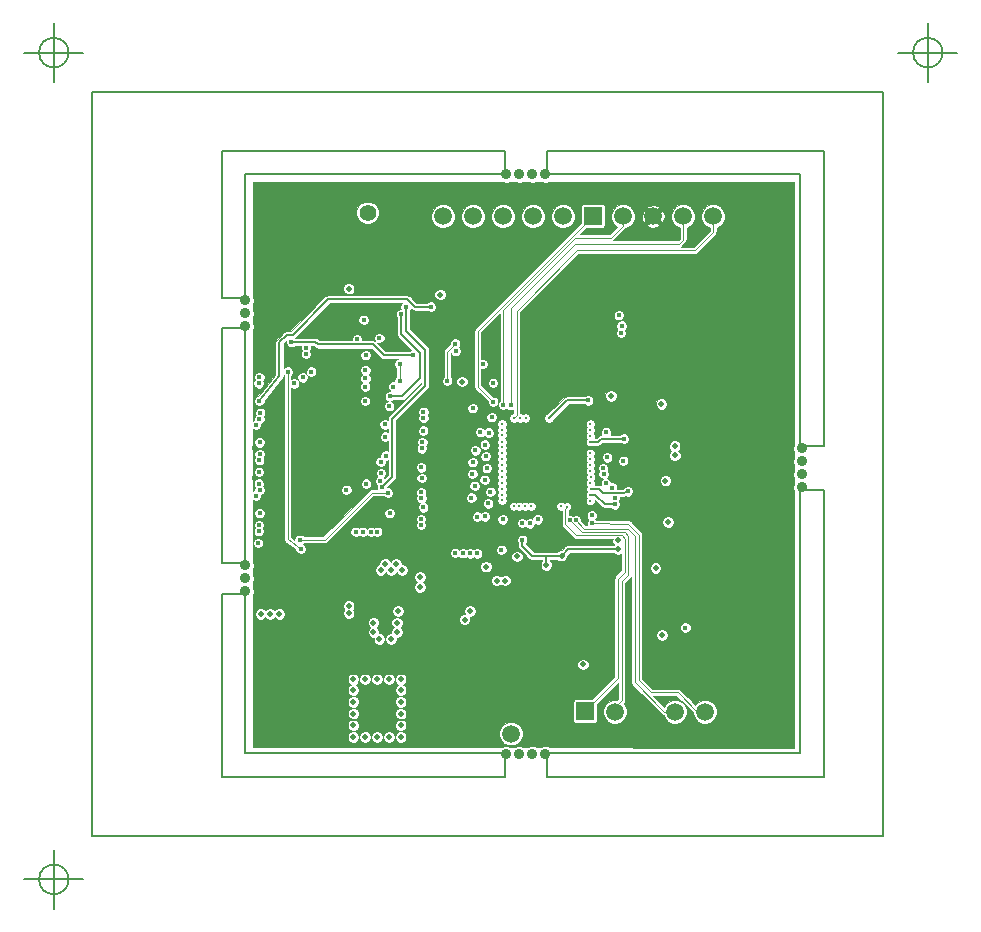
<source format=gbr>
G04 (created by PCBNEW-RS274X (2012-08-04 BZR 3667)-testing) date 10/19/2012 7:17:05 PM*
%MOIN*%
G04 Gerber Fmt 3.4, Leading zero omitted, Abs format*
%FSLAX34Y34*%
G01*
G70*
G90*
G04 APERTURE LIST*
%ADD10C,0.0017*%
%ADD11C,0.0059*%
%ADD12C,0.0077*%
%ADD13C,0.0195*%
%ADD14C,0.0157*%
%ADD15C,0.0354*%
%ADD16C,0.2165*%
%ADD17C,0.051*%
%ADD18C,0.055*%
%ADD19C,0.0597*%
%ADD20R,0.0597X0.0597*%
%ADD21C,0.0432*%
%ADD22C,0.0196*%
%ADD23C,0.0118*%
%ADD24C,0.0117*%
%ADD25C,0.0039*%
G04 APERTURE END LIST*
G54D10*
G54D11*
X41831Y-53937D02*
G75*
G03X41831Y-53937I-492J0D01*
G74*
G01*
X40355Y-53937D02*
X42323Y-53937D01*
X41339Y-52953D02*
X41339Y-54921D01*
X70964Y-26378D02*
G75*
G03X70964Y-26378I-492J0D01*
G74*
G01*
X69488Y-26378D02*
X71456Y-26378D01*
X70472Y-25394D02*
X70472Y-27362D01*
X41831Y-26378D02*
G75*
G03X41831Y-26378I-492J0D01*
G74*
G01*
X40355Y-26378D02*
X42323Y-26378D01*
X41339Y-25394D02*
X41339Y-27362D01*
G54D12*
X42606Y-52483D02*
X42606Y-27680D01*
X68983Y-52483D02*
X42606Y-52483D01*
X68983Y-27680D02*
X68983Y-52483D01*
X42606Y-27680D02*
X68983Y-27680D01*
X66228Y-30437D02*
X66228Y-39492D01*
X57764Y-30437D02*
X66228Y-30437D01*
X57764Y-29650D02*
X57764Y-30437D01*
X67016Y-29650D02*
X57764Y-29650D01*
X67016Y-39492D02*
X67016Y-29650D01*
X66228Y-39492D02*
X67016Y-39492D01*
X57764Y-50515D02*
X57764Y-49728D01*
X67016Y-50515D02*
X57764Y-50515D01*
X67016Y-40948D02*
X67016Y-50515D01*
X66228Y-40948D02*
X67016Y-40948D01*
X66228Y-49728D02*
X66228Y-40948D01*
X57764Y-49728D02*
X66228Y-49728D01*
X46936Y-50515D02*
X46936Y-44413D01*
X56386Y-50515D02*
X46936Y-50515D01*
X56386Y-49728D02*
X56386Y-50515D01*
X47724Y-49728D02*
X56386Y-49728D01*
X47724Y-44413D02*
X47724Y-49728D01*
X46936Y-44413D02*
X47724Y-44413D01*
X46936Y-43390D02*
X46936Y-35555D01*
X47724Y-43390D02*
X46936Y-43390D01*
X47724Y-35555D02*
X47724Y-43390D01*
X46936Y-35555D02*
X47724Y-35555D01*
X47724Y-30437D02*
X47724Y-34570D01*
X46936Y-34570D02*
X47724Y-34570D01*
X46936Y-29648D02*
X46936Y-34570D01*
X46936Y-29648D02*
X56384Y-29648D01*
X56384Y-29648D02*
X56384Y-30437D01*
X47724Y-30437D02*
X56384Y-30437D01*
G54D13*
X56102Y-43975D03*
G54D14*
X61013Y-44997D03*
X61363Y-45005D03*
X61158Y-45292D03*
X61386Y-35540D03*
X61024Y-35536D03*
X61024Y-35198D03*
X61394Y-35193D03*
X56791Y-43535D03*
X63583Y-34409D03*
G54D15*
X47725Y-34630D03*
X47725Y-35063D03*
X47725Y-35496D03*
X47725Y-44335D03*
X47725Y-43902D03*
X47725Y-43469D03*
X66268Y-39571D03*
X66268Y-40004D03*
X66268Y-40437D03*
X66268Y-40870D03*
G54D14*
X58185Y-40460D03*
X58185Y-40027D03*
X57968Y-40244D03*
X58401Y-40244D03*
X61129Y-38252D03*
X61011Y-37386D03*
X63553Y-36201D03*
X63571Y-36520D03*
X63571Y-36993D03*
X52273Y-32898D03*
X52272Y-33331D03*
X51445Y-33331D03*
X51446Y-32898D03*
X59398Y-33803D03*
X59005Y-33804D03*
X61367Y-33804D03*
X61760Y-33803D03*
X64005Y-31204D03*
X65736Y-31283D03*
X53610Y-30890D03*
X53059Y-30890D03*
X59791Y-30889D03*
X59201Y-30889D03*
X58571Y-30889D03*
X57901Y-30889D03*
X57311Y-30890D03*
X54240Y-30890D03*
X54831Y-30890D03*
X55461Y-30890D03*
X56130Y-30890D03*
X56721Y-30890D03*
X62783Y-30889D03*
X62193Y-30889D03*
X61563Y-30889D03*
X60893Y-30889D03*
X60382Y-30890D03*
X63335Y-30890D03*
X63846Y-30889D03*
X64516Y-30889D03*
X65146Y-30889D03*
X65736Y-30889D03*
X63127Y-32925D03*
X63138Y-33292D03*
X63600Y-33280D03*
X62655Y-33280D03*
X63453Y-32544D03*
X61484Y-32544D03*
X62065Y-32532D03*
X60894Y-32544D03*
X62744Y-32544D03*
X60658Y-33292D03*
X61120Y-33280D03*
X62065Y-33280D03*
X61603Y-33292D03*
X59752Y-33292D03*
X60214Y-33280D03*
X55953Y-33291D03*
X55312Y-33271D03*
X60343Y-32544D03*
X59269Y-33280D03*
X56465Y-33291D03*
X56965Y-33280D03*
X54289Y-33271D03*
X54762Y-33271D03*
X58807Y-33292D03*
X57410Y-33291D03*
X50618Y-30929D03*
X50895Y-32898D03*
X50894Y-33331D03*
X49281Y-33527D03*
X50028Y-30929D03*
X49950Y-33567D03*
X49398Y-30929D03*
X48728Y-30929D03*
X48256Y-35103D03*
X48650Y-35102D03*
X48650Y-34552D03*
X48256Y-34552D03*
X48256Y-33410D03*
X48650Y-33410D03*
X48650Y-33961D03*
X48256Y-33961D03*
X48255Y-32898D03*
X48255Y-32504D03*
X48255Y-32032D03*
X48255Y-31520D03*
X48256Y-30929D03*
X52627Y-36166D03*
X51995Y-39173D03*
X51680Y-39173D03*
X51365Y-39173D03*
X51010Y-39212D03*
X51004Y-38953D03*
X51012Y-39551D03*
X51012Y-40181D03*
X55718Y-42968D03*
X55450Y-43472D03*
X54248Y-41252D03*
X53937Y-41520D03*
X53925Y-41248D03*
X52413Y-41387D03*
X51196Y-41394D03*
X63602Y-33632D03*
X63612Y-33967D03*
X64016Y-36220D03*
X64043Y-36559D03*
X64035Y-34409D03*
X64043Y-34039D03*
X65462Y-33764D03*
X65776Y-33764D03*
X65146Y-33764D03*
X64832Y-33764D03*
X64202Y-33764D03*
X64516Y-33764D03*
X64516Y-36835D03*
X64202Y-36835D03*
X64832Y-36835D03*
X65146Y-36835D03*
X65776Y-36835D03*
X65462Y-36835D03*
X65697Y-42268D03*
X65696Y-41677D03*
X65696Y-41087D03*
X65696Y-40535D03*
X65697Y-37977D03*
X65697Y-38646D03*
X65697Y-39906D03*
X63570Y-40024D03*
X63570Y-39591D03*
X63571Y-39079D03*
X63571Y-38528D03*
X63571Y-37977D03*
X63570Y-42937D03*
X63570Y-40535D03*
X63570Y-41087D03*
X63570Y-41677D03*
X63571Y-42268D03*
X63137Y-42584D03*
X63138Y-42230D03*
X63138Y-39867D03*
X63137Y-40221D03*
X63136Y-37859D03*
X63137Y-37505D03*
X62626Y-36717D03*
X62626Y-36205D03*
X62626Y-35772D03*
X62626Y-37229D03*
X62626Y-37858D03*
X63571Y-37504D03*
X62114Y-38488D03*
X62665Y-38488D03*
X62114Y-37858D03*
X62114Y-37229D03*
X61169Y-44473D03*
X61721Y-43882D03*
X61681Y-44355D03*
X62274Y-40728D03*
X62271Y-41166D03*
X62271Y-41756D03*
X62271Y-42307D03*
X62271Y-44315D03*
X62272Y-43646D03*
X62271Y-42937D03*
X62704Y-42307D03*
X62704Y-41756D03*
X62704Y-41166D03*
X62697Y-40728D03*
X62704Y-42937D03*
X62705Y-43646D03*
X62704Y-44315D03*
X58618Y-40460D03*
X57752Y-40460D03*
X57319Y-40460D03*
X56886Y-40460D03*
X56669Y-40677D03*
X57102Y-40677D03*
X57539Y-40677D03*
X57968Y-40677D03*
X58401Y-40677D03*
X58834Y-40677D03*
X58834Y-41110D03*
X58401Y-41110D03*
X57968Y-41110D03*
X57539Y-41110D03*
X57102Y-41110D03*
X56669Y-41110D03*
X56886Y-40893D03*
X57319Y-40893D03*
X58185Y-40893D03*
X57752Y-40893D03*
X58618Y-40893D03*
X58618Y-40027D03*
X57752Y-40027D03*
X57319Y-40027D03*
X56886Y-40027D03*
X56669Y-40244D03*
X57102Y-40244D03*
X57539Y-40244D03*
X58834Y-40244D03*
X58834Y-39811D03*
X58401Y-39811D03*
X57968Y-39811D03*
X57539Y-39811D03*
X57102Y-39811D03*
X56669Y-39811D03*
X56886Y-39594D03*
X57319Y-39594D03*
X58185Y-39594D03*
X57752Y-39594D03*
X58618Y-39594D03*
X58618Y-39161D03*
X57752Y-39161D03*
X58185Y-39161D03*
X57319Y-39161D03*
X56886Y-39161D03*
X56669Y-39378D03*
X57102Y-39378D03*
X57539Y-39378D03*
X57968Y-39378D03*
X58401Y-39378D03*
X58834Y-39378D03*
X58834Y-38945D03*
X58401Y-38945D03*
X57968Y-38945D03*
X57539Y-38945D03*
X57102Y-38945D03*
X56669Y-38945D03*
X64055Y-43533D03*
X64045Y-43858D03*
X64555Y-43282D03*
X64241Y-43282D03*
X64871Y-43282D03*
X65185Y-43282D03*
X65815Y-43282D03*
X65501Y-43282D03*
X65510Y-46353D03*
X65824Y-46353D03*
X65194Y-46353D03*
X64880Y-46353D03*
X64065Y-46083D03*
X64035Y-45758D03*
X63514Y-46358D03*
X64250Y-46353D03*
X64564Y-46353D03*
X63553Y-43435D03*
X63553Y-43907D03*
X63494Y-45856D03*
X60472Y-44461D03*
X57598Y-45152D03*
X57598Y-44837D03*
X56249Y-44866D03*
X55658Y-44866D03*
X54516Y-38173D03*
X54516Y-37858D03*
X54005Y-37858D03*
X55028Y-44236D03*
X54162Y-43488D03*
X54756Y-43909D03*
X65736Y-47032D03*
X64319Y-49355D03*
X65736Y-49355D03*
X65106Y-49355D03*
X60622Y-47855D03*
X62889Y-49028D03*
X62889Y-49343D03*
X63480Y-49343D03*
X63480Y-49028D03*
X60566Y-49028D03*
X60566Y-49343D03*
X61118Y-49343D03*
X61118Y-49028D03*
X62260Y-49028D03*
X62260Y-49343D03*
X61709Y-49343D03*
X61709Y-49028D03*
X59465Y-49028D03*
X59465Y-49343D03*
X60016Y-49343D03*
X60016Y-49028D03*
X58914Y-49028D03*
X58914Y-49343D03*
X58323Y-49343D03*
X58323Y-49028D03*
X58335Y-48567D03*
X63138Y-46953D03*
X62587Y-46953D03*
X61012Y-46941D03*
X62004Y-46957D03*
X58465Y-46850D03*
X58099Y-46835D03*
X57547Y-46835D03*
X56996Y-46835D03*
X56484Y-46835D03*
X56012Y-46835D03*
X53932Y-47357D03*
X59417Y-46406D03*
X61760Y-46284D03*
X61406Y-46284D03*
X56642Y-46284D03*
X56996Y-46284D03*
X52378Y-46382D03*
X52031Y-46382D03*
X50539Y-46873D03*
X49870Y-46676D03*
X49240Y-46755D03*
X48295Y-45968D03*
X48689Y-45968D03*
X48689Y-45496D03*
X48295Y-45496D03*
X48295Y-46441D03*
X48689Y-46441D03*
X48689Y-46913D03*
X48295Y-46913D03*
X48295Y-47386D03*
X48295Y-47937D03*
X48295Y-48449D03*
X48295Y-48921D03*
X48295Y-49315D03*
X48965Y-49315D03*
X49673Y-49315D03*
X50382Y-49315D03*
G54D13*
X48861Y-45087D03*
X48546Y-45087D03*
X48231Y-45087D03*
X52389Y-43424D03*
X52744Y-43424D03*
X52941Y-43620D03*
X52586Y-43621D03*
X52782Y-45375D03*
X52782Y-45690D03*
X52584Y-45927D03*
X52190Y-45927D03*
X51994Y-45690D03*
X51994Y-45375D03*
G54D16*
X49752Y-32228D03*
X64791Y-32228D03*
X64791Y-47975D03*
X49752Y-47975D03*
G54D13*
X56378Y-43975D03*
X52232Y-43621D03*
X52112Y-49195D03*
X51720Y-49197D03*
X52507Y-49197D03*
X51325Y-49197D03*
X52902Y-49197D03*
X51325Y-48802D03*
X51325Y-48410D03*
X51325Y-48015D03*
X51325Y-47622D03*
X51325Y-47267D03*
X51720Y-47267D03*
X52114Y-47267D03*
X52507Y-47267D03*
X52900Y-47267D03*
X52900Y-47622D03*
X52900Y-48015D03*
X52900Y-48410D03*
X52900Y-48802D03*
G54D15*
X56426Y-49768D03*
X56859Y-49768D03*
X57292Y-49768D03*
X57726Y-49768D03*
X56425Y-30437D03*
X56858Y-30437D03*
X57291Y-30437D03*
X57725Y-30437D03*
G54D13*
X54516Y-48607D03*
X54831Y-48607D03*
X55146Y-48607D03*
X55461Y-48607D03*
X59419Y-47520D03*
X60512Y-47510D03*
X62312Y-47426D03*
X63336Y-47426D03*
G54D17*
X51299Y-32217D03*
X52299Y-32217D03*
X52299Y-31217D03*
X51299Y-31217D03*
G54D18*
X51799Y-31717D03*
G54D19*
X58307Y-31834D03*
X57307Y-31834D03*
X56307Y-31834D03*
X55307Y-31834D03*
G54D20*
X53307Y-31814D03*
G54D19*
X54307Y-31834D03*
G54D20*
X57576Y-49079D03*
G54D19*
X56576Y-49079D03*
G54D21*
X49554Y-45454D03*
X49554Y-35062D03*
G54D19*
X63314Y-31834D03*
X62314Y-31834D03*
X61314Y-31834D03*
G54D20*
X59314Y-31814D03*
G54D19*
X60314Y-31834D03*
X63043Y-48350D03*
X62043Y-48350D03*
X61043Y-48350D03*
G54D20*
X59043Y-48330D03*
G54D19*
X60043Y-48350D03*
G54D13*
X56783Y-43173D03*
X61728Y-40646D03*
X61398Y-43563D03*
X61821Y-42018D03*
X61594Y-38083D03*
X55748Y-43512D03*
X55032Y-45276D03*
X58976Y-46772D03*
G54D14*
X60177Y-35130D03*
G54D13*
X54949Y-37343D03*
G54D14*
X52646Y-37508D03*
G54D13*
X54221Y-34441D03*
X51169Y-34244D03*
X57756Y-43449D03*
G54D14*
X56949Y-42618D03*
G54D13*
X58264Y-43146D03*
X61614Y-45787D03*
X60142Y-42921D03*
G54D14*
X55299Y-38228D03*
G54D13*
X62039Y-39803D03*
X59910Y-37815D03*
X62036Y-39500D03*
G54D14*
X49256Y-36028D03*
X53323Y-36453D03*
G54D13*
X58002Y-47500D03*
G54D14*
X59961Y-44311D03*
X58626Y-44390D03*
X58413Y-43508D03*
X60205Y-43484D03*
X61614Y-45291D03*
X60531Y-45295D03*
X59882Y-37386D03*
X58256Y-36228D03*
X57106Y-36587D03*
G54D13*
X58616Y-45230D03*
G54D14*
X61102Y-40835D03*
G54D13*
X57668Y-44518D03*
G54D14*
X52012Y-34799D03*
G54D13*
X50921Y-43799D03*
X51012Y-36701D03*
G54D14*
X48154Y-36225D03*
X48154Y-35831D03*
G54D13*
X48158Y-36717D03*
X48150Y-39079D03*
X48189Y-41437D03*
G54D14*
X48032Y-37599D03*
X48047Y-38189D03*
X48024Y-39571D03*
X48028Y-40551D03*
X48032Y-41933D03*
X48032Y-42918D03*
X48197Y-43508D03*
G54D13*
X48138Y-43807D03*
G54D14*
X61264Y-40071D03*
X54457Y-43477D03*
G54D13*
X53465Y-45815D03*
G54D14*
X54579Y-44225D03*
G54D13*
X54268Y-46508D03*
G54D14*
X48102Y-44492D03*
X50921Y-44492D03*
X60441Y-34681D03*
G54D13*
X57984Y-48284D03*
G54D14*
X61957Y-34823D03*
X60906Y-36260D03*
X61957Y-35933D03*
X62154Y-36559D03*
X61228Y-42177D03*
X60882Y-38087D03*
X60780Y-39406D03*
X59350Y-37213D03*
G54D22*
X56091Y-35378D03*
X55579Y-35130D03*
G54D14*
X59508Y-36051D03*
X59650Y-35925D03*
X57094Y-35291D03*
X58354Y-35528D03*
X58370Y-36783D03*
X48165Y-37402D03*
X60266Y-35482D03*
X48193Y-37205D03*
X60246Y-35719D03*
X49132Y-37012D03*
X49565Y-42918D03*
X62392Y-45541D03*
G54D13*
X55217Y-44988D03*
G54D14*
X60030Y-41211D03*
G54D23*
X59228Y-39933D03*
G54D14*
X56957Y-42059D03*
G54D23*
X56665Y-41504D03*
G54D14*
X60319Y-39984D03*
G54D23*
X56866Y-38555D03*
G54D14*
X55981Y-37386D03*
G54D23*
X59228Y-38752D03*
G54D13*
X52811Y-44992D03*
X53539Y-43862D03*
X53539Y-44197D03*
G54D23*
X59228Y-41114D03*
G54D14*
X60039Y-41437D03*
X55638Y-36756D03*
G54D23*
X57063Y-38555D03*
G54D14*
X59272Y-41807D03*
X59748Y-39020D03*
G54D23*
X58240Y-41504D03*
X59225Y-39146D03*
X59228Y-38949D03*
X59228Y-40130D03*
X57847Y-38555D03*
G54D14*
X59150Y-37972D03*
G54D23*
X57059Y-41504D03*
G54D14*
X55933Y-38528D03*
G54D24*
X56276Y-39736D03*
X56276Y-40327D03*
G54D14*
X56260Y-42953D03*
G54D23*
X56858Y-41504D03*
G54D13*
X60154Y-42638D03*
G54D23*
X59228Y-41311D03*
G54D14*
X55394Y-39638D03*
X53650Y-41536D03*
G54D23*
X56276Y-41110D03*
G54D14*
X53583Y-40201D03*
G54D23*
X56280Y-39933D03*
G54D14*
X55831Y-39047D03*
G54D23*
X56276Y-40914D03*
G54D14*
X53579Y-41925D03*
X53602Y-40559D03*
G54D23*
X56276Y-40130D03*
G54D14*
X55303Y-40032D03*
X53662Y-38355D03*
G54D23*
X56276Y-38748D03*
G54D14*
X55709Y-39445D03*
X52193Y-35890D03*
X59740Y-40740D03*
X54453Y-37319D03*
X51721Y-37508D03*
X54721Y-36075D03*
X59787Y-39870D03*
X55555Y-39028D03*
X53662Y-38555D03*
G54D23*
X56276Y-38945D03*
G54D14*
X53610Y-39571D03*
G54D23*
X56276Y-39540D03*
G54D14*
X53626Y-39370D03*
G54D23*
X56280Y-39343D03*
G54D14*
X53579Y-42122D03*
G54D23*
X56276Y-40717D03*
G54D14*
X55772Y-40232D03*
X55890Y-41016D03*
X55260Y-41209D03*
X55815Y-41406D03*
X55445Y-41846D03*
X56303Y-41937D03*
X53650Y-38981D03*
G54D23*
X56276Y-39138D03*
G54D14*
X53587Y-41040D03*
G54D23*
X56276Y-40524D03*
G54D14*
X55288Y-40421D03*
X55701Y-40618D03*
X55366Y-40819D03*
X55705Y-41839D03*
G54D23*
X59228Y-40327D03*
G54D14*
X51732Y-36461D03*
G54D23*
X56276Y-41307D03*
G54D14*
X53591Y-41236D03*
X59951Y-40876D03*
X51728Y-36957D03*
G54D23*
X59232Y-40524D03*
G54D14*
X52870Y-37327D03*
X51728Y-37240D03*
X52870Y-36752D03*
X59669Y-40425D03*
X55736Y-39831D03*
X53906Y-34843D03*
X48193Y-37984D03*
X52906Y-35095D03*
X52543Y-37827D03*
X57205Y-42071D03*
X60473Y-41000D03*
G54D23*
X59232Y-40918D03*
G54D14*
X60339Y-39244D03*
G54D23*
X59228Y-39343D03*
X57252Y-41504D03*
G54D14*
X57465Y-41937D03*
X59646Y-40225D03*
X54736Y-36331D03*
X49354Y-37402D03*
X53071Y-34862D03*
X52276Y-40847D03*
X52248Y-40394D03*
X48185Y-39965D03*
X48221Y-38386D03*
X52516Y-38162D03*
X48201Y-39768D03*
X52232Y-40016D03*
X48197Y-39370D03*
X52402Y-39815D03*
X48079Y-38783D03*
X52386Y-39181D03*
X48193Y-38591D03*
X52366Y-38772D03*
G54D23*
X59228Y-39732D03*
G54D14*
X51445Y-35929D03*
X52213Y-40654D03*
X48181Y-40355D03*
X55984Y-38016D03*
X56319Y-38122D03*
X56575Y-38130D03*
G54D23*
X56669Y-38555D03*
G54D14*
X49744Y-36425D03*
X49634Y-37205D03*
X49917Y-37012D03*
X49748Y-36225D03*
X51717Y-37992D03*
X52535Y-41732D03*
X48173Y-42331D03*
X52118Y-42354D03*
X54984Y-43063D03*
X48173Y-40748D03*
X55453Y-43067D03*
X51752Y-40748D03*
X48181Y-42130D03*
X51917Y-42355D03*
X48197Y-41732D03*
X51398Y-42355D03*
X48075Y-41142D03*
X51638Y-42355D03*
X48201Y-40949D03*
X54721Y-43055D03*
X51091Y-40949D03*
X55225Y-43067D03*
G54D23*
X59228Y-40721D03*
G54D14*
X51669Y-35288D03*
G54D23*
X58437Y-41508D03*
G54D14*
X58536Y-41973D03*
X59281Y-42067D03*
X58740Y-41969D03*
X52465Y-41043D03*
X49535Y-42618D03*
X48154Y-42725D03*
G54D13*
X51169Y-44827D03*
X51169Y-45063D03*
G54D12*
X58489Y-42921D02*
X58264Y-43146D01*
X57756Y-43148D02*
X57756Y-43405D01*
X57756Y-43405D02*
X57756Y-43449D01*
X56949Y-42618D02*
X56949Y-42811D01*
X57288Y-43150D02*
X57756Y-43148D01*
X56949Y-42811D02*
X57288Y-43150D01*
X57756Y-43148D02*
X58264Y-43146D01*
X60142Y-42921D02*
X58489Y-42921D01*
X53323Y-36453D02*
X52338Y-36453D01*
X50060Y-36028D02*
X49256Y-36028D01*
X50139Y-36107D02*
X50060Y-36028D01*
X51992Y-36107D02*
X50139Y-36107D01*
X52338Y-36453D02*
X51992Y-36107D01*
G54D25*
X49132Y-42593D02*
X49132Y-37012D01*
X49565Y-42918D02*
X49132Y-42593D01*
G54D12*
X60039Y-41437D02*
X59715Y-41437D01*
X59386Y-41114D02*
X59228Y-41114D01*
X59715Y-41437D02*
X59386Y-41114D01*
X59150Y-37972D02*
X58445Y-37972D01*
X58445Y-37972D02*
X57847Y-38555D01*
G54D25*
X54453Y-37319D02*
X54453Y-36343D01*
X54453Y-36343D02*
X54721Y-36075D01*
X52870Y-36752D02*
X52870Y-37327D01*
G54D12*
X53906Y-34843D02*
X53363Y-34843D01*
X48862Y-37162D02*
X48193Y-37984D01*
X48862Y-36036D02*
X48862Y-37162D01*
X49122Y-35776D02*
X48862Y-36036D01*
X49314Y-35776D02*
X49122Y-35776D01*
X50491Y-34599D02*
X49314Y-35776D01*
X53119Y-34599D02*
X50491Y-34599D01*
X53363Y-34843D02*
X53119Y-34599D01*
X52906Y-35095D02*
X52906Y-35752D01*
X52949Y-37827D02*
X52543Y-37827D01*
X53543Y-37232D02*
X52949Y-37827D01*
X53543Y-36389D02*
X53543Y-37232D01*
X52906Y-35752D02*
X53543Y-36389D01*
X60473Y-41000D02*
X60354Y-41043D01*
X60354Y-41043D02*
X59646Y-41043D01*
X59508Y-40918D02*
X59232Y-40918D01*
X59646Y-41043D02*
X59508Y-40918D01*
X60339Y-39244D02*
X59587Y-39244D01*
X59488Y-39343D02*
X59228Y-39343D01*
X59587Y-39244D02*
X59488Y-39343D01*
X53071Y-34862D02*
X53067Y-35646D01*
X52610Y-40513D02*
X52276Y-40847D01*
X52610Y-38579D02*
X52610Y-40513D01*
X53705Y-37484D02*
X52610Y-38579D01*
X53705Y-36284D02*
X53705Y-37484D01*
X53067Y-35646D02*
X53705Y-36284D01*
G54D25*
X59314Y-31814D02*
X59314Y-31820D01*
X55476Y-37508D02*
X55984Y-38016D01*
X55476Y-35658D02*
X55476Y-37508D01*
X59314Y-31820D02*
X55476Y-35658D01*
X60314Y-31834D02*
X60314Y-32155D01*
X56319Y-34949D02*
X56319Y-38122D01*
X58721Y-32547D02*
X56319Y-34949D01*
X59922Y-32547D02*
X58721Y-32547D01*
X60314Y-32155D02*
X59922Y-32547D01*
X62314Y-31834D02*
X62314Y-32624D01*
X56575Y-34886D02*
X56575Y-38130D01*
X58705Y-32756D02*
X56575Y-34886D01*
X62182Y-32756D02*
X58705Y-32756D01*
X62314Y-32624D02*
X62182Y-32756D01*
X63314Y-31834D02*
X63314Y-32371D01*
X56764Y-38461D02*
X56669Y-38555D01*
X56776Y-34984D02*
X56764Y-38461D01*
X58796Y-32969D02*
X56776Y-34984D01*
X62716Y-32969D02*
X58796Y-32969D01*
X63314Y-32371D02*
X62716Y-32969D01*
X59043Y-48330D02*
X59048Y-48330D01*
X58396Y-41575D02*
X58437Y-41508D01*
X58396Y-42106D02*
X58396Y-41575D01*
X58760Y-42470D02*
X58396Y-42106D01*
X60266Y-42470D02*
X58760Y-42470D01*
X60374Y-42579D02*
X60266Y-42470D01*
X60374Y-43674D02*
X60374Y-42579D01*
X60138Y-43910D02*
X60374Y-43674D01*
X60138Y-47240D02*
X60138Y-43910D01*
X59048Y-48330D02*
X60138Y-47240D01*
X60043Y-48350D02*
X60043Y-48201D01*
X58937Y-42372D02*
X58536Y-41973D01*
X60384Y-42372D02*
X58937Y-42372D01*
X60492Y-42480D02*
X60384Y-42372D01*
X60492Y-43780D02*
X60492Y-42480D01*
X60276Y-43996D02*
X60492Y-43780D01*
X60276Y-47972D02*
X60276Y-43996D01*
X60043Y-48201D02*
X60276Y-47972D01*
X63043Y-48350D02*
X62791Y-48350D01*
X60482Y-42077D02*
X59281Y-42067D01*
X60846Y-42441D02*
X60482Y-42077D01*
X60846Y-47293D02*
X60846Y-42441D01*
X61240Y-47697D02*
X60846Y-47293D01*
X62136Y-47697D02*
X61240Y-47697D01*
X62791Y-48350D02*
X62136Y-47697D01*
X62057Y-48356D02*
X61693Y-48356D01*
X59006Y-42254D02*
X58740Y-41969D01*
X60463Y-42254D02*
X59006Y-42254D01*
X60699Y-42490D02*
X60463Y-42254D01*
X60699Y-47362D02*
X60699Y-42490D01*
X61693Y-48356D02*
X60699Y-47362D01*
X49535Y-42618D02*
X50370Y-42618D01*
X51945Y-41043D02*
X52465Y-41043D01*
X50370Y-42618D02*
X51945Y-41043D01*
G54D10*
G36*
X53255Y-36291D02*
X53224Y-36305D01*
X53211Y-36318D01*
X52393Y-36318D01*
X52127Y-36051D01*
X52158Y-36065D01*
X52228Y-36065D01*
X52292Y-36038D01*
X52341Y-35989D01*
X52368Y-35925D01*
X52368Y-35855D01*
X52341Y-35791D01*
X52292Y-35742D01*
X52228Y-35715D01*
X52158Y-35715D01*
X52094Y-35742D01*
X52045Y-35791D01*
X52018Y-35855D01*
X52018Y-35925D01*
X52041Y-35981D01*
X51992Y-35972D01*
X51844Y-35972D01*
X51844Y-35323D01*
X51844Y-35253D01*
X51817Y-35189D01*
X51768Y-35140D01*
X51704Y-35113D01*
X51634Y-35113D01*
X51570Y-35140D01*
X51521Y-35189D01*
X51494Y-35253D01*
X51494Y-35323D01*
X51521Y-35387D01*
X51570Y-35436D01*
X51634Y-35463D01*
X51704Y-35463D01*
X51768Y-35436D01*
X51817Y-35387D01*
X51844Y-35323D01*
X51844Y-35972D01*
X51616Y-35972D01*
X51620Y-35964D01*
X51620Y-35894D01*
X51593Y-35830D01*
X51544Y-35781D01*
X51480Y-35754D01*
X51410Y-35754D01*
X51346Y-35781D01*
X51297Y-35830D01*
X51270Y-35894D01*
X51270Y-35964D01*
X51273Y-35972D01*
X50194Y-35972D01*
X50155Y-35933D01*
X50112Y-35903D01*
X50060Y-35893D01*
X49377Y-35893D01*
X49409Y-35871D01*
X50546Y-34734D01*
X52952Y-34734D01*
X52923Y-34763D01*
X52896Y-34827D01*
X52896Y-34897D01*
X52905Y-34920D01*
X52871Y-34920D01*
X52807Y-34947D01*
X52758Y-34996D01*
X52731Y-35060D01*
X52731Y-35130D01*
X52758Y-35194D01*
X52771Y-35207D01*
X52771Y-35752D01*
X52781Y-35804D01*
X52811Y-35847D01*
X53255Y-36291D01*
X53255Y-36291D01*
G37*
G54D25*
X53255Y-36291D02*
X53224Y-36305D01*
X53211Y-36318D01*
X52393Y-36318D01*
X52127Y-36051D01*
X52158Y-36065D01*
X52228Y-36065D01*
X52292Y-36038D01*
X52341Y-35989D01*
X52368Y-35925D01*
X52368Y-35855D01*
X52341Y-35791D01*
X52292Y-35742D01*
X52228Y-35715D01*
X52158Y-35715D01*
X52094Y-35742D01*
X52045Y-35791D01*
X52018Y-35855D01*
X52018Y-35925D01*
X52041Y-35981D01*
X51992Y-35972D01*
X51844Y-35972D01*
X51844Y-35323D01*
X51844Y-35253D01*
X51817Y-35189D01*
X51768Y-35140D01*
X51704Y-35113D01*
X51634Y-35113D01*
X51570Y-35140D01*
X51521Y-35189D01*
X51494Y-35253D01*
X51494Y-35323D01*
X51521Y-35387D01*
X51570Y-35436D01*
X51634Y-35463D01*
X51704Y-35463D01*
X51768Y-35436D01*
X51817Y-35387D01*
X51844Y-35323D01*
X51844Y-35972D01*
X51616Y-35972D01*
X51620Y-35964D01*
X51620Y-35894D01*
X51593Y-35830D01*
X51544Y-35781D01*
X51480Y-35754D01*
X51410Y-35754D01*
X51346Y-35781D01*
X51297Y-35830D01*
X51270Y-35894D01*
X51270Y-35964D01*
X51273Y-35972D01*
X50194Y-35972D01*
X50155Y-35933D01*
X50112Y-35903D01*
X50060Y-35893D01*
X49377Y-35893D01*
X49409Y-35871D01*
X50546Y-34734D01*
X52952Y-34734D01*
X52923Y-34763D01*
X52896Y-34827D01*
X52896Y-34897D01*
X52905Y-34920D01*
X52871Y-34920D01*
X52807Y-34947D01*
X52758Y-34996D01*
X52731Y-35060D01*
X52731Y-35130D01*
X52758Y-35194D01*
X52771Y-35207D01*
X52771Y-35752D01*
X52781Y-35804D01*
X52811Y-35847D01*
X53255Y-36291D01*
G54D10*
G36*
X53570Y-37428D02*
X52515Y-38484D01*
X52485Y-38527D01*
X52475Y-38579D01*
X52475Y-38634D01*
X52465Y-38624D01*
X52401Y-38597D01*
X52331Y-38597D01*
X52267Y-38624D01*
X52218Y-38673D01*
X52191Y-38737D01*
X52191Y-38807D01*
X52218Y-38871D01*
X52267Y-38920D01*
X52331Y-38947D01*
X52401Y-38947D01*
X52465Y-38920D01*
X52475Y-38910D01*
X52475Y-39028D01*
X52421Y-39006D01*
X52351Y-39006D01*
X52287Y-39033D01*
X52238Y-39082D01*
X52211Y-39146D01*
X52211Y-39216D01*
X52238Y-39280D01*
X52287Y-39329D01*
X52351Y-39356D01*
X52421Y-39356D01*
X52475Y-39333D01*
X52475Y-39656D01*
X52437Y-39640D01*
X52367Y-39640D01*
X52303Y-39667D01*
X52254Y-39716D01*
X52227Y-39780D01*
X52227Y-39841D01*
X52197Y-39841D01*
X52133Y-39868D01*
X52084Y-39917D01*
X52057Y-39981D01*
X52057Y-40051D01*
X52084Y-40115D01*
X52133Y-40164D01*
X52197Y-40191D01*
X52267Y-40191D01*
X52331Y-40164D01*
X52380Y-40115D01*
X52407Y-40051D01*
X52407Y-39990D01*
X52437Y-39990D01*
X52475Y-39973D01*
X52475Y-40457D01*
X52365Y-40566D01*
X52361Y-40555D01*
X52347Y-40541D01*
X52396Y-40493D01*
X52423Y-40429D01*
X52423Y-40359D01*
X52396Y-40295D01*
X52347Y-40246D01*
X52283Y-40219D01*
X52213Y-40219D01*
X52149Y-40246D01*
X52100Y-40295D01*
X52073Y-40359D01*
X52073Y-40429D01*
X52100Y-40493D01*
X52113Y-40506D01*
X52065Y-40555D01*
X52038Y-40619D01*
X52038Y-40689D01*
X52065Y-40753D01*
X52107Y-40795D01*
X52101Y-40812D01*
X52101Y-40882D01*
X52119Y-40927D01*
X51945Y-40927D01*
X51927Y-40930D01*
X51927Y-40783D01*
X51927Y-40713D01*
X51907Y-40665D01*
X51907Y-36496D01*
X51907Y-36426D01*
X51880Y-36362D01*
X51831Y-36313D01*
X51767Y-36286D01*
X51697Y-36286D01*
X51633Y-36313D01*
X51584Y-36362D01*
X51557Y-36426D01*
X51557Y-36496D01*
X51584Y-36560D01*
X51633Y-36609D01*
X51697Y-36636D01*
X51767Y-36636D01*
X51831Y-36609D01*
X51880Y-36560D01*
X51907Y-36496D01*
X51907Y-40665D01*
X51903Y-40656D01*
X51903Y-37275D01*
X51903Y-37205D01*
X51876Y-37141D01*
X51833Y-37098D01*
X51876Y-37056D01*
X51903Y-36992D01*
X51903Y-36922D01*
X51876Y-36858D01*
X51827Y-36809D01*
X51763Y-36782D01*
X51693Y-36782D01*
X51629Y-36809D01*
X51580Y-36858D01*
X51553Y-36922D01*
X51553Y-36992D01*
X51580Y-37056D01*
X51622Y-37098D01*
X51580Y-37141D01*
X51553Y-37205D01*
X51553Y-37275D01*
X51580Y-37339D01*
X51611Y-37370D01*
X51573Y-37409D01*
X51546Y-37473D01*
X51546Y-37543D01*
X51573Y-37607D01*
X51622Y-37656D01*
X51686Y-37683D01*
X51756Y-37683D01*
X51820Y-37656D01*
X51869Y-37607D01*
X51896Y-37543D01*
X51896Y-37473D01*
X51869Y-37409D01*
X51837Y-37377D01*
X51876Y-37339D01*
X51903Y-37275D01*
X51903Y-40656D01*
X51900Y-40649D01*
X51892Y-40641D01*
X51892Y-38027D01*
X51892Y-37957D01*
X51865Y-37893D01*
X51816Y-37844D01*
X51752Y-37817D01*
X51682Y-37817D01*
X51618Y-37844D01*
X51569Y-37893D01*
X51542Y-37957D01*
X51542Y-38027D01*
X51569Y-38091D01*
X51618Y-38140D01*
X51682Y-38167D01*
X51752Y-38167D01*
X51816Y-38140D01*
X51865Y-38091D01*
X51892Y-38027D01*
X51892Y-40641D01*
X51851Y-40600D01*
X51787Y-40573D01*
X51717Y-40573D01*
X51653Y-40600D01*
X51604Y-40649D01*
X51577Y-40713D01*
X51577Y-40783D01*
X51604Y-40847D01*
X51653Y-40896D01*
X51717Y-40923D01*
X51787Y-40923D01*
X51851Y-40896D01*
X51900Y-40847D01*
X51927Y-40783D01*
X51927Y-40930D01*
X51901Y-40936D01*
X51863Y-40961D01*
X51266Y-41558D01*
X51266Y-40984D01*
X51266Y-40914D01*
X51239Y-40850D01*
X51190Y-40801D01*
X51126Y-40774D01*
X51056Y-40774D01*
X50992Y-40801D01*
X50943Y-40850D01*
X50916Y-40914D01*
X50916Y-40984D01*
X50943Y-41048D01*
X50992Y-41097D01*
X51056Y-41124D01*
X51126Y-41124D01*
X51190Y-41097D01*
X51239Y-41048D01*
X51266Y-40984D01*
X51266Y-41558D01*
X50322Y-42502D01*
X49666Y-42502D01*
X49634Y-42470D01*
X49570Y-42443D01*
X49500Y-42443D01*
X49436Y-42470D01*
X49387Y-42519D01*
X49360Y-42583D01*
X49360Y-42618D01*
X49248Y-42534D01*
X49248Y-37543D01*
X49255Y-37550D01*
X49319Y-37577D01*
X49389Y-37577D01*
X49453Y-37550D01*
X49502Y-37501D01*
X49529Y-37437D01*
X49529Y-37367D01*
X49514Y-37332D01*
X49535Y-37353D01*
X49599Y-37380D01*
X49669Y-37380D01*
X49733Y-37353D01*
X49782Y-37304D01*
X49809Y-37240D01*
X49809Y-37170D01*
X49795Y-37137D01*
X49818Y-37160D01*
X49882Y-37187D01*
X49952Y-37187D01*
X50016Y-37160D01*
X50065Y-37111D01*
X50092Y-37047D01*
X50092Y-36977D01*
X50065Y-36913D01*
X50016Y-36864D01*
X49952Y-36837D01*
X49882Y-36837D01*
X49818Y-36864D01*
X49769Y-36913D01*
X49742Y-36977D01*
X49742Y-37047D01*
X49755Y-37079D01*
X49733Y-37057D01*
X49669Y-37030D01*
X49599Y-37030D01*
X49535Y-37057D01*
X49486Y-37106D01*
X49459Y-37170D01*
X49459Y-37240D01*
X49473Y-37274D01*
X49453Y-37254D01*
X49389Y-37227D01*
X49319Y-37227D01*
X49255Y-37254D01*
X49248Y-37261D01*
X49248Y-37143D01*
X49280Y-37111D01*
X49307Y-37047D01*
X49307Y-36977D01*
X49280Y-36913D01*
X49231Y-36864D01*
X49167Y-36837D01*
X49097Y-36837D01*
X49033Y-36864D01*
X48997Y-36900D01*
X48997Y-36091D01*
X49081Y-36007D01*
X49081Y-36063D01*
X49108Y-36127D01*
X49157Y-36176D01*
X49221Y-36203D01*
X49291Y-36203D01*
X49355Y-36176D01*
X49368Y-36163D01*
X49584Y-36163D01*
X49573Y-36190D01*
X49573Y-36260D01*
X49599Y-36322D01*
X49596Y-36326D01*
X49569Y-36390D01*
X49569Y-36460D01*
X49596Y-36524D01*
X49645Y-36573D01*
X49709Y-36600D01*
X49779Y-36600D01*
X49843Y-36573D01*
X49892Y-36524D01*
X49919Y-36460D01*
X49919Y-36390D01*
X49892Y-36327D01*
X49896Y-36324D01*
X49923Y-36260D01*
X49923Y-36190D01*
X49911Y-36163D01*
X50004Y-36163D01*
X50043Y-36202D01*
X50044Y-36202D01*
X50087Y-36232D01*
X50138Y-36241D01*
X50139Y-36242D01*
X51936Y-36242D01*
X52242Y-36548D01*
X52243Y-36548D01*
X52286Y-36578D01*
X52338Y-36588D01*
X52808Y-36588D01*
X52771Y-36604D01*
X52722Y-36653D01*
X52695Y-36717D01*
X52695Y-36787D01*
X52722Y-36851D01*
X52754Y-36883D01*
X52754Y-37196D01*
X52722Y-37228D01*
X52695Y-37292D01*
X52695Y-37338D01*
X52681Y-37333D01*
X52611Y-37333D01*
X52547Y-37360D01*
X52498Y-37409D01*
X52471Y-37473D01*
X52471Y-37543D01*
X52498Y-37607D01*
X52543Y-37652D01*
X52508Y-37652D01*
X52444Y-37679D01*
X52395Y-37728D01*
X52368Y-37792D01*
X52368Y-37862D01*
X52395Y-37926D01*
X52444Y-37975D01*
X52476Y-37988D01*
X52417Y-38014D01*
X52368Y-38063D01*
X52341Y-38127D01*
X52341Y-38197D01*
X52368Y-38261D01*
X52417Y-38310D01*
X52481Y-38337D01*
X52551Y-38337D01*
X52615Y-38310D01*
X52664Y-38261D01*
X52691Y-38197D01*
X52691Y-38127D01*
X52664Y-38063D01*
X52615Y-38014D01*
X52582Y-38000D01*
X52642Y-37975D01*
X52655Y-37962D01*
X52949Y-37962D01*
X52949Y-37961D01*
X53001Y-37952D01*
X53044Y-37922D01*
X53570Y-37396D01*
X53570Y-37428D01*
X53570Y-37428D01*
G37*
G54D25*
X53570Y-37428D02*
X52515Y-38484D01*
X52485Y-38527D01*
X52475Y-38579D01*
X52475Y-38634D01*
X52465Y-38624D01*
X52401Y-38597D01*
X52331Y-38597D01*
X52267Y-38624D01*
X52218Y-38673D01*
X52191Y-38737D01*
X52191Y-38807D01*
X52218Y-38871D01*
X52267Y-38920D01*
X52331Y-38947D01*
X52401Y-38947D01*
X52465Y-38920D01*
X52475Y-38910D01*
X52475Y-39028D01*
X52421Y-39006D01*
X52351Y-39006D01*
X52287Y-39033D01*
X52238Y-39082D01*
X52211Y-39146D01*
X52211Y-39216D01*
X52238Y-39280D01*
X52287Y-39329D01*
X52351Y-39356D01*
X52421Y-39356D01*
X52475Y-39333D01*
X52475Y-39656D01*
X52437Y-39640D01*
X52367Y-39640D01*
X52303Y-39667D01*
X52254Y-39716D01*
X52227Y-39780D01*
X52227Y-39841D01*
X52197Y-39841D01*
X52133Y-39868D01*
X52084Y-39917D01*
X52057Y-39981D01*
X52057Y-40051D01*
X52084Y-40115D01*
X52133Y-40164D01*
X52197Y-40191D01*
X52267Y-40191D01*
X52331Y-40164D01*
X52380Y-40115D01*
X52407Y-40051D01*
X52407Y-39990D01*
X52437Y-39990D01*
X52475Y-39973D01*
X52475Y-40457D01*
X52365Y-40566D01*
X52361Y-40555D01*
X52347Y-40541D01*
X52396Y-40493D01*
X52423Y-40429D01*
X52423Y-40359D01*
X52396Y-40295D01*
X52347Y-40246D01*
X52283Y-40219D01*
X52213Y-40219D01*
X52149Y-40246D01*
X52100Y-40295D01*
X52073Y-40359D01*
X52073Y-40429D01*
X52100Y-40493D01*
X52113Y-40506D01*
X52065Y-40555D01*
X52038Y-40619D01*
X52038Y-40689D01*
X52065Y-40753D01*
X52107Y-40795D01*
X52101Y-40812D01*
X52101Y-40882D01*
X52119Y-40927D01*
X51945Y-40927D01*
X51927Y-40930D01*
X51927Y-40783D01*
X51927Y-40713D01*
X51907Y-40665D01*
X51907Y-36496D01*
X51907Y-36426D01*
X51880Y-36362D01*
X51831Y-36313D01*
X51767Y-36286D01*
X51697Y-36286D01*
X51633Y-36313D01*
X51584Y-36362D01*
X51557Y-36426D01*
X51557Y-36496D01*
X51584Y-36560D01*
X51633Y-36609D01*
X51697Y-36636D01*
X51767Y-36636D01*
X51831Y-36609D01*
X51880Y-36560D01*
X51907Y-36496D01*
X51907Y-40665D01*
X51903Y-40656D01*
X51903Y-37275D01*
X51903Y-37205D01*
X51876Y-37141D01*
X51833Y-37098D01*
X51876Y-37056D01*
X51903Y-36992D01*
X51903Y-36922D01*
X51876Y-36858D01*
X51827Y-36809D01*
X51763Y-36782D01*
X51693Y-36782D01*
X51629Y-36809D01*
X51580Y-36858D01*
X51553Y-36922D01*
X51553Y-36992D01*
X51580Y-37056D01*
X51622Y-37098D01*
X51580Y-37141D01*
X51553Y-37205D01*
X51553Y-37275D01*
X51580Y-37339D01*
X51611Y-37370D01*
X51573Y-37409D01*
X51546Y-37473D01*
X51546Y-37543D01*
X51573Y-37607D01*
X51622Y-37656D01*
X51686Y-37683D01*
X51756Y-37683D01*
X51820Y-37656D01*
X51869Y-37607D01*
X51896Y-37543D01*
X51896Y-37473D01*
X51869Y-37409D01*
X51837Y-37377D01*
X51876Y-37339D01*
X51903Y-37275D01*
X51903Y-40656D01*
X51900Y-40649D01*
X51892Y-40641D01*
X51892Y-38027D01*
X51892Y-37957D01*
X51865Y-37893D01*
X51816Y-37844D01*
X51752Y-37817D01*
X51682Y-37817D01*
X51618Y-37844D01*
X51569Y-37893D01*
X51542Y-37957D01*
X51542Y-38027D01*
X51569Y-38091D01*
X51618Y-38140D01*
X51682Y-38167D01*
X51752Y-38167D01*
X51816Y-38140D01*
X51865Y-38091D01*
X51892Y-38027D01*
X51892Y-40641D01*
X51851Y-40600D01*
X51787Y-40573D01*
X51717Y-40573D01*
X51653Y-40600D01*
X51604Y-40649D01*
X51577Y-40713D01*
X51577Y-40783D01*
X51604Y-40847D01*
X51653Y-40896D01*
X51717Y-40923D01*
X51787Y-40923D01*
X51851Y-40896D01*
X51900Y-40847D01*
X51927Y-40783D01*
X51927Y-40930D01*
X51901Y-40936D01*
X51863Y-40961D01*
X51266Y-41558D01*
X51266Y-40984D01*
X51266Y-40914D01*
X51239Y-40850D01*
X51190Y-40801D01*
X51126Y-40774D01*
X51056Y-40774D01*
X50992Y-40801D01*
X50943Y-40850D01*
X50916Y-40914D01*
X50916Y-40984D01*
X50943Y-41048D01*
X50992Y-41097D01*
X51056Y-41124D01*
X51126Y-41124D01*
X51190Y-41097D01*
X51239Y-41048D01*
X51266Y-40984D01*
X51266Y-41558D01*
X50322Y-42502D01*
X49666Y-42502D01*
X49634Y-42470D01*
X49570Y-42443D01*
X49500Y-42443D01*
X49436Y-42470D01*
X49387Y-42519D01*
X49360Y-42583D01*
X49360Y-42618D01*
X49248Y-42534D01*
X49248Y-37543D01*
X49255Y-37550D01*
X49319Y-37577D01*
X49389Y-37577D01*
X49453Y-37550D01*
X49502Y-37501D01*
X49529Y-37437D01*
X49529Y-37367D01*
X49514Y-37332D01*
X49535Y-37353D01*
X49599Y-37380D01*
X49669Y-37380D01*
X49733Y-37353D01*
X49782Y-37304D01*
X49809Y-37240D01*
X49809Y-37170D01*
X49795Y-37137D01*
X49818Y-37160D01*
X49882Y-37187D01*
X49952Y-37187D01*
X50016Y-37160D01*
X50065Y-37111D01*
X50092Y-37047D01*
X50092Y-36977D01*
X50065Y-36913D01*
X50016Y-36864D01*
X49952Y-36837D01*
X49882Y-36837D01*
X49818Y-36864D01*
X49769Y-36913D01*
X49742Y-36977D01*
X49742Y-37047D01*
X49755Y-37079D01*
X49733Y-37057D01*
X49669Y-37030D01*
X49599Y-37030D01*
X49535Y-37057D01*
X49486Y-37106D01*
X49459Y-37170D01*
X49459Y-37240D01*
X49473Y-37274D01*
X49453Y-37254D01*
X49389Y-37227D01*
X49319Y-37227D01*
X49255Y-37254D01*
X49248Y-37261D01*
X49248Y-37143D01*
X49280Y-37111D01*
X49307Y-37047D01*
X49307Y-36977D01*
X49280Y-36913D01*
X49231Y-36864D01*
X49167Y-36837D01*
X49097Y-36837D01*
X49033Y-36864D01*
X48997Y-36900D01*
X48997Y-36091D01*
X49081Y-36007D01*
X49081Y-36063D01*
X49108Y-36127D01*
X49157Y-36176D01*
X49221Y-36203D01*
X49291Y-36203D01*
X49355Y-36176D01*
X49368Y-36163D01*
X49584Y-36163D01*
X49573Y-36190D01*
X49573Y-36260D01*
X49599Y-36322D01*
X49596Y-36326D01*
X49569Y-36390D01*
X49569Y-36460D01*
X49596Y-36524D01*
X49645Y-36573D01*
X49709Y-36600D01*
X49779Y-36600D01*
X49843Y-36573D01*
X49892Y-36524D01*
X49919Y-36460D01*
X49919Y-36390D01*
X49892Y-36327D01*
X49896Y-36324D01*
X49923Y-36260D01*
X49923Y-36190D01*
X49911Y-36163D01*
X50004Y-36163D01*
X50043Y-36202D01*
X50044Y-36202D01*
X50087Y-36232D01*
X50138Y-36241D01*
X50139Y-36242D01*
X51936Y-36242D01*
X52242Y-36548D01*
X52243Y-36548D01*
X52286Y-36578D01*
X52338Y-36588D01*
X52808Y-36588D01*
X52771Y-36604D01*
X52722Y-36653D01*
X52695Y-36717D01*
X52695Y-36787D01*
X52722Y-36851D01*
X52754Y-36883D01*
X52754Y-37196D01*
X52722Y-37228D01*
X52695Y-37292D01*
X52695Y-37338D01*
X52681Y-37333D01*
X52611Y-37333D01*
X52547Y-37360D01*
X52498Y-37409D01*
X52471Y-37473D01*
X52471Y-37543D01*
X52498Y-37607D01*
X52543Y-37652D01*
X52508Y-37652D01*
X52444Y-37679D01*
X52395Y-37728D01*
X52368Y-37792D01*
X52368Y-37862D01*
X52395Y-37926D01*
X52444Y-37975D01*
X52476Y-37988D01*
X52417Y-38014D01*
X52368Y-38063D01*
X52341Y-38127D01*
X52341Y-38197D01*
X52368Y-38261D01*
X52417Y-38310D01*
X52481Y-38337D01*
X52551Y-38337D01*
X52615Y-38310D01*
X52664Y-38261D01*
X52691Y-38197D01*
X52691Y-38127D01*
X52664Y-38063D01*
X52615Y-38014D01*
X52582Y-38000D01*
X52642Y-37975D01*
X52655Y-37962D01*
X52949Y-37962D01*
X52949Y-37961D01*
X53001Y-37952D01*
X53044Y-37922D01*
X53570Y-37396D01*
X53570Y-37428D01*
G54D10*
G36*
X56203Y-37991D02*
X56171Y-38023D01*
X56159Y-38051D01*
X56159Y-37981D01*
X56156Y-37973D01*
X56156Y-37421D01*
X56156Y-37351D01*
X56129Y-37287D01*
X56080Y-37238D01*
X56016Y-37211D01*
X55946Y-37211D01*
X55882Y-37238D01*
X55833Y-37287D01*
X55806Y-37351D01*
X55806Y-37421D01*
X55833Y-37485D01*
X55882Y-37534D01*
X55946Y-37561D01*
X56016Y-37561D01*
X56080Y-37534D01*
X56129Y-37485D01*
X56156Y-37421D01*
X56156Y-37973D01*
X56132Y-37917D01*
X56083Y-37868D01*
X56019Y-37841D01*
X55973Y-37841D01*
X55592Y-37460D01*
X55592Y-36926D01*
X55603Y-36931D01*
X55673Y-36931D01*
X55737Y-36904D01*
X55786Y-36855D01*
X55813Y-36791D01*
X55813Y-36721D01*
X55786Y-36657D01*
X55737Y-36608D01*
X55673Y-36581D01*
X55603Y-36581D01*
X55592Y-36585D01*
X55592Y-35706D01*
X56203Y-35095D01*
X56203Y-37991D01*
X56203Y-37991D01*
G37*
G54D25*
X56203Y-37991D02*
X56171Y-38023D01*
X56159Y-38051D01*
X56159Y-37981D01*
X56156Y-37973D01*
X56156Y-37421D01*
X56156Y-37351D01*
X56129Y-37287D01*
X56080Y-37238D01*
X56016Y-37211D01*
X55946Y-37211D01*
X55882Y-37238D01*
X55833Y-37287D01*
X55806Y-37351D01*
X55806Y-37421D01*
X55833Y-37485D01*
X55882Y-37534D01*
X55946Y-37561D01*
X56016Y-37561D01*
X56080Y-37534D01*
X56129Y-37485D01*
X56156Y-37421D01*
X56156Y-37973D01*
X56132Y-37917D01*
X56083Y-37868D01*
X56019Y-37841D01*
X55973Y-37841D01*
X55592Y-37460D01*
X55592Y-36926D01*
X55603Y-36931D01*
X55673Y-36931D01*
X55737Y-36904D01*
X55786Y-36855D01*
X55813Y-36791D01*
X55813Y-36721D01*
X55786Y-36657D01*
X55737Y-36608D01*
X55673Y-36581D01*
X55603Y-36581D01*
X55592Y-36585D01*
X55592Y-35706D01*
X56203Y-35095D01*
X56203Y-37991D01*
G54D10*
G36*
X66005Y-49548D02*
X63708Y-49542D01*
X63708Y-31913D01*
X63708Y-31756D01*
X63648Y-31611D01*
X63537Y-31500D01*
X63393Y-31440D01*
X63236Y-31440D01*
X63091Y-31500D01*
X62980Y-31611D01*
X62920Y-31755D01*
X62920Y-31912D01*
X62980Y-32057D01*
X63091Y-32168D01*
X63198Y-32212D01*
X63198Y-32322D01*
X62667Y-32853D01*
X62241Y-32853D01*
X62264Y-32838D01*
X62396Y-32707D01*
X62396Y-32706D01*
X62411Y-32682D01*
X62420Y-32669D01*
X62421Y-32668D01*
X62429Y-32624D01*
X62430Y-32624D01*
X62430Y-32212D01*
X62537Y-32168D01*
X62648Y-32057D01*
X62708Y-31913D01*
X62708Y-31756D01*
X62648Y-31611D01*
X62537Y-31500D01*
X62393Y-31440D01*
X62236Y-31440D01*
X62091Y-31500D01*
X61980Y-31611D01*
X61920Y-31755D01*
X61920Y-31912D01*
X61980Y-32057D01*
X62091Y-32168D01*
X62198Y-32212D01*
X62198Y-32575D01*
X62133Y-32640D01*
X61697Y-32640D01*
X61697Y-31849D01*
X61673Y-31701D01*
X61662Y-31674D01*
X61619Y-31635D01*
X61513Y-31741D01*
X61513Y-31529D01*
X61474Y-31486D01*
X61329Y-31451D01*
X61181Y-31475D01*
X61154Y-31486D01*
X61115Y-31529D01*
X61314Y-31728D01*
X61513Y-31529D01*
X61513Y-31741D01*
X61420Y-31834D01*
X61619Y-32033D01*
X61662Y-31994D01*
X61697Y-31849D01*
X61697Y-32640D01*
X61513Y-32640D01*
X61513Y-32139D01*
X61314Y-31940D01*
X61208Y-32046D01*
X61208Y-31834D01*
X61009Y-31635D01*
X60966Y-31674D01*
X60931Y-31819D01*
X60955Y-31967D01*
X60966Y-31994D01*
X61009Y-32033D01*
X61208Y-31834D01*
X61208Y-32046D01*
X61115Y-32139D01*
X61154Y-32182D01*
X61299Y-32217D01*
X61447Y-32193D01*
X61474Y-32182D01*
X61513Y-32139D01*
X61513Y-32640D01*
X59987Y-32640D01*
X60004Y-32629D01*
X60396Y-32237D01*
X60405Y-32222D01*
X60537Y-32168D01*
X60648Y-32057D01*
X60708Y-31913D01*
X60708Y-31756D01*
X60648Y-31611D01*
X60537Y-31500D01*
X60393Y-31440D01*
X60236Y-31440D01*
X60091Y-31500D01*
X59980Y-31611D01*
X59920Y-31755D01*
X59920Y-31912D01*
X59980Y-32057D01*
X60091Y-32168D01*
X60123Y-32181D01*
X59874Y-32431D01*
X58867Y-32431D01*
X59090Y-32208D01*
X59631Y-32208D01*
X59666Y-32193D01*
X59693Y-32166D01*
X59708Y-32131D01*
X59708Y-32093D01*
X59708Y-31497D01*
X59693Y-31462D01*
X59666Y-31435D01*
X59631Y-31420D01*
X59593Y-31420D01*
X58997Y-31420D01*
X58962Y-31435D01*
X58935Y-31462D01*
X58920Y-31497D01*
X58920Y-31535D01*
X58920Y-32050D01*
X58701Y-32269D01*
X58701Y-31913D01*
X58701Y-31756D01*
X58641Y-31611D01*
X58530Y-31500D01*
X58386Y-31440D01*
X58229Y-31440D01*
X58084Y-31500D01*
X57973Y-31611D01*
X57913Y-31755D01*
X57913Y-31912D01*
X57973Y-32057D01*
X58084Y-32168D01*
X58228Y-32228D01*
X58385Y-32228D01*
X58530Y-32168D01*
X58641Y-32057D01*
X58701Y-31913D01*
X58701Y-32269D01*
X57701Y-33269D01*
X57701Y-31913D01*
X57701Y-31756D01*
X57641Y-31611D01*
X57530Y-31500D01*
X57386Y-31440D01*
X57229Y-31440D01*
X57084Y-31500D01*
X56973Y-31611D01*
X56913Y-31755D01*
X56913Y-31912D01*
X56973Y-32057D01*
X57084Y-32168D01*
X57228Y-32228D01*
X57385Y-32228D01*
X57530Y-32168D01*
X57641Y-32057D01*
X57701Y-31913D01*
X57701Y-33269D01*
X56701Y-34269D01*
X56701Y-31913D01*
X56701Y-31756D01*
X56641Y-31611D01*
X56530Y-31500D01*
X56386Y-31440D01*
X56229Y-31440D01*
X56084Y-31500D01*
X55973Y-31611D01*
X55913Y-31755D01*
X55913Y-31912D01*
X55973Y-32057D01*
X56084Y-32168D01*
X56228Y-32228D01*
X56385Y-32228D01*
X56530Y-32168D01*
X56641Y-32057D01*
X56701Y-31913D01*
X56701Y-34269D01*
X55701Y-35269D01*
X55701Y-31913D01*
X55701Y-31756D01*
X55641Y-31611D01*
X55530Y-31500D01*
X55386Y-31440D01*
X55229Y-31440D01*
X55084Y-31500D01*
X54973Y-31611D01*
X54913Y-31755D01*
X54913Y-31912D01*
X54973Y-32057D01*
X55084Y-32168D01*
X55228Y-32228D01*
X55385Y-32228D01*
X55530Y-32168D01*
X55641Y-32057D01*
X55701Y-31913D01*
X55701Y-35269D01*
X55394Y-35576D01*
X55369Y-35613D01*
X55360Y-35658D01*
X55360Y-37508D01*
X55369Y-37553D01*
X55394Y-37590D01*
X55809Y-38005D01*
X55809Y-38051D01*
X55836Y-38115D01*
X55885Y-38164D01*
X55949Y-38191D01*
X56019Y-38191D01*
X56083Y-38164D01*
X56132Y-38115D01*
X56159Y-38051D01*
X56144Y-38087D01*
X56144Y-38157D01*
X56171Y-38221D01*
X56220Y-38270D01*
X56284Y-38297D01*
X56354Y-38297D01*
X56418Y-38270D01*
X56443Y-38245D01*
X56476Y-38278D01*
X56540Y-38305D01*
X56610Y-38305D01*
X56648Y-38288D01*
X56648Y-38399D01*
X56638Y-38399D01*
X56581Y-38423D01*
X56537Y-38467D01*
X56513Y-38524D01*
X56513Y-38586D01*
X56537Y-38643D01*
X56581Y-38687D01*
X56638Y-38711D01*
X56700Y-38711D01*
X56757Y-38687D01*
X56767Y-38676D01*
X56778Y-38687D01*
X56835Y-38711D01*
X56897Y-38711D01*
X56954Y-38687D01*
X56964Y-38676D01*
X56975Y-38687D01*
X57032Y-38711D01*
X57094Y-38711D01*
X57151Y-38687D01*
X57195Y-38643D01*
X57219Y-38586D01*
X57219Y-38524D01*
X57195Y-38467D01*
X57151Y-38423D01*
X57094Y-38399D01*
X57032Y-38399D01*
X56975Y-38423D01*
X56964Y-38433D01*
X56954Y-38423D01*
X56897Y-38399D01*
X56880Y-38399D01*
X56891Y-35032D01*
X58845Y-33085D01*
X62716Y-33085D01*
X62760Y-33076D01*
X62761Y-33076D01*
X62798Y-33051D01*
X63396Y-32454D01*
X63396Y-32453D01*
X63411Y-32429D01*
X63420Y-32416D01*
X63421Y-32415D01*
X63429Y-32371D01*
X63430Y-32371D01*
X63430Y-32212D01*
X63537Y-32168D01*
X63648Y-32057D01*
X63708Y-31913D01*
X63708Y-49542D01*
X63437Y-49542D01*
X63437Y-48429D01*
X63437Y-48272D01*
X63377Y-48127D01*
X63266Y-48016D01*
X63122Y-47956D01*
X62965Y-47956D01*
X62820Y-48016D01*
X62720Y-48115D01*
X62567Y-47962D01*
X62567Y-45576D01*
X62567Y-45506D01*
X62540Y-45442D01*
X62491Y-45393D01*
X62427Y-45366D01*
X62357Y-45366D01*
X62293Y-45393D01*
X62244Y-45442D01*
X62232Y-45470D01*
X62232Y-39842D01*
X62232Y-39765D01*
X62203Y-39694D01*
X62159Y-39650D01*
X62199Y-39610D01*
X62229Y-39539D01*
X62229Y-39462D01*
X62200Y-39391D01*
X62146Y-39337D01*
X62075Y-39307D01*
X61998Y-39307D01*
X61927Y-39336D01*
X61873Y-39390D01*
X61843Y-39461D01*
X61843Y-39538D01*
X61872Y-39609D01*
X61916Y-39653D01*
X61876Y-39693D01*
X61846Y-39764D01*
X61846Y-39841D01*
X61875Y-39912D01*
X61929Y-39966D01*
X62000Y-39996D01*
X62077Y-39996D01*
X62148Y-39967D01*
X62202Y-39913D01*
X62232Y-39842D01*
X62232Y-45470D01*
X62217Y-45506D01*
X62217Y-45576D01*
X62244Y-45640D01*
X62293Y-45689D01*
X62357Y-45716D01*
X62427Y-45716D01*
X62491Y-45689D01*
X62540Y-45640D01*
X62567Y-45576D01*
X62567Y-47962D01*
X62218Y-47615D01*
X62180Y-47590D01*
X62136Y-47581D01*
X62014Y-47581D01*
X62014Y-42057D01*
X62014Y-41980D01*
X61985Y-41909D01*
X61931Y-41855D01*
X61921Y-41850D01*
X61921Y-40685D01*
X61921Y-40608D01*
X61892Y-40537D01*
X61838Y-40483D01*
X61787Y-40461D01*
X61787Y-38122D01*
X61787Y-38045D01*
X61758Y-37974D01*
X61704Y-37920D01*
X61633Y-37890D01*
X61556Y-37890D01*
X61485Y-37919D01*
X61431Y-37973D01*
X61401Y-38044D01*
X61401Y-38121D01*
X61430Y-38192D01*
X61484Y-38246D01*
X61555Y-38276D01*
X61632Y-38276D01*
X61703Y-38247D01*
X61757Y-38193D01*
X61787Y-38122D01*
X61787Y-40461D01*
X61767Y-40453D01*
X61690Y-40453D01*
X61619Y-40482D01*
X61565Y-40536D01*
X61535Y-40607D01*
X61535Y-40684D01*
X61564Y-40755D01*
X61618Y-40809D01*
X61689Y-40839D01*
X61766Y-40839D01*
X61837Y-40810D01*
X61891Y-40756D01*
X61921Y-40685D01*
X61921Y-41850D01*
X61860Y-41825D01*
X61783Y-41825D01*
X61712Y-41854D01*
X61658Y-41908D01*
X61628Y-41979D01*
X61628Y-42056D01*
X61657Y-42127D01*
X61711Y-42181D01*
X61782Y-42211D01*
X61859Y-42211D01*
X61930Y-42182D01*
X61984Y-42128D01*
X62014Y-42057D01*
X62014Y-47581D01*
X61807Y-47581D01*
X61807Y-45826D01*
X61807Y-45749D01*
X61778Y-45678D01*
X61724Y-45624D01*
X61653Y-45594D01*
X61591Y-45594D01*
X61591Y-43602D01*
X61591Y-43525D01*
X61562Y-43454D01*
X61508Y-43400D01*
X61437Y-43370D01*
X61360Y-43370D01*
X61289Y-43399D01*
X61235Y-43453D01*
X61205Y-43524D01*
X61205Y-43601D01*
X61234Y-43672D01*
X61288Y-43726D01*
X61359Y-43756D01*
X61436Y-43756D01*
X61507Y-43727D01*
X61561Y-43673D01*
X61591Y-43602D01*
X61591Y-45594D01*
X61576Y-45594D01*
X61505Y-45623D01*
X61451Y-45677D01*
X61421Y-45748D01*
X61421Y-45825D01*
X61450Y-45896D01*
X61504Y-45950D01*
X61575Y-45980D01*
X61652Y-45980D01*
X61723Y-45951D01*
X61777Y-45897D01*
X61807Y-45826D01*
X61807Y-47581D01*
X61288Y-47581D01*
X60962Y-47245D01*
X60962Y-42441D01*
X60961Y-42440D01*
X60953Y-42397D01*
X60952Y-42396D01*
X60928Y-42359D01*
X60927Y-42358D01*
X60648Y-42079D01*
X60648Y-41035D01*
X60648Y-40965D01*
X60621Y-40901D01*
X60572Y-40852D01*
X60514Y-40827D01*
X60514Y-39279D01*
X60514Y-39209D01*
X60487Y-39145D01*
X60441Y-39099D01*
X60441Y-35517D01*
X60441Y-35447D01*
X60414Y-35383D01*
X60365Y-35334D01*
X60352Y-35328D01*
X60352Y-35165D01*
X60352Y-35095D01*
X60325Y-35031D01*
X60276Y-34982D01*
X60212Y-34955D01*
X60142Y-34955D01*
X60078Y-34982D01*
X60029Y-35031D01*
X60002Y-35095D01*
X60002Y-35165D01*
X60029Y-35229D01*
X60078Y-35278D01*
X60142Y-35305D01*
X60212Y-35305D01*
X60276Y-35278D01*
X60325Y-35229D01*
X60352Y-35165D01*
X60352Y-35328D01*
X60301Y-35307D01*
X60231Y-35307D01*
X60167Y-35334D01*
X60118Y-35383D01*
X60091Y-35447D01*
X60091Y-35517D01*
X60118Y-35581D01*
X60127Y-35590D01*
X60098Y-35620D01*
X60071Y-35684D01*
X60071Y-35754D01*
X60098Y-35818D01*
X60147Y-35867D01*
X60211Y-35894D01*
X60281Y-35894D01*
X60345Y-35867D01*
X60394Y-35818D01*
X60421Y-35754D01*
X60421Y-35684D01*
X60394Y-35620D01*
X60384Y-35610D01*
X60414Y-35581D01*
X60441Y-35517D01*
X60441Y-39099D01*
X60438Y-39096D01*
X60374Y-39069D01*
X60304Y-39069D01*
X60240Y-39096D01*
X60227Y-39109D01*
X60103Y-39109D01*
X60103Y-37854D01*
X60103Y-37777D01*
X60074Y-37706D01*
X60020Y-37652D01*
X59949Y-37622D01*
X59872Y-37622D01*
X59801Y-37651D01*
X59747Y-37705D01*
X59717Y-37776D01*
X59717Y-37853D01*
X59746Y-37924D01*
X59800Y-37978D01*
X59871Y-38008D01*
X59948Y-38008D01*
X60019Y-37979D01*
X60073Y-37925D01*
X60103Y-37854D01*
X60103Y-39109D01*
X59900Y-39109D01*
X59923Y-39055D01*
X59923Y-38985D01*
X59896Y-38921D01*
X59847Y-38872D01*
X59783Y-38845D01*
X59713Y-38845D01*
X59649Y-38872D01*
X59600Y-38921D01*
X59573Y-38985D01*
X59573Y-39055D01*
X59595Y-39109D01*
X59587Y-39109D01*
X59535Y-39119D01*
X59492Y-39149D01*
X59433Y-39208D01*
X59367Y-39208D01*
X59381Y-39177D01*
X59381Y-39115D01*
X59357Y-39058D01*
X59348Y-39049D01*
X59360Y-39037D01*
X59384Y-38980D01*
X59384Y-38918D01*
X59360Y-38861D01*
X59349Y-38850D01*
X59360Y-38840D01*
X59384Y-38783D01*
X59384Y-38721D01*
X59360Y-38664D01*
X59325Y-38629D01*
X59325Y-38007D01*
X59325Y-37937D01*
X59298Y-37873D01*
X59249Y-37824D01*
X59185Y-37797D01*
X59115Y-37797D01*
X59051Y-37824D01*
X59038Y-37837D01*
X58446Y-37837D01*
X58445Y-37837D01*
X58433Y-37839D01*
X58395Y-37846D01*
X58393Y-37846D01*
X58393Y-37847D01*
X58387Y-37850D01*
X58350Y-37875D01*
X57811Y-38400D01*
X57759Y-38423D01*
X57715Y-38467D01*
X57691Y-38524D01*
X57691Y-38586D01*
X57715Y-38643D01*
X57759Y-38687D01*
X57816Y-38711D01*
X57878Y-38711D01*
X57935Y-38687D01*
X57979Y-38643D01*
X57999Y-38595D01*
X58499Y-38107D01*
X59038Y-38107D01*
X59051Y-38120D01*
X59115Y-38147D01*
X59185Y-38147D01*
X59249Y-38120D01*
X59298Y-38071D01*
X59325Y-38007D01*
X59325Y-38629D01*
X59316Y-38620D01*
X59259Y-38596D01*
X59197Y-38596D01*
X59140Y-38620D01*
X59096Y-38664D01*
X59072Y-38721D01*
X59072Y-38783D01*
X59096Y-38840D01*
X59106Y-38850D01*
X59096Y-38861D01*
X59072Y-38918D01*
X59072Y-38980D01*
X59096Y-39037D01*
X59105Y-39046D01*
X59093Y-39058D01*
X59069Y-39115D01*
X59069Y-39177D01*
X59093Y-39234D01*
X59105Y-39246D01*
X59096Y-39255D01*
X59072Y-39312D01*
X59072Y-39374D01*
X59096Y-39431D01*
X59140Y-39475D01*
X59197Y-39499D01*
X59259Y-39499D01*
X59308Y-39478D01*
X59488Y-39478D01*
X59488Y-39477D01*
X59540Y-39468D01*
X59583Y-39438D01*
X59642Y-39379D01*
X60227Y-39379D01*
X60240Y-39392D01*
X60304Y-39419D01*
X60374Y-39419D01*
X60438Y-39392D01*
X60487Y-39343D01*
X60514Y-39279D01*
X60514Y-40827D01*
X60508Y-40825D01*
X60494Y-40825D01*
X60494Y-40019D01*
X60494Y-39949D01*
X60467Y-39885D01*
X60418Y-39836D01*
X60354Y-39809D01*
X60284Y-39809D01*
X60220Y-39836D01*
X60171Y-39885D01*
X60144Y-39949D01*
X60144Y-40019D01*
X60171Y-40083D01*
X60220Y-40132D01*
X60284Y-40159D01*
X60354Y-40159D01*
X60418Y-40132D01*
X60467Y-40083D01*
X60494Y-40019D01*
X60494Y-40825D01*
X60438Y-40825D01*
X60374Y-40852D01*
X60325Y-40901D01*
X60322Y-40908D01*
X60126Y-40908D01*
X60126Y-40841D01*
X60099Y-40777D01*
X60050Y-40728D01*
X59986Y-40701D01*
X59962Y-40701D01*
X59962Y-39905D01*
X59962Y-39835D01*
X59935Y-39771D01*
X59886Y-39722D01*
X59822Y-39695D01*
X59752Y-39695D01*
X59688Y-39722D01*
X59639Y-39771D01*
X59612Y-39835D01*
X59612Y-39905D01*
X59639Y-39969D01*
X59688Y-40018D01*
X59752Y-40045D01*
X59822Y-40045D01*
X59886Y-40018D01*
X59935Y-39969D01*
X59962Y-39905D01*
X59962Y-40701D01*
X59916Y-40701D01*
X59913Y-40701D01*
X59888Y-40641D01*
X59839Y-40592D01*
X59775Y-40565D01*
X59817Y-40524D01*
X59844Y-40460D01*
X59844Y-40390D01*
X59817Y-40326D01*
X59800Y-40309D01*
X59821Y-40260D01*
X59821Y-40190D01*
X59794Y-40126D01*
X59745Y-40077D01*
X59681Y-40050D01*
X59611Y-40050D01*
X59547Y-40077D01*
X59498Y-40126D01*
X59471Y-40190D01*
X59471Y-40260D01*
X59498Y-40324D01*
X59514Y-40340D01*
X59494Y-40390D01*
X59494Y-40460D01*
X59521Y-40524D01*
X59570Y-40573D01*
X59633Y-40599D01*
X59592Y-40641D01*
X59565Y-40705D01*
X59565Y-40775D01*
X59577Y-40805D01*
X59574Y-40802D01*
X59560Y-40793D01*
X59556Y-40792D01*
X59553Y-40790D01*
X59531Y-40787D01*
X59508Y-40783D01*
X59370Y-40783D01*
X59384Y-40752D01*
X59384Y-40690D01*
X59360Y-40633D01*
X59351Y-40624D01*
X59364Y-40612D01*
X59388Y-40555D01*
X59388Y-40493D01*
X59364Y-40436D01*
X59351Y-40423D01*
X59360Y-40415D01*
X59384Y-40358D01*
X59384Y-40296D01*
X59360Y-40239D01*
X59349Y-40228D01*
X59360Y-40218D01*
X59384Y-40161D01*
X59384Y-40099D01*
X59360Y-40042D01*
X59349Y-40031D01*
X59360Y-40021D01*
X59384Y-39964D01*
X59384Y-39902D01*
X59360Y-39845D01*
X59347Y-39832D01*
X59360Y-39820D01*
X59384Y-39763D01*
X59384Y-39701D01*
X59360Y-39644D01*
X59316Y-39600D01*
X59259Y-39576D01*
X59197Y-39576D01*
X59140Y-39600D01*
X59096Y-39644D01*
X59072Y-39701D01*
X59072Y-39763D01*
X59096Y-39820D01*
X59108Y-39832D01*
X59096Y-39845D01*
X59072Y-39902D01*
X59072Y-39964D01*
X59096Y-40021D01*
X59106Y-40031D01*
X59096Y-40042D01*
X59072Y-40099D01*
X59072Y-40161D01*
X59096Y-40218D01*
X59106Y-40228D01*
X59096Y-40239D01*
X59072Y-40296D01*
X59072Y-40358D01*
X59096Y-40415D01*
X59108Y-40427D01*
X59100Y-40436D01*
X59076Y-40493D01*
X59076Y-40555D01*
X59100Y-40612D01*
X59108Y-40620D01*
X59096Y-40633D01*
X59072Y-40690D01*
X59072Y-40752D01*
X59096Y-40809D01*
X59108Y-40821D01*
X59100Y-40830D01*
X59076Y-40887D01*
X59076Y-40949D01*
X59100Y-41006D01*
X59108Y-41014D01*
X59096Y-41026D01*
X59072Y-41083D01*
X59072Y-41145D01*
X59096Y-41202D01*
X59106Y-41212D01*
X59096Y-41223D01*
X59072Y-41280D01*
X59072Y-41342D01*
X59096Y-41399D01*
X59140Y-41443D01*
X59197Y-41467D01*
X59259Y-41467D01*
X59316Y-41443D01*
X59360Y-41399D01*
X59384Y-41342D01*
X59384Y-41301D01*
X59620Y-41533D01*
X59663Y-41562D01*
X59664Y-41563D01*
X59685Y-41566D01*
X59715Y-41572D01*
X59927Y-41572D01*
X59940Y-41585D01*
X60004Y-41612D01*
X60074Y-41612D01*
X60138Y-41585D01*
X60187Y-41536D01*
X60214Y-41472D01*
X60214Y-41402D01*
X60187Y-41338D01*
X60168Y-41319D01*
X60178Y-41310D01*
X60205Y-41246D01*
X60205Y-41178D01*
X60348Y-41178D01*
X60354Y-41178D01*
X60378Y-41173D01*
X60400Y-41170D01*
X60404Y-41168D01*
X60406Y-41168D01*
X60406Y-41167D01*
X60414Y-41164D01*
X60438Y-41175D01*
X60508Y-41175D01*
X60572Y-41148D01*
X60621Y-41099D01*
X60648Y-41035D01*
X60648Y-42079D01*
X60565Y-41996D01*
X60564Y-41995D01*
X60527Y-41970D01*
X60490Y-41962D01*
X60483Y-41961D01*
X59413Y-41952D01*
X59393Y-41932D01*
X59420Y-41906D01*
X59447Y-41842D01*
X59447Y-41772D01*
X59420Y-41708D01*
X59371Y-41659D01*
X59307Y-41632D01*
X59237Y-41632D01*
X59173Y-41659D01*
X59124Y-41708D01*
X59097Y-41772D01*
X59097Y-41842D01*
X59124Y-41906D01*
X59159Y-41941D01*
X59133Y-41968D01*
X59106Y-42032D01*
X59106Y-42102D01*
X59121Y-42138D01*
X59056Y-42138D01*
X58915Y-41986D01*
X58915Y-41934D01*
X58888Y-41870D01*
X58839Y-41821D01*
X58775Y-41794D01*
X58705Y-41794D01*
X58641Y-41821D01*
X58636Y-41826D01*
X58635Y-41825D01*
X58571Y-41798D01*
X58512Y-41798D01*
X58512Y-41645D01*
X58525Y-41640D01*
X58569Y-41596D01*
X58593Y-41539D01*
X58593Y-41477D01*
X58569Y-41420D01*
X58525Y-41376D01*
X58468Y-41352D01*
X58406Y-41352D01*
X58349Y-41376D01*
X58340Y-41384D01*
X58328Y-41372D01*
X58271Y-41348D01*
X58209Y-41348D01*
X58152Y-41372D01*
X58108Y-41416D01*
X58084Y-41473D01*
X58084Y-41535D01*
X58108Y-41592D01*
X58152Y-41636D01*
X58209Y-41660D01*
X58271Y-41660D01*
X58280Y-41656D01*
X58280Y-42106D01*
X58289Y-42151D01*
X58314Y-42188D01*
X58677Y-42551D01*
X58678Y-42552D01*
X58715Y-42576D01*
X58716Y-42577D01*
X58759Y-42585D01*
X58760Y-42586D01*
X59966Y-42586D01*
X59961Y-42599D01*
X59961Y-42676D01*
X59990Y-42747D01*
X60016Y-42773D01*
X60004Y-42786D01*
X58489Y-42786D01*
X58437Y-42796D01*
X58393Y-42826D01*
X58266Y-42953D01*
X58226Y-42953D01*
X58155Y-42982D01*
X58125Y-43011D01*
X57756Y-43013D01*
X57640Y-43013D01*
X57640Y-41972D01*
X57640Y-41902D01*
X57613Y-41838D01*
X57564Y-41789D01*
X57500Y-41762D01*
X57430Y-41762D01*
X57408Y-41771D01*
X57408Y-41535D01*
X57408Y-41473D01*
X57384Y-41416D01*
X57340Y-41372D01*
X57283Y-41348D01*
X57221Y-41348D01*
X57164Y-41372D01*
X57155Y-41380D01*
X57147Y-41372D01*
X57090Y-41348D01*
X57028Y-41348D01*
X56971Y-41372D01*
X56958Y-41384D01*
X56946Y-41372D01*
X56889Y-41348D01*
X56827Y-41348D01*
X56770Y-41372D01*
X56761Y-41380D01*
X56753Y-41372D01*
X56696Y-41348D01*
X56634Y-41348D01*
X56577Y-41372D01*
X56533Y-41416D01*
X56509Y-41473D01*
X56509Y-41535D01*
X56533Y-41592D01*
X56577Y-41636D01*
X56634Y-41660D01*
X56696Y-41660D01*
X56753Y-41636D01*
X56761Y-41627D01*
X56770Y-41636D01*
X56827Y-41660D01*
X56889Y-41660D01*
X56946Y-41636D01*
X56958Y-41623D01*
X56971Y-41636D01*
X57028Y-41660D01*
X57090Y-41660D01*
X57147Y-41636D01*
X57155Y-41627D01*
X57164Y-41636D01*
X57221Y-41660D01*
X57283Y-41660D01*
X57340Y-41636D01*
X57384Y-41592D01*
X57408Y-41535D01*
X57408Y-41771D01*
X57366Y-41789D01*
X57317Y-41838D01*
X57290Y-41902D01*
X57290Y-41917D01*
X57240Y-41896D01*
X57170Y-41896D01*
X57106Y-41923D01*
X57087Y-41942D01*
X57056Y-41911D01*
X56992Y-41884D01*
X56922Y-41884D01*
X56858Y-41911D01*
X56809Y-41960D01*
X56782Y-42024D01*
X56782Y-42094D01*
X56809Y-42158D01*
X56858Y-42207D01*
X56922Y-42234D01*
X56992Y-42234D01*
X57056Y-42207D01*
X57075Y-42188D01*
X57106Y-42219D01*
X57170Y-42246D01*
X57240Y-42246D01*
X57304Y-42219D01*
X57353Y-42170D01*
X57380Y-42106D01*
X57380Y-42090D01*
X57430Y-42112D01*
X57500Y-42112D01*
X57564Y-42085D01*
X57613Y-42036D01*
X57640Y-41972D01*
X57640Y-43013D01*
X57343Y-43014D01*
X57084Y-42755D01*
X57084Y-42730D01*
X57097Y-42717D01*
X57124Y-42653D01*
X57124Y-42583D01*
X57097Y-42519D01*
X57048Y-42470D01*
X56984Y-42443D01*
X56914Y-42443D01*
X56850Y-42470D01*
X56801Y-42519D01*
X56774Y-42583D01*
X56774Y-42653D01*
X56801Y-42717D01*
X56814Y-42730D01*
X56814Y-42811D01*
X56824Y-42863D01*
X56854Y-42906D01*
X57192Y-43245D01*
X57193Y-43245D01*
X57236Y-43275D01*
X57288Y-43285D01*
X57288Y-43284D01*
X57621Y-43283D01*
X57621Y-43311D01*
X57593Y-43339D01*
X57563Y-43410D01*
X57563Y-43487D01*
X57592Y-43558D01*
X57646Y-43612D01*
X57717Y-43642D01*
X57794Y-43642D01*
X57865Y-43613D01*
X57919Y-43559D01*
X57949Y-43488D01*
X57949Y-43411D01*
X57920Y-43340D01*
X57891Y-43311D01*
X57891Y-43282D01*
X58126Y-43281D01*
X58154Y-43309D01*
X58225Y-43339D01*
X58302Y-43339D01*
X58373Y-43310D01*
X58427Y-43256D01*
X58457Y-43185D01*
X58457Y-43143D01*
X58544Y-43056D01*
X60004Y-43056D01*
X60032Y-43084D01*
X60103Y-43114D01*
X60180Y-43114D01*
X60251Y-43085D01*
X60258Y-43078D01*
X60258Y-43626D01*
X60056Y-43828D01*
X60031Y-43865D01*
X60022Y-43910D01*
X60022Y-47192D01*
X59278Y-47936D01*
X59169Y-47936D01*
X59169Y-46811D01*
X59169Y-46734D01*
X59140Y-46663D01*
X59086Y-46609D01*
X59015Y-46579D01*
X58938Y-46579D01*
X58867Y-46608D01*
X58813Y-46662D01*
X58783Y-46733D01*
X58783Y-46810D01*
X58812Y-46881D01*
X58866Y-46935D01*
X58937Y-46965D01*
X59014Y-46965D01*
X59085Y-46936D01*
X59139Y-46882D01*
X59169Y-46811D01*
X59169Y-47936D01*
X58726Y-47936D01*
X58691Y-47951D01*
X58664Y-47978D01*
X58649Y-48013D01*
X58649Y-48051D01*
X58649Y-48647D01*
X58664Y-48682D01*
X58691Y-48709D01*
X58726Y-48724D01*
X58764Y-48724D01*
X59360Y-48724D01*
X59395Y-48709D01*
X59422Y-48682D01*
X59437Y-48647D01*
X59437Y-48609D01*
X59437Y-48105D01*
X60160Y-47382D01*
X60160Y-47923D01*
X60125Y-47957D01*
X60122Y-47956D01*
X59965Y-47956D01*
X59820Y-48016D01*
X59709Y-48127D01*
X59649Y-48271D01*
X59649Y-48428D01*
X59709Y-48573D01*
X59820Y-48684D01*
X59964Y-48744D01*
X60121Y-48744D01*
X60266Y-48684D01*
X60377Y-48573D01*
X60437Y-48429D01*
X60437Y-48272D01*
X60377Y-48127D01*
X60330Y-48080D01*
X60357Y-48055D01*
X60357Y-48054D01*
X60358Y-48054D01*
X60370Y-48035D01*
X60382Y-48018D01*
X60382Y-48017D01*
X60383Y-48016D01*
X60391Y-47974D01*
X60392Y-47972D01*
X60392Y-44044D01*
X60574Y-43862D01*
X60583Y-43848D01*
X60583Y-47362D01*
X60592Y-47407D01*
X60617Y-47444D01*
X61610Y-48438D01*
X61611Y-48438D01*
X61635Y-48453D01*
X61648Y-48462D01*
X61649Y-48463D01*
X61664Y-48466D01*
X61709Y-48573D01*
X61820Y-48684D01*
X61964Y-48744D01*
X62121Y-48744D01*
X62266Y-48684D01*
X62377Y-48573D01*
X62437Y-48429D01*
X62437Y-48272D01*
X62377Y-48127D01*
X62266Y-48016D01*
X62122Y-47956D01*
X61965Y-47956D01*
X61820Y-48016D01*
X61709Y-48127D01*
X61685Y-48183D01*
X61314Y-47813D01*
X62088Y-47813D01*
X62649Y-48371D01*
X62649Y-48428D01*
X62709Y-48573D01*
X62820Y-48684D01*
X62964Y-48744D01*
X63121Y-48744D01*
X63266Y-48684D01*
X63377Y-48573D01*
X63437Y-48429D01*
X63437Y-49542D01*
X57868Y-49530D01*
X57781Y-49494D01*
X57672Y-49494D01*
X57585Y-49529D01*
X57432Y-49529D01*
X57347Y-49494D01*
X57238Y-49494D01*
X57154Y-49528D01*
X56997Y-49528D01*
X56976Y-49519D01*
X56976Y-43212D01*
X56976Y-43135D01*
X56947Y-43064D01*
X56893Y-43010D01*
X56822Y-42980D01*
X56745Y-42980D01*
X56674Y-43009D01*
X56620Y-43063D01*
X56590Y-43134D01*
X56590Y-43211D01*
X56619Y-43282D01*
X56673Y-43336D01*
X56744Y-43366D01*
X56821Y-43366D01*
X56892Y-43337D01*
X56946Y-43283D01*
X56976Y-43212D01*
X56976Y-49519D01*
X56970Y-49516D01*
X56970Y-49158D01*
X56970Y-49001D01*
X56910Y-48856D01*
X56799Y-48745D01*
X56655Y-48685D01*
X56571Y-48685D01*
X56571Y-44014D01*
X56571Y-43937D01*
X56542Y-43866D01*
X56488Y-43812D01*
X56478Y-43807D01*
X56478Y-41972D01*
X56478Y-41902D01*
X56451Y-41838D01*
X56436Y-41823D01*
X56436Y-39964D01*
X56436Y-39902D01*
X56412Y-39845D01*
X56399Y-39832D01*
X56408Y-39824D01*
X56431Y-39767D01*
X56431Y-39705D01*
X56407Y-39648D01*
X56397Y-39638D01*
X56408Y-39628D01*
X56432Y-39571D01*
X56432Y-39509D01*
X56408Y-39452D01*
X56399Y-39443D01*
X56412Y-39431D01*
X56436Y-39374D01*
X56436Y-39312D01*
X56412Y-39255D01*
X56395Y-39238D01*
X56408Y-39226D01*
X56432Y-39169D01*
X56432Y-39107D01*
X56408Y-39050D01*
X56399Y-39041D01*
X56408Y-39033D01*
X56432Y-38976D01*
X56432Y-38914D01*
X56408Y-38857D01*
X56397Y-38846D01*
X56408Y-38836D01*
X56432Y-38779D01*
X56432Y-38717D01*
X56408Y-38660D01*
X56364Y-38616D01*
X56307Y-38592D01*
X56245Y-38592D01*
X56188Y-38616D01*
X56144Y-38660D01*
X56120Y-38717D01*
X56120Y-38779D01*
X56144Y-38836D01*
X56154Y-38846D01*
X56144Y-38857D01*
X56120Y-38914D01*
X56120Y-38976D01*
X56144Y-39033D01*
X56152Y-39041D01*
X56144Y-39050D01*
X56120Y-39107D01*
X56120Y-39169D01*
X56144Y-39226D01*
X56160Y-39242D01*
X56148Y-39255D01*
X56124Y-39312D01*
X56124Y-39374D01*
X56148Y-39431D01*
X56156Y-39439D01*
X56144Y-39452D01*
X56120Y-39509D01*
X56120Y-39571D01*
X56144Y-39628D01*
X56154Y-39638D01*
X56144Y-39648D01*
X56121Y-39705D01*
X56121Y-39767D01*
X56145Y-39824D01*
X56156Y-39836D01*
X56148Y-39845D01*
X56124Y-39902D01*
X56124Y-39964D01*
X56148Y-40021D01*
X56156Y-40029D01*
X56144Y-40042D01*
X56120Y-40099D01*
X56120Y-40161D01*
X56144Y-40218D01*
X56154Y-40228D01*
X56144Y-40239D01*
X56121Y-40296D01*
X56121Y-40358D01*
X56145Y-40415D01*
X56154Y-40425D01*
X56144Y-40436D01*
X56120Y-40493D01*
X56120Y-40555D01*
X56144Y-40612D01*
X56152Y-40620D01*
X56144Y-40629D01*
X56120Y-40686D01*
X56120Y-40748D01*
X56144Y-40805D01*
X56154Y-40815D01*
X56144Y-40826D01*
X56120Y-40883D01*
X56120Y-40945D01*
X56144Y-41002D01*
X56154Y-41012D01*
X56144Y-41022D01*
X56120Y-41079D01*
X56120Y-41141D01*
X56144Y-41198D01*
X56154Y-41208D01*
X56144Y-41219D01*
X56120Y-41276D01*
X56120Y-41338D01*
X56144Y-41395D01*
X56188Y-41439D01*
X56245Y-41463D01*
X56307Y-41463D01*
X56364Y-41439D01*
X56408Y-41395D01*
X56432Y-41338D01*
X56432Y-41276D01*
X56408Y-41219D01*
X56397Y-41208D01*
X56408Y-41198D01*
X56432Y-41141D01*
X56432Y-41079D01*
X56408Y-41022D01*
X56398Y-41012D01*
X56408Y-41002D01*
X56432Y-40945D01*
X56432Y-40883D01*
X56408Y-40826D01*
X56397Y-40815D01*
X56408Y-40805D01*
X56432Y-40748D01*
X56432Y-40686D01*
X56408Y-40629D01*
X56399Y-40620D01*
X56408Y-40612D01*
X56432Y-40555D01*
X56432Y-40493D01*
X56408Y-40436D01*
X56397Y-40425D01*
X56408Y-40415D01*
X56431Y-40358D01*
X56431Y-40296D01*
X56407Y-40239D01*
X56397Y-40228D01*
X56408Y-40218D01*
X56432Y-40161D01*
X56432Y-40099D01*
X56408Y-40042D01*
X56399Y-40033D01*
X56412Y-40021D01*
X56436Y-39964D01*
X56436Y-41823D01*
X56402Y-41789D01*
X56338Y-41762D01*
X56268Y-41762D01*
X56204Y-41789D01*
X56155Y-41838D01*
X56128Y-41902D01*
X56128Y-41972D01*
X56155Y-42036D01*
X56204Y-42085D01*
X56268Y-42112D01*
X56338Y-42112D01*
X56402Y-42085D01*
X56451Y-42036D01*
X56478Y-41972D01*
X56478Y-43807D01*
X56435Y-43789D01*
X56435Y-42988D01*
X56435Y-42918D01*
X56408Y-42854D01*
X56359Y-42805D01*
X56295Y-42778D01*
X56225Y-42778D01*
X56161Y-42805D01*
X56112Y-42854D01*
X56108Y-42863D01*
X56108Y-38563D01*
X56108Y-38493D01*
X56081Y-38429D01*
X56032Y-38380D01*
X55968Y-38353D01*
X55898Y-38353D01*
X55834Y-38380D01*
X55785Y-38429D01*
X55758Y-38493D01*
X55758Y-38563D01*
X55785Y-38627D01*
X55834Y-38676D01*
X55898Y-38703D01*
X55968Y-38703D01*
X56032Y-38676D01*
X56081Y-38627D01*
X56108Y-38563D01*
X56108Y-42863D01*
X56085Y-42918D01*
X56085Y-42988D01*
X56112Y-43052D01*
X56161Y-43101D01*
X56225Y-43128D01*
X56295Y-43128D01*
X56359Y-43101D01*
X56408Y-43052D01*
X56435Y-42988D01*
X56435Y-43789D01*
X56417Y-43782D01*
X56340Y-43782D01*
X56269Y-43811D01*
X56240Y-43840D01*
X56212Y-43812D01*
X56141Y-43782D01*
X56065Y-43782D01*
X56065Y-41051D01*
X56065Y-40981D01*
X56038Y-40917D01*
X56006Y-40885D01*
X56006Y-39082D01*
X56006Y-39012D01*
X55979Y-38948D01*
X55930Y-38899D01*
X55866Y-38872D01*
X55796Y-38872D01*
X55732Y-38899D01*
X55702Y-38928D01*
X55654Y-38880D01*
X55590Y-38853D01*
X55520Y-38853D01*
X55474Y-38872D01*
X55474Y-38263D01*
X55474Y-38193D01*
X55447Y-38129D01*
X55398Y-38080D01*
X55334Y-38053D01*
X55264Y-38053D01*
X55200Y-38080D01*
X55151Y-38129D01*
X55142Y-38150D01*
X55142Y-37382D01*
X55142Y-37305D01*
X55113Y-37234D01*
X55059Y-37180D01*
X54988Y-37150D01*
X54911Y-37150D01*
X54911Y-36366D01*
X54911Y-36296D01*
X54884Y-36232D01*
X54847Y-36195D01*
X54869Y-36174D01*
X54896Y-36110D01*
X54896Y-36040D01*
X54869Y-35976D01*
X54820Y-35927D01*
X54756Y-35900D01*
X54701Y-35900D01*
X54701Y-31913D01*
X54701Y-31756D01*
X54641Y-31611D01*
X54530Y-31500D01*
X54386Y-31440D01*
X54229Y-31440D01*
X54084Y-31500D01*
X53973Y-31611D01*
X53913Y-31755D01*
X53913Y-31912D01*
X53973Y-32057D01*
X54084Y-32168D01*
X54228Y-32228D01*
X54385Y-32228D01*
X54530Y-32168D01*
X54641Y-32057D01*
X54701Y-31913D01*
X54701Y-35900D01*
X54686Y-35900D01*
X54622Y-35927D01*
X54573Y-35976D01*
X54546Y-36040D01*
X54546Y-36086D01*
X54414Y-36218D01*
X54414Y-34480D01*
X54414Y-34403D01*
X54385Y-34332D01*
X54331Y-34278D01*
X54260Y-34248D01*
X54183Y-34248D01*
X54112Y-34277D01*
X54058Y-34331D01*
X54028Y-34402D01*
X54028Y-34479D01*
X54057Y-34550D01*
X54111Y-34604D01*
X54182Y-34634D01*
X54259Y-34634D01*
X54330Y-34605D01*
X54384Y-34551D01*
X54414Y-34480D01*
X54414Y-36218D01*
X54371Y-36261D01*
X54346Y-36298D01*
X54337Y-36343D01*
X54337Y-37188D01*
X54305Y-37220D01*
X54278Y-37284D01*
X54278Y-37354D01*
X54305Y-37418D01*
X54354Y-37467D01*
X54418Y-37494D01*
X54488Y-37494D01*
X54552Y-37467D01*
X54601Y-37418D01*
X54628Y-37354D01*
X54628Y-37284D01*
X54601Y-37220D01*
X54569Y-37188D01*
X54569Y-36391D01*
X54570Y-36389D01*
X54588Y-36430D01*
X54637Y-36479D01*
X54701Y-36506D01*
X54771Y-36506D01*
X54835Y-36479D01*
X54884Y-36430D01*
X54911Y-36366D01*
X54911Y-37150D01*
X54840Y-37179D01*
X54786Y-37233D01*
X54756Y-37304D01*
X54756Y-37381D01*
X54785Y-37452D01*
X54839Y-37506D01*
X54910Y-37536D01*
X54987Y-37536D01*
X55058Y-37507D01*
X55112Y-37453D01*
X55142Y-37382D01*
X55142Y-38150D01*
X55124Y-38193D01*
X55124Y-38263D01*
X55151Y-38327D01*
X55200Y-38376D01*
X55264Y-38403D01*
X55334Y-38403D01*
X55398Y-38376D01*
X55447Y-38327D01*
X55474Y-38263D01*
X55474Y-38872D01*
X55456Y-38880D01*
X55407Y-38929D01*
X55380Y-38993D01*
X55380Y-39063D01*
X55407Y-39127D01*
X55456Y-39176D01*
X55520Y-39203D01*
X55590Y-39203D01*
X55654Y-39176D01*
X55683Y-39146D01*
X55732Y-39195D01*
X55796Y-39222D01*
X55866Y-39222D01*
X55930Y-39195D01*
X55979Y-39146D01*
X56006Y-39082D01*
X56006Y-40885D01*
X55989Y-40868D01*
X55947Y-40850D01*
X55947Y-40267D01*
X55947Y-40197D01*
X55920Y-40133D01*
X55911Y-40124D01*
X55911Y-39866D01*
X55911Y-39796D01*
X55884Y-39732D01*
X55884Y-39480D01*
X55884Y-39410D01*
X55857Y-39346D01*
X55808Y-39297D01*
X55744Y-39270D01*
X55674Y-39270D01*
X55610Y-39297D01*
X55561Y-39346D01*
X55534Y-39410D01*
X55534Y-39480D01*
X55561Y-39544D01*
X55610Y-39593D01*
X55674Y-39620D01*
X55744Y-39620D01*
X55808Y-39593D01*
X55857Y-39544D01*
X55884Y-39480D01*
X55884Y-39732D01*
X55835Y-39683D01*
X55771Y-39656D01*
X55701Y-39656D01*
X55637Y-39683D01*
X55588Y-39732D01*
X55569Y-39777D01*
X55569Y-39673D01*
X55569Y-39603D01*
X55542Y-39539D01*
X55493Y-39490D01*
X55429Y-39463D01*
X55359Y-39463D01*
X55295Y-39490D01*
X55246Y-39539D01*
X55219Y-39603D01*
X55219Y-39673D01*
X55246Y-39737D01*
X55295Y-39786D01*
X55359Y-39813D01*
X55429Y-39813D01*
X55493Y-39786D01*
X55542Y-39737D01*
X55569Y-39673D01*
X55569Y-39777D01*
X55561Y-39796D01*
X55561Y-39866D01*
X55588Y-39930D01*
X55637Y-39979D01*
X55701Y-40006D01*
X55771Y-40006D01*
X55835Y-39979D01*
X55884Y-39930D01*
X55911Y-39866D01*
X55911Y-40124D01*
X55871Y-40084D01*
X55807Y-40057D01*
X55737Y-40057D01*
X55673Y-40084D01*
X55624Y-40133D01*
X55597Y-40197D01*
X55597Y-40267D01*
X55624Y-40331D01*
X55673Y-40380D01*
X55737Y-40407D01*
X55807Y-40407D01*
X55871Y-40380D01*
X55920Y-40331D01*
X55947Y-40267D01*
X55947Y-40850D01*
X55925Y-40841D01*
X55876Y-40841D01*
X55876Y-40653D01*
X55876Y-40583D01*
X55849Y-40519D01*
X55800Y-40470D01*
X55736Y-40443D01*
X55666Y-40443D01*
X55602Y-40470D01*
X55553Y-40519D01*
X55526Y-40583D01*
X55526Y-40653D01*
X55553Y-40717D01*
X55602Y-40766D01*
X55666Y-40793D01*
X55736Y-40793D01*
X55800Y-40766D01*
X55849Y-40717D01*
X55876Y-40653D01*
X55876Y-40841D01*
X55855Y-40841D01*
X55791Y-40868D01*
X55742Y-40917D01*
X55715Y-40981D01*
X55715Y-41051D01*
X55742Y-41115D01*
X55791Y-41164D01*
X55855Y-41191D01*
X55925Y-41191D01*
X55989Y-41164D01*
X56038Y-41115D01*
X56065Y-41051D01*
X56065Y-43782D01*
X56064Y-43782D01*
X55993Y-43811D01*
X55990Y-43814D01*
X55990Y-41441D01*
X55990Y-41371D01*
X55963Y-41307D01*
X55914Y-41258D01*
X55850Y-41231D01*
X55780Y-41231D01*
X55716Y-41258D01*
X55667Y-41307D01*
X55640Y-41371D01*
X55640Y-41441D01*
X55667Y-41505D01*
X55716Y-41554D01*
X55780Y-41581D01*
X55850Y-41581D01*
X55914Y-41554D01*
X55963Y-41505D01*
X55990Y-41441D01*
X55990Y-43814D01*
X55941Y-43863D01*
X55941Y-43551D01*
X55941Y-43474D01*
X55912Y-43403D01*
X55880Y-43371D01*
X55880Y-41874D01*
X55880Y-41804D01*
X55853Y-41740D01*
X55804Y-41691D01*
X55740Y-41664D01*
X55670Y-41664D01*
X55606Y-41691D01*
X55571Y-41725D01*
X55544Y-41698D01*
X55541Y-41696D01*
X55541Y-40854D01*
X55541Y-40784D01*
X55514Y-40720D01*
X55478Y-40684D01*
X55478Y-40067D01*
X55478Y-39997D01*
X55451Y-39933D01*
X55402Y-39884D01*
X55338Y-39857D01*
X55268Y-39857D01*
X55204Y-39884D01*
X55155Y-39933D01*
X55128Y-39997D01*
X55128Y-40067D01*
X55155Y-40131D01*
X55204Y-40180D01*
X55268Y-40207D01*
X55338Y-40207D01*
X55402Y-40180D01*
X55451Y-40131D01*
X55478Y-40067D01*
X55478Y-40684D01*
X55465Y-40671D01*
X55463Y-40670D01*
X55463Y-40456D01*
X55463Y-40386D01*
X55436Y-40322D01*
X55387Y-40273D01*
X55323Y-40246D01*
X55253Y-40246D01*
X55189Y-40273D01*
X55140Y-40322D01*
X55113Y-40386D01*
X55113Y-40456D01*
X55140Y-40520D01*
X55189Y-40569D01*
X55253Y-40596D01*
X55323Y-40596D01*
X55387Y-40569D01*
X55436Y-40520D01*
X55463Y-40456D01*
X55463Y-40670D01*
X55401Y-40644D01*
X55331Y-40644D01*
X55267Y-40671D01*
X55218Y-40720D01*
X55191Y-40784D01*
X55191Y-40854D01*
X55218Y-40918D01*
X55267Y-40967D01*
X55331Y-40994D01*
X55401Y-40994D01*
X55465Y-40967D01*
X55514Y-40918D01*
X55541Y-40854D01*
X55541Y-41696D01*
X55480Y-41671D01*
X55435Y-41671D01*
X55435Y-41244D01*
X55435Y-41174D01*
X55408Y-41110D01*
X55359Y-41061D01*
X55295Y-41034D01*
X55225Y-41034D01*
X55161Y-41061D01*
X55112Y-41110D01*
X55085Y-41174D01*
X55085Y-41244D01*
X55112Y-41308D01*
X55161Y-41357D01*
X55225Y-41384D01*
X55295Y-41384D01*
X55359Y-41357D01*
X55408Y-41308D01*
X55435Y-41244D01*
X55435Y-41671D01*
X55410Y-41671D01*
X55346Y-41698D01*
X55297Y-41747D01*
X55270Y-41811D01*
X55270Y-41881D01*
X55297Y-41945D01*
X55346Y-41994D01*
X55410Y-42021D01*
X55480Y-42021D01*
X55544Y-41994D01*
X55578Y-41959D01*
X55606Y-41987D01*
X55670Y-42014D01*
X55740Y-42014D01*
X55804Y-41987D01*
X55853Y-41938D01*
X55880Y-41874D01*
X55880Y-43371D01*
X55858Y-43349D01*
X55787Y-43319D01*
X55710Y-43319D01*
X55639Y-43348D01*
X55628Y-43359D01*
X55628Y-43102D01*
X55628Y-43032D01*
X55601Y-42968D01*
X55552Y-42919D01*
X55488Y-42892D01*
X55418Y-42892D01*
X55354Y-42919D01*
X55339Y-42934D01*
X55324Y-42919D01*
X55260Y-42892D01*
X55190Y-42892D01*
X55126Y-42919D01*
X55106Y-42938D01*
X55083Y-42915D01*
X55019Y-42888D01*
X54949Y-42888D01*
X54885Y-42915D01*
X54856Y-42943D01*
X54820Y-42907D01*
X54756Y-42880D01*
X54686Y-42880D01*
X54622Y-42907D01*
X54573Y-42956D01*
X54546Y-43020D01*
X54546Y-43090D01*
X54573Y-43154D01*
X54622Y-43203D01*
X54686Y-43230D01*
X54756Y-43230D01*
X54820Y-43203D01*
X54848Y-43174D01*
X54885Y-43211D01*
X54949Y-43238D01*
X55019Y-43238D01*
X55083Y-43211D01*
X55102Y-43191D01*
X55126Y-43215D01*
X55190Y-43242D01*
X55260Y-43242D01*
X55324Y-43215D01*
X55339Y-43200D01*
X55354Y-43215D01*
X55418Y-43242D01*
X55488Y-43242D01*
X55552Y-43215D01*
X55601Y-43166D01*
X55628Y-43102D01*
X55628Y-43359D01*
X55585Y-43402D01*
X55555Y-43473D01*
X55555Y-43550D01*
X55584Y-43621D01*
X55638Y-43675D01*
X55709Y-43705D01*
X55786Y-43705D01*
X55857Y-43676D01*
X55911Y-43622D01*
X55941Y-43551D01*
X55941Y-43863D01*
X55939Y-43865D01*
X55909Y-43936D01*
X55909Y-44013D01*
X55938Y-44084D01*
X55992Y-44138D01*
X56063Y-44168D01*
X56140Y-44168D01*
X56211Y-44139D01*
X56240Y-44110D01*
X56268Y-44138D01*
X56339Y-44168D01*
X56416Y-44168D01*
X56487Y-44139D01*
X56541Y-44085D01*
X56571Y-44014D01*
X56571Y-48685D01*
X56498Y-48685D01*
X56353Y-48745D01*
X56242Y-48856D01*
X56182Y-49000D01*
X56182Y-49157D01*
X56242Y-49302D01*
X56353Y-49413D01*
X56497Y-49473D01*
X56654Y-49473D01*
X56799Y-49413D01*
X56910Y-49302D01*
X56970Y-49158D01*
X56970Y-49516D01*
X56914Y-49494D01*
X56805Y-49494D01*
X56723Y-49527D01*
X56561Y-49527D01*
X56481Y-49494D01*
X56372Y-49494D01*
X56292Y-49526D01*
X55410Y-49524D01*
X55410Y-45027D01*
X55410Y-44950D01*
X55381Y-44879D01*
X55327Y-44825D01*
X55256Y-44795D01*
X55179Y-44795D01*
X55108Y-44824D01*
X55054Y-44878D01*
X55024Y-44949D01*
X55024Y-45026D01*
X55047Y-45083D01*
X54994Y-45083D01*
X54923Y-45112D01*
X54869Y-45166D01*
X54839Y-45237D01*
X54839Y-45314D01*
X54868Y-45385D01*
X54922Y-45439D01*
X54993Y-45469D01*
X55070Y-45469D01*
X55141Y-45440D01*
X55195Y-45386D01*
X55225Y-45315D01*
X55225Y-45238D01*
X55201Y-45181D01*
X55255Y-45181D01*
X55326Y-45152D01*
X55380Y-45098D01*
X55410Y-45027D01*
X55410Y-49524D01*
X54081Y-49521D01*
X54081Y-34878D01*
X54081Y-34808D01*
X54054Y-34744D01*
X54005Y-34695D01*
X53941Y-34668D01*
X53871Y-34668D01*
X53807Y-34695D01*
X53794Y-34708D01*
X53418Y-34708D01*
X53214Y-34504D01*
X53171Y-34474D01*
X53119Y-34464D01*
X52171Y-34464D01*
X52171Y-31791D01*
X52171Y-31643D01*
X52114Y-31506D01*
X52010Y-31402D01*
X51873Y-31345D01*
X51725Y-31345D01*
X51588Y-31402D01*
X51484Y-31506D01*
X51427Y-31643D01*
X51427Y-31791D01*
X51484Y-31928D01*
X51588Y-32032D01*
X51725Y-32089D01*
X51873Y-32089D01*
X52010Y-32032D01*
X52114Y-31928D01*
X52171Y-31791D01*
X52171Y-34464D01*
X51362Y-34464D01*
X51362Y-34283D01*
X51362Y-34206D01*
X51333Y-34135D01*
X51279Y-34081D01*
X51208Y-34051D01*
X51131Y-34051D01*
X51060Y-34080D01*
X51006Y-34134D01*
X50976Y-34205D01*
X50976Y-34282D01*
X51005Y-34353D01*
X51059Y-34407D01*
X51130Y-34437D01*
X51207Y-34437D01*
X51278Y-34408D01*
X51332Y-34354D01*
X51362Y-34283D01*
X51362Y-34464D01*
X50491Y-34464D01*
X50439Y-34474D01*
X50395Y-34504D01*
X49258Y-35641D01*
X49122Y-35641D01*
X49070Y-35651D01*
X49026Y-35681D01*
X48767Y-35941D01*
X48737Y-35984D01*
X48727Y-36036D01*
X48727Y-37112D01*
X48368Y-37554D01*
X48368Y-37240D01*
X48368Y-37170D01*
X48341Y-37106D01*
X48292Y-37057D01*
X48228Y-37030D01*
X48158Y-37030D01*
X48094Y-37057D01*
X48045Y-37106D01*
X48018Y-37170D01*
X48018Y-37240D01*
X48036Y-37283D01*
X48017Y-37303D01*
X47990Y-37367D01*
X47990Y-37437D01*
X48017Y-37501D01*
X48066Y-37550D01*
X48130Y-37577D01*
X48200Y-37577D01*
X48264Y-37550D01*
X48313Y-37501D01*
X48340Y-37437D01*
X48340Y-37367D01*
X48321Y-37323D01*
X48341Y-37304D01*
X48368Y-37240D01*
X48368Y-37554D01*
X48161Y-37809D01*
X48158Y-37809D01*
X48094Y-37836D01*
X48045Y-37885D01*
X48018Y-37949D01*
X48018Y-38019D01*
X48045Y-38083D01*
X48094Y-38132D01*
X48158Y-38159D01*
X48228Y-38159D01*
X48292Y-38132D01*
X48341Y-38083D01*
X48368Y-38019D01*
X48368Y-37982D01*
X48957Y-37257D01*
X48966Y-37247D01*
X48973Y-37233D01*
X48987Y-37214D01*
X48988Y-37205D01*
X48991Y-37201D01*
X48991Y-37188D01*
X48997Y-37162D01*
X48997Y-37124D01*
X49016Y-37143D01*
X49016Y-42593D01*
X49017Y-42600D01*
X49017Y-42609D01*
X49022Y-42622D01*
X49025Y-42637D01*
X49030Y-42645D01*
X49033Y-42652D01*
X49041Y-42661D01*
X49050Y-42675D01*
X49055Y-42678D01*
X49062Y-42686D01*
X49390Y-42932D01*
X49390Y-42953D01*
X49417Y-43017D01*
X49466Y-43066D01*
X49530Y-43093D01*
X49600Y-43093D01*
X49664Y-43066D01*
X49713Y-43017D01*
X49740Y-42953D01*
X49740Y-42883D01*
X49713Y-42819D01*
X49664Y-42770D01*
X49640Y-42759D01*
X49666Y-42734D01*
X50370Y-42734D01*
X50414Y-42725D01*
X50415Y-42725D01*
X50452Y-42700D01*
X51993Y-41159D01*
X52334Y-41159D01*
X52366Y-41191D01*
X52430Y-41218D01*
X52500Y-41218D01*
X52564Y-41191D01*
X52613Y-41142D01*
X52640Y-41078D01*
X52640Y-41008D01*
X52613Y-40944D01*
X52564Y-40895D01*
X52500Y-40868D01*
X52451Y-40868D01*
X52451Y-40862D01*
X52705Y-40609D01*
X52705Y-40608D01*
X52735Y-40565D01*
X52744Y-40513D01*
X52745Y-40513D01*
X52745Y-38634D01*
X53800Y-37580D01*
X53800Y-37579D01*
X53830Y-37536D01*
X53839Y-37484D01*
X53840Y-37484D01*
X53840Y-36284D01*
X53830Y-36232D01*
X53800Y-36189D01*
X53800Y-36188D01*
X53202Y-35591D01*
X53205Y-34974D01*
X53219Y-34961D01*
X53240Y-34910D01*
X53267Y-34938D01*
X53268Y-34938D01*
X53311Y-34968D01*
X53363Y-34978D01*
X53794Y-34978D01*
X53807Y-34991D01*
X53871Y-35018D01*
X53941Y-35018D01*
X54005Y-34991D01*
X54054Y-34942D01*
X54081Y-34878D01*
X54081Y-49521D01*
X53837Y-49520D01*
X53837Y-38590D01*
X53837Y-38520D01*
X53810Y-38456D01*
X53809Y-38455D01*
X53810Y-38454D01*
X53837Y-38390D01*
X53837Y-38320D01*
X53810Y-38256D01*
X53761Y-38207D01*
X53697Y-38180D01*
X53627Y-38180D01*
X53563Y-38207D01*
X53514Y-38256D01*
X53487Y-38320D01*
X53487Y-38390D01*
X53514Y-38454D01*
X53515Y-38455D01*
X53514Y-38456D01*
X53487Y-38520D01*
X53487Y-38590D01*
X53514Y-38654D01*
X53563Y-38703D01*
X53627Y-38730D01*
X53697Y-38730D01*
X53761Y-38703D01*
X53810Y-38654D01*
X53837Y-38590D01*
X53837Y-49520D01*
X53825Y-49520D01*
X53825Y-41571D01*
X53825Y-41501D01*
X53825Y-39016D01*
X53825Y-38946D01*
X53798Y-38882D01*
X53749Y-38833D01*
X53685Y-38806D01*
X53615Y-38806D01*
X53551Y-38833D01*
X53502Y-38882D01*
X53475Y-38946D01*
X53475Y-39016D01*
X53502Y-39080D01*
X53551Y-39129D01*
X53615Y-39156D01*
X53685Y-39156D01*
X53749Y-39129D01*
X53798Y-39080D01*
X53825Y-39016D01*
X53825Y-41501D01*
X53801Y-41444D01*
X53801Y-39405D01*
X53801Y-39335D01*
X53774Y-39271D01*
X53725Y-39222D01*
X53661Y-39195D01*
X53591Y-39195D01*
X53527Y-39222D01*
X53478Y-39271D01*
X53451Y-39335D01*
X53451Y-39405D01*
X53474Y-39459D01*
X53462Y-39472D01*
X53435Y-39536D01*
X53435Y-39606D01*
X53462Y-39670D01*
X53511Y-39719D01*
X53575Y-39746D01*
X53645Y-39746D01*
X53709Y-39719D01*
X53758Y-39670D01*
X53785Y-39606D01*
X53785Y-39536D01*
X53761Y-39481D01*
X53774Y-39469D01*
X53801Y-39405D01*
X53801Y-41444D01*
X53798Y-41437D01*
X53777Y-41416D01*
X53777Y-40594D01*
X53777Y-40524D01*
X53758Y-40478D01*
X53758Y-40236D01*
X53758Y-40166D01*
X53731Y-40102D01*
X53682Y-40053D01*
X53618Y-40026D01*
X53548Y-40026D01*
X53484Y-40053D01*
X53435Y-40102D01*
X53408Y-40166D01*
X53408Y-40236D01*
X53435Y-40300D01*
X53484Y-40349D01*
X53548Y-40376D01*
X53618Y-40376D01*
X53682Y-40349D01*
X53731Y-40300D01*
X53758Y-40236D01*
X53758Y-40478D01*
X53750Y-40460D01*
X53701Y-40411D01*
X53637Y-40384D01*
X53567Y-40384D01*
X53503Y-40411D01*
X53454Y-40460D01*
X53427Y-40524D01*
X53427Y-40594D01*
X53454Y-40658D01*
X53503Y-40707D01*
X53567Y-40734D01*
X53637Y-40734D01*
X53701Y-40707D01*
X53750Y-40658D01*
X53777Y-40594D01*
X53777Y-41416D01*
X53749Y-41388D01*
X53704Y-41369D01*
X53739Y-41335D01*
X53766Y-41271D01*
X53766Y-41201D01*
X53739Y-41137D01*
X53736Y-41134D01*
X53762Y-41075D01*
X53762Y-41005D01*
X53735Y-40941D01*
X53686Y-40892D01*
X53622Y-40865D01*
X53552Y-40865D01*
X53488Y-40892D01*
X53439Y-40941D01*
X53412Y-41005D01*
X53412Y-41075D01*
X53439Y-41139D01*
X53441Y-41141D01*
X53416Y-41201D01*
X53416Y-41271D01*
X53443Y-41335D01*
X53492Y-41384D01*
X53536Y-41402D01*
X53502Y-41437D01*
X53475Y-41501D01*
X53475Y-41571D01*
X53502Y-41635D01*
X53551Y-41684D01*
X53615Y-41711D01*
X53685Y-41711D01*
X53749Y-41684D01*
X53798Y-41635D01*
X53825Y-41571D01*
X53825Y-49520D01*
X53754Y-49520D01*
X53754Y-42157D01*
X53754Y-42087D01*
X53727Y-42024D01*
X53727Y-42023D01*
X53754Y-41960D01*
X53754Y-41890D01*
X53727Y-41826D01*
X53678Y-41777D01*
X53614Y-41750D01*
X53544Y-41750D01*
X53480Y-41777D01*
X53431Y-41826D01*
X53404Y-41890D01*
X53404Y-41960D01*
X53430Y-42023D01*
X53404Y-42087D01*
X53404Y-42157D01*
X53431Y-42221D01*
X53480Y-42270D01*
X53544Y-42297D01*
X53614Y-42297D01*
X53678Y-42270D01*
X53727Y-42221D01*
X53754Y-42157D01*
X53754Y-49520D01*
X53732Y-49520D01*
X53732Y-44236D01*
X53732Y-44159D01*
X53703Y-44088D01*
X53649Y-44034D01*
X53638Y-44029D01*
X53648Y-44026D01*
X53702Y-43972D01*
X53732Y-43901D01*
X53732Y-43824D01*
X53703Y-43753D01*
X53649Y-43699D01*
X53578Y-43669D01*
X53501Y-43669D01*
X53430Y-43698D01*
X53376Y-43752D01*
X53346Y-43823D01*
X53346Y-43900D01*
X53375Y-43971D01*
X53429Y-44025D01*
X53439Y-44029D01*
X53430Y-44033D01*
X53376Y-44087D01*
X53346Y-44158D01*
X53346Y-44235D01*
X53375Y-44306D01*
X53429Y-44360D01*
X53500Y-44390D01*
X53577Y-44390D01*
X53648Y-44361D01*
X53702Y-44307D01*
X53732Y-44236D01*
X53732Y-49520D01*
X53134Y-49519D01*
X53134Y-43659D01*
X53134Y-43582D01*
X53105Y-43511D01*
X53051Y-43457D01*
X52980Y-43427D01*
X52937Y-43427D01*
X52937Y-43386D01*
X52908Y-43315D01*
X52854Y-43261D01*
X52783Y-43231D01*
X52710Y-43231D01*
X52710Y-41767D01*
X52710Y-41697D01*
X52683Y-41633D01*
X52634Y-41584D01*
X52570Y-41557D01*
X52500Y-41557D01*
X52436Y-41584D01*
X52387Y-41633D01*
X52360Y-41697D01*
X52360Y-41767D01*
X52387Y-41831D01*
X52436Y-41880D01*
X52500Y-41907D01*
X52570Y-41907D01*
X52634Y-41880D01*
X52683Y-41831D01*
X52710Y-41767D01*
X52710Y-43231D01*
X52706Y-43231D01*
X52635Y-43260D01*
X52581Y-43314D01*
X52566Y-43348D01*
X52553Y-43315D01*
X52499Y-43261D01*
X52428Y-43231D01*
X52351Y-43231D01*
X52293Y-43254D01*
X52293Y-42389D01*
X52293Y-42319D01*
X52266Y-42255D01*
X52217Y-42206D01*
X52153Y-42179D01*
X52083Y-42179D01*
X52019Y-42206D01*
X52017Y-42208D01*
X52016Y-42207D01*
X51952Y-42180D01*
X51882Y-42180D01*
X51818Y-42207D01*
X51777Y-42247D01*
X51737Y-42207D01*
X51673Y-42180D01*
X51603Y-42180D01*
X51539Y-42207D01*
X51518Y-42228D01*
X51497Y-42207D01*
X51433Y-42180D01*
X51363Y-42180D01*
X51299Y-42207D01*
X51250Y-42256D01*
X51223Y-42320D01*
X51223Y-42390D01*
X51250Y-42454D01*
X51299Y-42503D01*
X51363Y-42530D01*
X51433Y-42530D01*
X51497Y-42503D01*
X51518Y-42482D01*
X51539Y-42503D01*
X51603Y-42530D01*
X51673Y-42530D01*
X51737Y-42503D01*
X51777Y-42462D01*
X51818Y-42503D01*
X51882Y-42530D01*
X51952Y-42530D01*
X52016Y-42503D01*
X52018Y-42501D01*
X52019Y-42502D01*
X52083Y-42529D01*
X52153Y-42529D01*
X52217Y-42502D01*
X52266Y-42453D01*
X52293Y-42389D01*
X52293Y-43254D01*
X52280Y-43260D01*
X52226Y-43314D01*
X52196Y-43385D01*
X52196Y-43428D01*
X52194Y-43428D01*
X52123Y-43457D01*
X52069Y-43511D01*
X52039Y-43582D01*
X52039Y-43659D01*
X52068Y-43730D01*
X52122Y-43784D01*
X52193Y-43814D01*
X52270Y-43814D01*
X52341Y-43785D01*
X52395Y-43731D01*
X52408Y-43698D01*
X52422Y-43730D01*
X52476Y-43784D01*
X52547Y-43814D01*
X52624Y-43814D01*
X52695Y-43785D01*
X52749Y-43731D01*
X52763Y-43696D01*
X52777Y-43729D01*
X52831Y-43783D01*
X52902Y-43813D01*
X52979Y-43813D01*
X53050Y-43784D01*
X53104Y-43730D01*
X53134Y-43659D01*
X53134Y-49519D01*
X53095Y-49519D01*
X53095Y-49236D01*
X53095Y-49159D01*
X53093Y-49154D01*
X53093Y-48841D01*
X53093Y-48764D01*
X53093Y-48449D01*
X53093Y-48372D01*
X53093Y-48054D01*
X53093Y-47977D01*
X53093Y-47661D01*
X53093Y-47584D01*
X53064Y-47513D01*
X53010Y-47459D01*
X52975Y-47444D01*
X53009Y-47431D01*
X53063Y-47377D01*
X53093Y-47306D01*
X53093Y-47229D01*
X53064Y-47158D01*
X53010Y-47104D01*
X53004Y-47101D01*
X53004Y-45031D01*
X53004Y-44954D01*
X52975Y-44883D01*
X52921Y-44829D01*
X52850Y-44799D01*
X52773Y-44799D01*
X52702Y-44828D01*
X52648Y-44882D01*
X52618Y-44953D01*
X52618Y-45030D01*
X52647Y-45101D01*
X52701Y-45155D01*
X52764Y-45182D01*
X52744Y-45182D01*
X52673Y-45211D01*
X52619Y-45265D01*
X52589Y-45336D01*
X52589Y-45413D01*
X52618Y-45484D01*
X52666Y-45532D01*
X52619Y-45580D01*
X52589Y-45651D01*
X52589Y-45728D01*
X52591Y-45734D01*
X52546Y-45734D01*
X52475Y-45763D01*
X52421Y-45817D01*
X52391Y-45888D01*
X52391Y-45965D01*
X52420Y-46036D01*
X52474Y-46090D01*
X52545Y-46120D01*
X52622Y-46120D01*
X52693Y-46091D01*
X52747Y-46037D01*
X52777Y-45966D01*
X52777Y-45889D01*
X52774Y-45883D01*
X52820Y-45883D01*
X52891Y-45854D01*
X52945Y-45800D01*
X52975Y-45729D01*
X52975Y-45652D01*
X52946Y-45581D01*
X52897Y-45532D01*
X52945Y-45485D01*
X52975Y-45414D01*
X52975Y-45337D01*
X52946Y-45266D01*
X52892Y-45212D01*
X52828Y-45185D01*
X52849Y-45185D01*
X52920Y-45156D01*
X52974Y-45102D01*
X53004Y-45031D01*
X53004Y-47101D01*
X52939Y-47074D01*
X52862Y-47074D01*
X52791Y-47103D01*
X52737Y-47157D01*
X52707Y-47228D01*
X52707Y-47305D01*
X52736Y-47376D01*
X52790Y-47430D01*
X52824Y-47444D01*
X52791Y-47458D01*
X52737Y-47512D01*
X52707Y-47583D01*
X52707Y-47660D01*
X52736Y-47731D01*
X52790Y-47785D01*
X52861Y-47815D01*
X52938Y-47815D01*
X53009Y-47786D01*
X53063Y-47732D01*
X53093Y-47661D01*
X53093Y-47977D01*
X53064Y-47906D01*
X53010Y-47852D01*
X52939Y-47822D01*
X52862Y-47822D01*
X52791Y-47851D01*
X52737Y-47905D01*
X52707Y-47976D01*
X52707Y-48053D01*
X52736Y-48124D01*
X52790Y-48178D01*
X52861Y-48208D01*
X52938Y-48208D01*
X53009Y-48179D01*
X53063Y-48125D01*
X53093Y-48054D01*
X53093Y-48372D01*
X53064Y-48301D01*
X53010Y-48247D01*
X52939Y-48217D01*
X52862Y-48217D01*
X52791Y-48246D01*
X52737Y-48300D01*
X52707Y-48371D01*
X52707Y-48448D01*
X52736Y-48519D01*
X52790Y-48573D01*
X52861Y-48603D01*
X52938Y-48603D01*
X53009Y-48574D01*
X53063Y-48520D01*
X53093Y-48449D01*
X53093Y-48764D01*
X53064Y-48693D01*
X53010Y-48639D01*
X52939Y-48609D01*
X52862Y-48609D01*
X52791Y-48638D01*
X52737Y-48692D01*
X52707Y-48763D01*
X52707Y-48840D01*
X52736Y-48911D01*
X52790Y-48965D01*
X52861Y-48995D01*
X52938Y-48995D01*
X53009Y-48966D01*
X53063Y-48912D01*
X53093Y-48841D01*
X53093Y-49154D01*
X53066Y-49088D01*
X53012Y-49034D01*
X52941Y-49004D01*
X52864Y-49004D01*
X52793Y-49033D01*
X52739Y-49087D01*
X52709Y-49158D01*
X52709Y-49235D01*
X52738Y-49306D01*
X52792Y-49360D01*
X52863Y-49390D01*
X52940Y-49390D01*
X53011Y-49361D01*
X53065Y-49307D01*
X53095Y-49236D01*
X53095Y-49519D01*
X52700Y-49518D01*
X52700Y-49236D01*
X52700Y-49159D01*
X52700Y-47306D01*
X52700Y-47229D01*
X52671Y-47158D01*
X52617Y-47104D01*
X52546Y-47074D01*
X52469Y-47074D01*
X52398Y-47103D01*
X52383Y-47118D01*
X52383Y-45966D01*
X52383Y-45889D01*
X52354Y-45818D01*
X52300Y-45764D01*
X52229Y-45734D01*
X52184Y-45734D01*
X52187Y-45729D01*
X52187Y-45652D01*
X52158Y-45581D01*
X52109Y-45532D01*
X52157Y-45485D01*
X52187Y-45414D01*
X52187Y-45337D01*
X52158Y-45266D01*
X52104Y-45212D01*
X52033Y-45182D01*
X51956Y-45182D01*
X51885Y-45211D01*
X51831Y-45265D01*
X51801Y-45336D01*
X51801Y-45413D01*
X51830Y-45484D01*
X51878Y-45532D01*
X51831Y-45580D01*
X51801Y-45651D01*
X51801Y-45728D01*
X51830Y-45799D01*
X51884Y-45853D01*
X51955Y-45883D01*
X51999Y-45883D01*
X51997Y-45888D01*
X51997Y-45965D01*
X52026Y-46036D01*
X52080Y-46090D01*
X52151Y-46120D01*
X52228Y-46120D01*
X52299Y-46091D01*
X52353Y-46037D01*
X52383Y-45966D01*
X52383Y-47118D01*
X52344Y-47157D01*
X52314Y-47228D01*
X52314Y-47305D01*
X52343Y-47376D01*
X52397Y-47430D01*
X52468Y-47460D01*
X52545Y-47460D01*
X52616Y-47431D01*
X52670Y-47377D01*
X52700Y-47306D01*
X52700Y-49159D01*
X52671Y-49088D01*
X52617Y-49034D01*
X52546Y-49004D01*
X52469Y-49004D01*
X52398Y-49033D01*
X52344Y-49087D01*
X52314Y-49158D01*
X52314Y-49235D01*
X52343Y-49306D01*
X52397Y-49360D01*
X52468Y-49390D01*
X52545Y-49390D01*
X52616Y-49361D01*
X52670Y-49307D01*
X52700Y-49236D01*
X52700Y-49518D01*
X52307Y-49517D01*
X52307Y-47306D01*
X52307Y-47229D01*
X52278Y-47158D01*
X52224Y-47104D01*
X52153Y-47074D01*
X52076Y-47074D01*
X52005Y-47103D01*
X51951Y-47157D01*
X51921Y-47228D01*
X51921Y-47305D01*
X51950Y-47376D01*
X52004Y-47430D01*
X52075Y-47460D01*
X52152Y-47460D01*
X52223Y-47431D01*
X52277Y-47377D01*
X52307Y-47306D01*
X52307Y-49517D01*
X52305Y-49517D01*
X52305Y-49234D01*
X52305Y-49157D01*
X52276Y-49086D01*
X52222Y-49032D01*
X52151Y-49002D01*
X52074Y-49002D01*
X52003Y-49031D01*
X51949Y-49085D01*
X51919Y-49156D01*
X51919Y-49233D01*
X51948Y-49304D01*
X52002Y-49358D01*
X52073Y-49388D01*
X52150Y-49388D01*
X52221Y-49359D01*
X52275Y-49305D01*
X52305Y-49234D01*
X52305Y-49517D01*
X51913Y-49517D01*
X51913Y-49236D01*
X51913Y-49159D01*
X51913Y-47306D01*
X51913Y-47229D01*
X51884Y-47158D01*
X51830Y-47104D01*
X51759Y-47074D01*
X51682Y-47074D01*
X51611Y-47103D01*
X51557Y-47157D01*
X51527Y-47228D01*
X51527Y-47305D01*
X51556Y-47376D01*
X51610Y-47430D01*
X51681Y-47460D01*
X51758Y-47460D01*
X51829Y-47431D01*
X51883Y-47377D01*
X51913Y-47306D01*
X51913Y-49159D01*
X51884Y-49088D01*
X51830Y-49034D01*
X51759Y-49004D01*
X51682Y-49004D01*
X51611Y-49033D01*
X51557Y-49087D01*
X51527Y-49158D01*
X51527Y-49235D01*
X51556Y-49306D01*
X51610Y-49360D01*
X51681Y-49390D01*
X51758Y-49390D01*
X51829Y-49361D01*
X51883Y-49307D01*
X51913Y-49236D01*
X51913Y-49517D01*
X51518Y-49516D01*
X51518Y-49236D01*
X51518Y-49159D01*
X51518Y-48841D01*
X51518Y-48764D01*
X51518Y-48449D01*
X51518Y-48372D01*
X51518Y-48054D01*
X51518Y-47977D01*
X51518Y-47661D01*
X51518Y-47584D01*
X51489Y-47513D01*
X51435Y-47459D01*
X51400Y-47444D01*
X51434Y-47431D01*
X51488Y-47377D01*
X51518Y-47306D01*
X51518Y-47229D01*
X51489Y-47158D01*
X51435Y-47104D01*
X51364Y-47074D01*
X51362Y-47074D01*
X51362Y-45102D01*
X51362Y-45025D01*
X51333Y-44954D01*
X51324Y-44945D01*
X51332Y-44937D01*
X51362Y-44866D01*
X51362Y-44789D01*
X51333Y-44718D01*
X51279Y-44664D01*
X51208Y-44634D01*
X51131Y-44634D01*
X51060Y-44663D01*
X51006Y-44717D01*
X50976Y-44788D01*
X50976Y-44865D01*
X51005Y-44936D01*
X51014Y-44945D01*
X51006Y-44953D01*
X50976Y-45024D01*
X50976Y-45101D01*
X51005Y-45172D01*
X51059Y-45226D01*
X51130Y-45256D01*
X51207Y-45256D01*
X51278Y-45227D01*
X51332Y-45173D01*
X51362Y-45102D01*
X51362Y-47074D01*
X51287Y-47074D01*
X51216Y-47103D01*
X51162Y-47157D01*
X51132Y-47228D01*
X51132Y-47305D01*
X51161Y-47376D01*
X51215Y-47430D01*
X51249Y-47444D01*
X51216Y-47458D01*
X51162Y-47512D01*
X51132Y-47583D01*
X51132Y-47660D01*
X51161Y-47731D01*
X51215Y-47785D01*
X51286Y-47815D01*
X51363Y-47815D01*
X51434Y-47786D01*
X51488Y-47732D01*
X51518Y-47661D01*
X51518Y-47977D01*
X51489Y-47906D01*
X51435Y-47852D01*
X51364Y-47822D01*
X51287Y-47822D01*
X51216Y-47851D01*
X51162Y-47905D01*
X51132Y-47976D01*
X51132Y-48053D01*
X51161Y-48124D01*
X51215Y-48178D01*
X51286Y-48208D01*
X51363Y-48208D01*
X51434Y-48179D01*
X51488Y-48125D01*
X51518Y-48054D01*
X51518Y-48372D01*
X51489Y-48301D01*
X51435Y-48247D01*
X51364Y-48217D01*
X51287Y-48217D01*
X51216Y-48246D01*
X51162Y-48300D01*
X51132Y-48371D01*
X51132Y-48448D01*
X51161Y-48519D01*
X51215Y-48573D01*
X51286Y-48603D01*
X51363Y-48603D01*
X51434Y-48574D01*
X51488Y-48520D01*
X51518Y-48449D01*
X51518Y-48764D01*
X51489Y-48693D01*
X51435Y-48639D01*
X51364Y-48609D01*
X51287Y-48609D01*
X51216Y-48638D01*
X51162Y-48692D01*
X51132Y-48763D01*
X51132Y-48840D01*
X51161Y-48911D01*
X51215Y-48965D01*
X51286Y-48995D01*
X51363Y-48995D01*
X51434Y-48966D01*
X51488Y-48912D01*
X51518Y-48841D01*
X51518Y-49159D01*
X51489Y-49088D01*
X51435Y-49034D01*
X51364Y-49004D01*
X51287Y-49004D01*
X51216Y-49033D01*
X51162Y-49087D01*
X51132Y-49158D01*
X51132Y-49235D01*
X51161Y-49306D01*
X51215Y-49360D01*
X51286Y-49390D01*
X51363Y-49390D01*
X51434Y-49361D01*
X51488Y-49307D01*
X51518Y-49236D01*
X51518Y-49516D01*
X49054Y-49511D01*
X49054Y-45126D01*
X49054Y-45049D01*
X49025Y-44978D01*
X48971Y-44924D01*
X48900Y-44894D01*
X48823Y-44894D01*
X48752Y-44923D01*
X48703Y-44971D01*
X48656Y-44924D01*
X48585Y-44894D01*
X48508Y-44894D01*
X48437Y-44923D01*
X48388Y-44971D01*
X48372Y-44955D01*
X48372Y-41767D01*
X48372Y-41697D01*
X48345Y-41633D01*
X48296Y-41584D01*
X48232Y-41557D01*
X48162Y-41557D01*
X48098Y-41584D01*
X48049Y-41633D01*
X48022Y-41697D01*
X48022Y-41767D01*
X48049Y-41831D01*
X48098Y-41880D01*
X48162Y-41907D01*
X48232Y-41907D01*
X48296Y-41880D01*
X48345Y-41831D01*
X48372Y-41767D01*
X48372Y-44955D01*
X48356Y-44939D01*
X48356Y-42165D01*
X48356Y-42095D01*
X48329Y-42031D01*
X48280Y-41982D01*
X48216Y-41955D01*
X48146Y-41955D01*
X48082Y-41982D01*
X48033Y-42031D01*
X48006Y-42095D01*
X48006Y-42165D01*
X48031Y-42225D01*
X48025Y-42232D01*
X47998Y-42296D01*
X47998Y-42366D01*
X48025Y-42430D01*
X48074Y-42479D01*
X48138Y-42506D01*
X48208Y-42506D01*
X48272Y-42479D01*
X48321Y-42430D01*
X48348Y-42366D01*
X48348Y-42296D01*
X48322Y-42235D01*
X48329Y-42229D01*
X48356Y-42165D01*
X48356Y-44939D01*
X48341Y-44924D01*
X48329Y-44918D01*
X48329Y-42760D01*
X48329Y-42690D01*
X48302Y-42626D01*
X48253Y-42577D01*
X48189Y-42550D01*
X48119Y-42550D01*
X48055Y-42577D01*
X48006Y-42626D01*
X47979Y-42690D01*
X47979Y-42760D01*
X48006Y-42824D01*
X48055Y-42873D01*
X48119Y-42900D01*
X48189Y-42900D01*
X48253Y-42873D01*
X48302Y-42824D01*
X48329Y-42760D01*
X48329Y-44918D01*
X48270Y-44894D01*
X48193Y-44894D01*
X48122Y-44923D01*
X48068Y-44977D01*
X48038Y-45048D01*
X48038Y-45125D01*
X48067Y-45196D01*
X48121Y-45250D01*
X48192Y-45280D01*
X48269Y-45280D01*
X48340Y-45251D01*
X48388Y-45202D01*
X48436Y-45250D01*
X48507Y-45280D01*
X48584Y-45280D01*
X48655Y-45251D01*
X48703Y-45202D01*
X48751Y-45250D01*
X48822Y-45280D01*
X48899Y-45280D01*
X48970Y-45251D01*
X49024Y-45197D01*
X49054Y-45126D01*
X49054Y-49511D01*
X47972Y-49509D01*
X47972Y-44454D01*
X47999Y-44390D01*
X47999Y-44281D01*
X47972Y-44216D01*
X47972Y-44021D01*
X47999Y-43957D01*
X47999Y-43848D01*
X47972Y-43783D01*
X47972Y-43588D01*
X47999Y-43524D01*
X47999Y-43415D01*
X47972Y-43350D01*
X47972Y-41286D01*
X47976Y-41290D01*
X48040Y-41317D01*
X48110Y-41317D01*
X48174Y-41290D01*
X48223Y-41241D01*
X48250Y-41177D01*
X48250Y-41118D01*
X48300Y-41097D01*
X48349Y-41048D01*
X48376Y-40984D01*
X48376Y-40914D01*
X48376Y-39803D01*
X48376Y-39733D01*
X48372Y-39723D01*
X48372Y-39405D01*
X48372Y-39335D01*
X48345Y-39271D01*
X48296Y-39222D01*
X48232Y-39195D01*
X48162Y-39195D01*
X48098Y-39222D01*
X48049Y-39271D01*
X48022Y-39335D01*
X48022Y-39405D01*
X48049Y-39469D01*
X48098Y-39518D01*
X48162Y-39545D01*
X48232Y-39545D01*
X48296Y-39518D01*
X48345Y-39469D01*
X48372Y-39405D01*
X48372Y-39723D01*
X48349Y-39669D01*
X48300Y-39620D01*
X48236Y-39593D01*
X48166Y-39593D01*
X48102Y-39620D01*
X48053Y-39669D01*
X48026Y-39733D01*
X48026Y-39803D01*
X48047Y-39855D01*
X48037Y-39866D01*
X48010Y-39930D01*
X48010Y-40000D01*
X48037Y-40064D01*
X48086Y-40113D01*
X48150Y-40140D01*
X48220Y-40140D01*
X48284Y-40113D01*
X48333Y-40064D01*
X48360Y-40000D01*
X48360Y-39930D01*
X48338Y-39877D01*
X48349Y-39867D01*
X48376Y-39803D01*
X48376Y-40914D01*
X48356Y-40866D01*
X48356Y-40390D01*
X48356Y-40320D01*
X48329Y-40256D01*
X48280Y-40207D01*
X48216Y-40180D01*
X48146Y-40180D01*
X48082Y-40207D01*
X48033Y-40256D01*
X48006Y-40320D01*
X48006Y-40390D01*
X48033Y-40454D01*
X48082Y-40503D01*
X48146Y-40530D01*
X48216Y-40530D01*
X48280Y-40503D01*
X48329Y-40454D01*
X48356Y-40390D01*
X48356Y-40866D01*
X48349Y-40850D01*
X48328Y-40829D01*
X48348Y-40783D01*
X48348Y-40713D01*
X48321Y-40649D01*
X48272Y-40600D01*
X48208Y-40573D01*
X48138Y-40573D01*
X48074Y-40600D01*
X48025Y-40649D01*
X47998Y-40713D01*
X47998Y-40783D01*
X48025Y-40847D01*
X48045Y-40867D01*
X48026Y-40914D01*
X48026Y-40972D01*
X47976Y-40994D01*
X47972Y-40998D01*
X47972Y-38923D01*
X47980Y-38931D01*
X48044Y-38958D01*
X48114Y-38958D01*
X48178Y-38931D01*
X48227Y-38882D01*
X48254Y-38818D01*
X48254Y-38755D01*
X48292Y-38739D01*
X48341Y-38690D01*
X48368Y-38626D01*
X48368Y-38556D01*
X48347Y-38506D01*
X48369Y-38485D01*
X48396Y-38421D01*
X48396Y-38351D01*
X48369Y-38287D01*
X48320Y-38238D01*
X48256Y-38211D01*
X48186Y-38211D01*
X48122Y-38238D01*
X48073Y-38287D01*
X48046Y-38351D01*
X48046Y-38421D01*
X48066Y-38470D01*
X48045Y-38492D01*
X48018Y-38556D01*
X48018Y-38618D01*
X47980Y-38635D01*
X47972Y-38643D01*
X47972Y-35615D01*
X47999Y-35551D01*
X47999Y-35442D01*
X47972Y-35377D01*
X47972Y-35182D01*
X47999Y-35118D01*
X47999Y-35009D01*
X47972Y-34944D01*
X47972Y-34749D01*
X47999Y-34685D01*
X47999Y-34576D01*
X47972Y-34511D01*
X47972Y-30688D01*
X56314Y-30688D01*
X56370Y-30711D01*
X56479Y-30711D01*
X56534Y-30688D01*
X56747Y-30688D01*
X56803Y-30711D01*
X56912Y-30711D01*
X56967Y-30688D01*
X57180Y-30688D01*
X57236Y-30711D01*
X57345Y-30711D01*
X57400Y-30688D01*
X57614Y-30688D01*
X57670Y-30711D01*
X57779Y-30711D01*
X57834Y-30688D01*
X66005Y-30688D01*
X66005Y-39489D01*
X65994Y-39516D01*
X65994Y-39625D01*
X66005Y-39651D01*
X66005Y-39922D01*
X65994Y-39949D01*
X65994Y-40058D01*
X66005Y-40084D01*
X66005Y-40355D01*
X65994Y-40382D01*
X65994Y-40491D01*
X66005Y-40517D01*
X66005Y-40788D01*
X65994Y-40815D01*
X65994Y-40924D01*
X66005Y-40950D01*
X66005Y-49548D01*
X66005Y-49548D01*
G37*
G54D25*
X66005Y-49548D02*
X63708Y-49542D01*
X63708Y-31913D01*
X63708Y-31756D01*
X63648Y-31611D01*
X63537Y-31500D01*
X63393Y-31440D01*
X63236Y-31440D01*
X63091Y-31500D01*
X62980Y-31611D01*
X62920Y-31755D01*
X62920Y-31912D01*
X62980Y-32057D01*
X63091Y-32168D01*
X63198Y-32212D01*
X63198Y-32322D01*
X62667Y-32853D01*
X62241Y-32853D01*
X62264Y-32838D01*
X62396Y-32707D01*
X62396Y-32706D01*
X62411Y-32682D01*
X62420Y-32669D01*
X62421Y-32668D01*
X62429Y-32624D01*
X62430Y-32624D01*
X62430Y-32212D01*
X62537Y-32168D01*
X62648Y-32057D01*
X62708Y-31913D01*
X62708Y-31756D01*
X62648Y-31611D01*
X62537Y-31500D01*
X62393Y-31440D01*
X62236Y-31440D01*
X62091Y-31500D01*
X61980Y-31611D01*
X61920Y-31755D01*
X61920Y-31912D01*
X61980Y-32057D01*
X62091Y-32168D01*
X62198Y-32212D01*
X62198Y-32575D01*
X62133Y-32640D01*
X61697Y-32640D01*
X61697Y-31849D01*
X61673Y-31701D01*
X61662Y-31674D01*
X61619Y-31635D01*
X61513Y-31741D01*
X61513Y-31529D01*
X61474Y-31486D01*
X61329Y-31451D01*
X61181Y-31475D01*
X61154Y-31486D01*
X61115Y-31529D01*
X61314Y-31728D01*
X61513Y-31529D01*
X61513Y-31741D01*
X61420Y-31834D01*
X61619Y-32033D01*
X61662Y-31994D01*
X61697Y-31849D01*
X61697Y-32640D01*
X61513Y-32640D01*
X61513Y-32139D01*
X61314Y-31940D01*
X61208Y-32046D01*
X61208Y-31834D01*
X61009Y-31635D01*
X60966Y-31674D01*
X60931Y-31819D01*
X60955Y-31967D01*
X60966Y-31994D01*
X61009Y-32033D01*
X61208Y-31834D01*
X61208Y-32046D01*
X61115Y-32139D01*
X61154Y-32182D01*
X61299Y-32217D01*
X61447Y-32193D01*
X61474Y-32182D01*
X61513Y-32139D01*
X61513Y-32640D01*
X59987Y-32640D01*
X60004Y-32629D01*
X60396Y-32237D01*
X60405Y-32222D01*
X60537Y-32168D01*
X60648Y-32057D01*
X60708Y-31913D01*
X60708Y-31756D01*
X60648Y-31611D01*
X60537Y-31500D01*
X60393Y-31440D01*
X60236Y-31440D01*
X60091Y-31500D01*
X59980Y-31611D01*
X59920Y-31755D01*
X59920Y-31912D01*
X59980Y-32057D01*
X60091Y-32168D01*
X60123Y-32181D01*
X59874Y-32431D01*
X58867Y-32431D01*
X59090Y-32208D01*
X59631Y-32208D01*
X59666Y-32193D01*
X59693Y-32166D01*
X59708Y-32131D01*
X59708Y-32093D01*
X59708Y-31497D01*
X59693Y-31462D01*
X59666Y-31435D01*
X59631Y-31420D01*
X59593Y-31420D01*
X58997Y-31420D01*
X58962Y-31435D01*
X58935Y-31462D01*
X58920Y-31497D01*
X58920Y-31535D01*
X58920Y-32050D01*
X58701Y-32269D01*
X58701Y-31913D01*
X58701Y-31756D01*
X58641Y-31611D01*
X58530Y-31500D01*
X58386Y-31440D01*
X58229Y-31440D01*
X58084Y-31500D01*
X57973Y-31611D01*
X57913Y-31755D01*
X57913Y-31912D01*
X57973Y-32057D01*
X58084Y-32168D01*
X58228Y-32228D01*
X58385Y-32228D01*
X58530Y-32168D01*
X58641Y-32057D01*
X58701Y-31913D01*
X58701Y-32269D01*
X57701Y-33269D01*
X57701Y-31913D01*
X57701Y-31756D01*
X57641Y-31611D01*
X57530Y-31500D01*
X57386Y-31440D01*
X57229Y-31440D01*
X57084Y-31500D01*
X56973Y-31611D01*
X56913Y-31755D01*
X56913Y-31912D01*
X56973Y-32057D01*
X57084Y-32168D01*
X57228Y-32228D01*
X57385Y-32228D01*
X57530Y-32168D01*
X57641Y-32057D01*
X57701Y-31913D01*
X57701Y-33269D01*
X56701Y-34269D01*
X56701Y-31913D01*
X56701Y-31756D01*
X56641Y-31611D01*
X56530Y-31500D01*
X56386Y-31440D01*
X56229Y-31440D01*
X56084Y-31500D01*
X55973Y-31611D01*
X55913Y-31755D01*
X55913Y-31912D01*
X55973Y-32057D01*
X56084Y-32168D01*
X56228Y-32228D01*
X56385Y-32228D01*
X56530Y-32168D01*
X56641Y-32057D01*
X56701Y-31913D01*
X56701Y-34269D01*
X55701Y-35269D01*
X55701Y-31913D01*
X55701Y-31756D01*
X55641Y-31611D01*
X55530Y-31500D01*
X55386Y-31440D01*
X55229Y-31440D01*
X55084Y-31500D01*
X54973Y-31611D01*
X54913Y-31755D01*
X54913Y-31912D01*
X54973Y-32057D01*
X55084Y-32168D01*
X55228Y-32228D01*
X55385Y-32228D01*
X55530Y-32168D01*
X55641Y-32057D01*
X55701Y-31913D01*
X55701Y-35269D01*
X55394Y-35576D01*
X55369Y-35613D01*
X55360Y-35658D01*
X55360Y-37508D01*
X55369Y-37553D01*
X55394Y-37590D01*
X55809Y-38005D01*
X55809Y-38051D01*
X55836Y-38115D01*
X55885Y-38164D01*
X55949Y-38191D01*
X56019Y-38191D01*
X56083Y-38164D01*
X56132Y-38115D01*
X56159Y-38051D01*
X56144Y-38087D01*
X56144Y-38157D01*
X56171Y-38221D01*
X56220Y-38270D01*
X56284Y-38297D01*
X56354Y-38297D01*
X56418Y-38270D01*
X56443Y-38245D01*
X56476Y-38278D01*
X56540Y-38305D01*
X56610Y-38305D01*
X56648Y-38288D01*
X56648Y-38399D01*
X56638Y-38399D01*
X56581Y-38423D01*
X56537Y-38467D01*
X56513Y-38524D01*
X56513Y-38586D01*
X56537Y-38643D01*
X56581Y-38687D01*
X56638Y-38711D01*
X56700Y-38711D01*
X56757Y-38687D01*
X56767Y-38676D01*
X56778Y-38687D01*
X56835Y-38711D01*
X56897Y-38711D01*
X56954Y-38687D01*
X56964Y-38676D01*
X56975Y-38687D01*
X57032Y-38711D01*
X57094Y-38711D01*
X57151Y-38687D01*
X57195Y-38643D01*
X57219Y-38586D01*
X57219Y-38524D01*
X57195Y-38467D01*
X57151Y-38423D01*
X57094Y-38399D01*
X57032Y-38399D01*
X56975Y-38423D01*
X56964Y-38433D01*
X56954Y-38423D01*
X56897Y-38399D01*
X56880Y-38399D01*
X56891Y-35032D01*
X58845Y-33085D01*
X62716Y-33085D01*
X62760Y-33076D01*
X62761Y-33076D01*
X62798Y-33051D01*
X63396Y-32454D01*
X63396Y-32453D01*
X63411Y-32429D01*
X63420Y-32416D01*
X63421Y-32415D01*
X63429Y-32371D01*
X63430Y-32371D01*
X63430Y-32212D01*
X63537Y-32168D01*
X63648Y-32057D01*
X63708Y-31913D01*
X63708Y-49542D01*
X63437Y-49542D01*
X63437Y-48429D01*
X63437Y-48272D01*
X63377Y-48127D01*
X63266Y-48016D01*
X63122Y-47956D01*
X62965Y-47956D01*
X62820Y-48016D01*
X62720Y-48115D01*
X62567Y-47962D01*
X62567Y-45576D01*
X62567Y-45506D01*
X62540Y-45442D01*
X62491Y-45393D01*
X62427Y-45366D01*
X62357Y-45366D01*
X62293Y-45393D01*
X62244Y-45442D01*
X62232Y-45470D01*
X62232Y-39842D01*
X62232Y-39765D01*
X62203Y-39694D01*
X62159Y-39650D01*
X62199Y-39610D01*
X62229Y-39539D01*
X62229Y-39462D01*
X62200Y-39391D01*
X62146Y-39337D01*
X62075Y-39307D01*
X61998Y-39307D01*
X61927Y-39336D01*
X61873Y-39390D01*
X61843Y-39461D01*
X61843Y-39538D01*
X61872Y-39609D01*
X61916Y-39653D01*
X61876Y-39693D01*
X61846Y-39764D01*
X61846Y-39841D01*
X61875Y-39912D01*
X61929Y-39966D01*
X62000Y-39996D01*
X62077Y-39996D01*
X62148Y-39967D01*
X62202Y-39913D01*
X62232Y-39842D01*
X62232Y-45470D01*
X62217Y-45506D01*
X62217Y-45576D01*
X62244Y-45640D01*
X62293Y-45689D01*
X62357Y-45716D01*
X62427Y-45716D01*
X62491Y-45689D01*
X62540Y-45640D01*
X62567Y-45576D01*
X62567Y-47962D01*
X62218Y-47615D01*
X62180Y-47590D01*
X62136Y-47581D01*
X62014Y-47581D01*
X62014Y-42057D01*
X62014Y-41980D01*
X61985Y-41909D01*
X61931Y-41855D01*
X61921Y-41850D01*
X61921Y-40685D01*
X61921Y-40608D01*
X61892Y-40537D01*
X61838Y-40483D01*
X61787Y-40461D01*
X61787Y-38122D01*
X61787Y-38045D01*
X61758Y-37974D01*
X61704Y-37920D01*
X61633Y-37890D01*
X61556Y-37890D01*
X61485Y-37919D01*
X61431Y-37973D01*
X61401Y-38044D01*
X61401Y-38121D01*
X61430Y-38192D01*
X61484Y-38246D01*
X61555Y-38276D01*
X61632Y-38276D01*
X61703Y-38247D01*
X61757Y-38193D01*
X61787Y-38122D01*
X61787Y-40461D01*
X61767Y-40453D01*
X61690Y-40453D01*
X61619Y-40482D01*
X61565Y-40536D01*
X61535Y-40607D01*
X61535Y-40684D01*
X61564Y-40755D01*
X61618Y-40809D01*
X61689Y-40839D01*
X61766Y-40839D01*
X61837Y-40810D01*
X61891Y-40756D01*
X61921Y-40685D01*
X61921Y-41850D01*
X61860Y-41825D01*
X61783Y-41825D01*
X61712Y-41854D01*
X61658Y-41908D01*
X61628Y-41979D01*
X61628Y-42056D01*
X61657Y-42127D01*
X61711Y-42181D01*
X61782Y-42211D01*
X61859Y-42211D01*
X61930Y-42182D01*
X61984Y-42128D01*
X62014Y-42057D01*
X62014Y-47581D01*
X61807Y-47581D01*
X61807Y-45826D01*
X61807Y-45749D01*
X61778Y-45678D01*
X61724Y-45624D01*
X61653Y-45594D01*
X61591Y-45594D01*
X61591Y-43602D01*
X61591Y-43525D01*
X61562Y-43454D01*
X61508Y-43400D01*
X61437Y-43370D01*
X61360Y-43370D01*
X61289Y-43399D01*
X61235Y-43453D01*
X61205Y-43524D01*
X61205Y-43601D01*
X61234Y-43672D01*
X61288Y-43726D01*
X61359Y-43756D01*
X61436Y-43756D01*
X61507Y-43727D01*
X61561Y-43673D01*
X61591Y-43602D01*
X61591Y-45594D01*
X61576Y-45594D01*
X61505Y-45623D01*
X61451Y-45677D01*
X61421Y-45748D01*
X61421Y-45825D01*
X61450Y-45896D01*
X61504Y-45950D01*
X61575Y-45980D01*
X61652Y-45980D01*
X61723Y-45951D01*
X61777Y-45897D01*
X61807Y-45826D01*
X61807Y-47581D01*
X61288Y-47581D01*
X60962Y-47245D01*
X60962Y-42441D01*
X60961Y-42440D01*
X60953Y-42397D01*
X60952Y-42396D01*
X60928Y-42359D01*
X60927Y-42358D01*
X60648Y-42079D01*
X60648Y-41035D01*
X60648Y-40965D01*
X60621Y-40901D01*
X60572Y-40852D01*
X60514Y-40827D01*
X60514Y-39279D01*
X60514Y-39209D01*
X60487Y-39145D01*
X60441Y-39099D01*
X60441Y-35517D01*
X60441Y-35447D01*
X60414Y-35383D01*
X60365Y-35334D01*
X60352Y-35328D01*
X60352Y-35165D01*
X60352Y-35095D01*
X60325Y-35031D01*
X60276Y-34982D01*
X60212Y-34955D01*
X60142Y-34955D01*
X60078Y-34982D01*
X60029Y-35031D01*
X60002Y-35095D01*
X60002Y-35165D01*
X60029Y-35229D01*
X60078Y-35278D01*
X60142Y-35305D01*
X60212Y-35305D01*
X60276Y-35278D01*
X60325Y-35229D01*
X60352Y-35165D01*
X60352Y-35328D01*
X60301Y-35307D01*
X60231Y-35307D01*
X60167Y-35334D01*
X60118Y-35383D01*
X60091Y-35447D01*
X60091Y-35517D01*
X60118Y-35581D01*
X60127Y-35590D01*
X60098Y-35620D01*
X60071Y-35684D01*
X60071Y-35754D01*
X60098Y-35818D01*
X60147Y-35867D01*
X60211Y-35894D01*
X60281Y-35894D01*
X60345Y-35867D01*
X60394Y-35818D01*
X60421Y-35754D01*
X60421Y-35684D01*
X60394Y-35620D01*
X60384Y-35610D01*
X60414Y-35581D01*
X60441Y-35517D01*
X60441Y-39099D01*
X60438Y-39096D01*
X60374Y-39069D01*
X60304Y-39069D01*
X60240Y-39096D01*
X60227Y-39109D01*
X60103Y-39109D01*
X60103Y-37854D01*
X60103Y-37777D01*
X60074Y-37706D01*
X60020Y-37652D01*
X59949Y-37622D01*
X59872Y-37622D01*
X59801Y-37651D01*
X59747Y-37705D01*
X59717Y-37776D01*
X59717Y-37853D01*
X59746Y-37924D01*
X59800Y-37978D01*
X59871Y-38008D01*
X59948Y-38008D01*
X60019Y-37979D01*
X60073Y-37925D01*
X60103Y-37854D01*
X60103Y-39109D01*
X59900Y-39109D01*
X59923Y-39055D01*
X59923Y-38985D01*
X59896Y-38921D01*
X59847Y-38872D01*
X59783Y-38845D01*
X59713Y-38845D01*
X59649Y-38872D01*
X59600Y-38921D01*
X59573Y-38985D01*
X59573Y-39055D01*
X59595Y-39109D01*
X59587Y-39109D01*
X59535Y-39119D01*
X59492Y-39149D01*
X59433Y-39208D01*
X59367Y-39208D01*
X59381Y-39177D01*
X59381Y-39115D01*
X59357Y-39058D01*
X59348Y-39049D01*
X59360Y-39037D01*
X59384Y-38980D01*
X59384Y-38918D01*
X59360Y-38861D01*
X59349Y-38850D01*
X59360Y-38840D01*
X59384Y-38783D01*
X59384Y-38721D01*
X59360Y-38664D01*
X59325Y-38629D01*
X59325Y-38007D01*
X59325Y-37937D01*
X59298Y-37873D01*
X59249Y-37824D01*
X59185Y-37797D01*
X59115Y-37797D01*
X59051Y-37824D01*
X59038Y-37837D01*
X58446Y-37837D01*
X58445Y-37837D01*
X58433Y-37839D01*
X58395Y-37846D01*
X58393Y-37846D01*
X58393Y-37847D01*
X58387Y-37850D01*
X58350Y-37875D01*
X57811Y-38400D01*
X57759Y-38423D01*
X57715Y-38467D01*
X57691Y-38524D01*
X57691Y-38586D01*
X57715Y-38643D01*
X57759Y-38687D01*
X57816Y-38711D01*
X57878Y-38711D01*
X57935Y-38687D01*
X57979Y-38643D01*
X57999Y-38595D01*
X58499Y-38107D01*
X59038Y-38107D01*
X59051Y-38120D01*
X59115Y-38147D01*
X59185Y-38147D01*
X59249Y-38120D01*
X59298Y-38071D01*
X59325Y-38007D01*
X59325Y-38629D01*
X59316Y-38620D01*
X59259Y-38596D01*
X59197Y-38596D01*
X59140Y-38620D01*
X59096Y-38664D01*
X59072Y-38721D01*
X59072Y-38783D01*
X59096Y-38840D01*
X59106Y-38850D01*
X59096Y-38861D01*
X59072Y-38918D01*
X59072Y-38980D01*
X59096Y-39037D01*
X59105Y-39046D01*
X59093Y-39058D01*
X59069Y-39115D01*
X59069Y-39177D01*
X59093Y-39234D01*
X59105Y-39246D01*
X59096Y-39255D01*
X59072Y-39312D01*
X59072Y-39374D01*
X59096Y-39431D01*
X59140Y-39475D01*
X59197Y-39499D01*
X59259Y-39499D01*
X59308Y-39478D01*
X59488Y-39478D01*
X59488Y-39477D01*
X59540Y-39468D01*
X59583Y-39438D01*
X59642Y-39379D01*
X60227Y-39379D01*
X60240Y-39392D01*
X60304Y-39419D01*
X60374Y-39419D01*
X60438Y-39392D01*
X60487Y-39343D01*
X60514Y-39279D01*
X60514Y-40827D01*
X60508Y-40825D01*
X60494Y-40825D01*
X60494Y-40019D01*
X60494Y-39949D01*
X60467Y-39885D01*
X60418Y-39836D01*
X60354Y-39809D01*
X60284Y-39809D01*
X60220Y-39836D01*
X60171Y-39885D01*
X60144Y-39949D01*
X60144Y-40019D01*
X60171Y-40083D01*
X60220Y-40132D01*
X60284Y-40159D01*
X60354Y-40159D01*
X60418Y-40132D01*
X60467Y-40083D01*
X60494Y-40019D01*
X60494Y-40825D01*
X60438Y-40825D01*
X60374Y-40852D01*
X60325Y-40901D01*
X60322Y-40908D01*
X60126Y-40908D01*
X60126Y-40841D01*
X60099Y-40777D01*
X60050Y-40728D01*
X59986Y-40701D01*
X59962Y-40701D01*
X59962Y-39905D01*
X59962Y-39835D01*
X59935Y-39771D01*
X59886Y-39722D01*
X59822Y-39695D01*
X59752Y-39695D01*
X59688Y-39722D01*
X59639Y-39771D01*
X59612Y-39835D01*
X59612Y-39905D01*
X59639Y-39969D01*
X59688Y-40018D01*
X59752Y-40045D01*
X59822Y-40045D01*
X59886Y-40018D01*
X59935Y-39969D01*
X59962Y-39905D01*
X59962Y-40701D01*
X59916Y-40701D01*
X59913Y-40701D01*
X59888Y-40641D01*
X59839Y-40592D01*
X59775Y-40565D01*
X59817Y-40524D01*
X59844Y-40460D01*
X59844Y-40390D01*
X59817Y-40326D01*
X59800Y-40309D01*
X59821Y-40260D01*
X59821Y-40190D01*
X59794Y-40126D01*
X59745Y-40077D01*
X59681Y-40050D01*
X59611Y-40050D01*
X59547Y-40077D01*
X59498Y-40126D01*
X59471Y-40190D01*
X59471Y-40260D01*
X59498Y-40324D01*
X59514Y-40340D01*
X59494Y-40390D01*
X59494Y-40460D01*
X59521Y-40524D01*
X59570Y-40573D01*
X59633Y-40599D01*
X59592Y-40641D01*
X59565Y-40705D01*
X59565Y-40775D01*
X59577Y-40805D01*
X59574Y-40802D01*
X59560Y-40793D01*
X59556Y-40792D01*
X59553Y-40790D01*
X59531Y-40787D01*
X59508Y-40783D01*
X59370Y-40783D01*
X59384Y-40752D01*
X59384Y-40690D01*
X59360Y-40633D01*
X59351Y-40624D01*
X59364Y-40612D01*
X59388Y-40555D01*
X59388Y-40493D01*
X59364Y-40436D01*
X59351Y-40423D01*
X59360Y-40415D01*
X59384Y-40358D01*
X59384Y-40296D01*
X59360Y-40239D01*
X59349Y-40228D01*
X59360Y-40218D01*
X59384Y-40161D01*
X59384Y-40099D01*
X59360Y-40042D01*
X59349Y-40031D01*
X59360Y-40021D01*
X59384Y-39964D01*
X59384Y-39902D01*
X59360Y-39845D01*
X59347Y-39832D01*
X59360Y-39820D01*
X59384Y-39763D01*
X59384Y-39701D01*
X59360Y-39644D01*
X59316Y-39600D01*
X59259Y-39576D01*
X59197Y-39576D01*
X59140Y-39600D01*
X59096Y-39644D01*
X59072Y-39701D01*
X59072Y-39763D01*
X59096Y-39820D01*
X59108Y-39832D01*
X59096Y-39845D01*
X59072Y-39902D01*
X59072Y-39964D01*
X59096Y-40021D01*
X59106Y-40031D01*
X59096Y-40042D01*
X59072Y-40099D01*
X59072Y-40161D01*
X59096Y-40218D01*
X59106Y-40228D01*
X59096Y-40239D01*
X59072Y-40296D01*
X59072Y-40358D01*
X59096Y-40415D01*
X59108Y-40427D01*
X59100Y-40436D01*
X59076Y-40493D01*
X59076Y-40555D01*
X59100Y-40612D01*
X59108Y-40620D01*
X59096Y-40633D01*
X59072Y-40690D01*
X59072Y-40752D01*
X59096Y-40809D01*
X59108Y-40821D01*
X59100Y-40830D01*
X59076Y-40887D01*
X59076Y-40949D01*
X59100Y-41006D01*
X59108Y-41014D01*
X59096Y-41026D01*
X59072Y-41083D01*
X59072Y-41145D01*
X59096Y-41202D01*
X59106Y-41212D01*
X59096Y-41223D01*
X59072Y-41280D01*
X59072Y-41342D01*
X59096Y-41399D01*
X59140Y-41443D01*
X59197Y-41467D01*
X59259Y-41467D01*
X59316Y-41443D01*
X59360Y-41399D01*
X59384Y-41342D01*
X59384Y-41301D01*
X59620Y-41533D01*
X59663Y-41562D01*
X59664Y-41563D01*
X59685Y-41566D01*
X59715Y-41572D01*
X59927Y-41572D01*
X59940Y-41585D01*
X60004Y-41612D01*
X60074Y-41612D01*
X60138Y-41585D01*
X60187Y-41536D01*
X60214Y-41472D01*
X60214Y-41402D01*
X60187Y-41338D01*
X60168Y-41319D01*
X60178Y-41310D01*
X60205Y-41246D01*
X60205Y-41178D01*
X60348Y-41178D01*
X60354Y-41178D01*
X60378Y-41173D01*
X60400Y-41170D01*
X60404Y-41168D01*
X60406Y-41168D01*
X60406Y-41167D01*
X60414Y-41164D01*
X60438Y-41175D01*
X60508Y-41175D01*
X60572Y-41148D01*
X60621Y-41099D01*
X60648Y-41035D01*
X60648Y-42079D01*
X60565Y-41996D01*
X60564Y-41995D01*
X60527Y-41970D01*
X60490Y-41962D01*
X60483Y-41961D01*
X59413Y-41952D01*
X59393Y-41932D01*
X59420Y-41906D01*
X59447Y-41842D01*
X59447Y-41772D01*
X59420Y-41708D01*
X59371Y-41659D01*
X59307Y-41632D01*
X59237Y-41632D01*
X59173Y-41659D01*
X59124Y-41708D01*
X59097Y-41772D01*
X59097Y-41842D01*
X59124Y-41906D01*
X59159Y-41941D01*
X59133Y-41968D01*
X59106Y-42032D01*
X59106Y-42102D01*
X59121Y-42138D01*
X59056Y-42138D01*
X58915Y-41986D01*
X58915Y-41934D01*
X58888Y-41870D01*
X58839Y-41821D01*
X58775Y-41794D01*
X58705Y-41794D01*
X58641Y-41821D01*
X58636Y-41826D01*
X58635Y-41825D01*
X58571Y-41798D01*
X58512Y-41798D01*
X58512Y-41645D01*
X58525Y-41640D01*
X58569Y-41596D01*
X58593Y-41539D01*
X58593Y-41477D01*
X58569Y-41420D01*
X58525Y-41376D01*
X58468Y-41352D01*
X58406Y-41352D01*
X58349Y-41376D01*
X58340Y-41384D01*
X58328Y-41372D01*
X58271Y-41348D01*
X58209Y-41348D01*
X58152Y-41372D01*
X58108Y-41416D01*
X58084Y-41473D01*
X58084Y-41535D01*
X58108Y-41592D01*
X58152Y-41636D01*
X58209Y-41660D01*
X58271Y-41660D01*
X58280Y-41656D01*
X58280Y-42106D01*
X58289Y-42151D01*
X58314Y-42188D01*
X58677Y-42551D01*
X58678Y-42552D01*
X58715Y-42576D01*
X58716Y-42577D01*
X58759Y-42585D01*
X58760Y-42586D01*
X59966Y-42586D01*
X59961Y-42599D01*
X59961Y-42676D01*
X59990Y-42747D01*
X60016Y-42773D01*
X60004Y-42786D01*
X58489Y-42786D01*
X58437Y-42796D01*
X58393Y-42826D01*
X58266Y-42953D01*
X58226Y-42953D01*
X58155Y-42982D01*
X58125Y-43011D01*
X57756Y-43013D01*
X57640Y-43013D01*
X57640Y-41972D01*
X57640Y-41902D01*
X57613Y-41838D01*
X57564Y-41789D01*
X57500Y-41762D01*
X57430Y-41762D01*
X57408Y-41771D01*
X57408Y-41535D01*
X57408Y-41473D01*
X57384Y-41416D01*
X57340Y-41372D01*
X57283Y-41348D01*
X57221Y-41348D01*
X57164Y-41372D01*
X57155Y-41380D01*
X57147Y-41372D01*
X57090Y-41348D01*
X57028Y-41348D01*
X56971Y-41372D01*
X56958Y-41384D01*
X56946Y-41372D01*
X56889Y-41348D01*
X56827Y-41348D01*
X56770Y-41372D01*
X56761Y-41380D01*
X56753Y-41372D01*
X56696Y-41348D01*
X56634Y-41348D01*
X56577Y-41372D01*
X56533Y-41416D01*
X56509Y-41473D01*
X56509Y-41535D01*
X56533Y-41592D01*
X56577Y-41636D01*
X56634Y-41660D01*
X56696Y-41660D01*
X56753Y-41636D01*
X56761Y-41627D01*
X56770Y-41636D01*
X56827Y-41660D01*
X56889Y-41660D01*
X56946Y-41636D01*
X56958Y-41623D01*
X56971Y-41636D01*
X57028Y-41660D01*
X57090Y-41660D01*
X57147Y-41636D01*
X57155Y-41627D01*
X57164Y-41636D01*
X57221Y-41660D01*
X57283Y-41660D01*
X57340Y-41636D01*
X57384Y-41592D01*
X57408Y-41535D01*
X57408Y-41771D01*
X57366Y-41789D01*
X57317Y-41838D01*
X57290Y-41902D01*
X57290Y-41917D01*
X57240Y-41896D01*
X57170Y-41896D01*
X57106Y-41923D01*
X57087Y-41942D01*
X57056Y-41911D01*
X56992Y-41884D01*
X56922Y-41884D01*
X56858Y-41911D01*
X56809Y-41960D01*
X56782Y-42024D01*
X56782Y-42094D01*
X56809Y-42158D01*
X56858Y-42207D01*
X56922Y-42234D01*
X56992Y-42234D01*
X57056Y-42207D01*
X57075Y-42188D01*
X57106Y-42219D01*
X57170Y-42246D01*
X57240Y-42246D01*
X57304Y-42219D01*
X57353Y-42170D01*
X57380Y-42106D01*
X57380Y-42090D01*
X57430Y-42112D01*
X57500Y-42112D01*
X57564Y-42085D01*
X57613Y-42036D01*
X57640Y-41972D01*
X57640Y-43013D01*
X57343Y-43014D01*
X57084Y-42755D01*
X57084Y-42730D01*
X57097Y-42717D01*
X57124Y-42653D01*
X57124Y-42583D01*
X57097Y-42519D01*
X57048Y-42470D01*
X56984Y-42443D01*
X56914Y-42443D01*
X56850Y-42470D01*
X56801Y-42519D01*
X56774Y-42583D01*
X56774Y-42653D01*
X56801Y-42717D01*
X56814Y-42730D01*
X56814Y-42811D01*
X56824Y-42863D01*
X56854Y-42906D01*
X57192Y-43245D01*
X57193Y-43245D01*
X57236Y-43275D01*
X57288Y-43285D01*
X57288Y-43284D01*
X57621Y-43283D01*
X57621Y-43311D01*
X57593Y-43339D01*
X57563Y-43410D01*
X57563Y-43487D01*
X57592Y-43558D01*
X57646Y-43612D01*
X57717Y-43642D01*
X57794Y-43642D01*
X57865Y-43613D01*
X57919Y-43559D01*
X57949Y-43488D01*
X57949Y-43411D01*
X57920Y-43340D01*
X57891Y-43311D01*
X57891Y-43282D01*
X58126Y-43281D01*
X58154Y-43309D01*
X58225Y-43339D01*
X58302Y-43339D01*
X58373Y-43310D01*
X58427Y-43256D01*
X58457Y-43185D01*
X58457Y-43143D01*
X58544Y-43056D01*
X60004Y-43056D01*
X60032Y-43084D01*
X60103Y-43114D01*
X60180Y-43114D01*
X60251Y-43085D01*
X60258Y-43078D01*
X60258Y-43626D01*
X60056Y-43828D01*
X60031Y-43865D01*
X60022Y-43910D01*
X60022Y-47192D01*
X59278Y-47936D01*
X59169Y-47936D01*
X59169Y-46811D01*
X59169Y-46734D01*
X59140Y-46663D01*
X59086Y-46609D01*
X59015Y-46579D01*
X58938Y-46579D01*
X58867Y-46608D01*
X58813Y-46662D01*
X58783Y-46733D01*
X58783Y-46810D01*
X58812Y-46881D01*
X58866Y-46935D01*
X58937Y-46965D01*
X59014Y-46965D01*
X59085Y-46936D01*
X59139Y-46882D01*
X59169Y-46811D01*
X59169Y-47936D01*
X58726Y-47936D01*
X58691Y-47951D01*
X58664Y-47978D01*
X58649Y-48013D01*
X58649Y-48051D01*
X58649Y-48647D01*
X58664Y-48682D01*
X58691Y-48709D01*
X58726Y-48724D01*
X58764Y-48724D01*
X59360Y-48724D01*
X59395Y-48709D01*
X59422Y-48682D01*
X59437Y-48647D01*
X59437Y-48609D01*
X59437Y-48105D01*
X60160Y-47382D01*
X60160Y-47923D01*
X60125Y-47957D01*
X60122Y-47956D01*
X59965Y-47956D01*
X59820Y-48016D01*
X59709Y-48127D01*
X59649Y-48271D01*
X59649Y-48428D01*
X59709Y-48573D01*
X59820Y-48684D01*
X59964Y-48744D01*
X60121Y-48744D01*
X60266Y-48684D01*
X60377Y-48573D01*
X60437Y-48429D01*
X60437Y-48272D01*
X60377Y-48127D01*
X60330Y-48080D01*
X60357Y-48055D01*
X60357Y-48054D01*
X60358Y-48054D01*
X60370Y-48035D01*
X60382Y-48018D01*
X60382Y-48017D01*
X60383Y-48016D01*
X60391Y-47974D01*
X60392Y-47972D01*
X60392Y-44044D01*
X60574Y-43862D01*
X60583Y-43848D01*
X60583Y-47362D01*
X60592Y-47407D01*
X60617Y-47444D01*
X61610Y-48438D01*
X61611Y-48438D01*
X61635Y-48453D01*
X61648Y-48462D01*
X61649Y-48463D01*
X61664Y-48466D01*
X61709Y-48573D01*
X61820Y-48684D01*
X61964Y-48744D01*
X62121Y-48744D01*
X62266Y-48684D01*
X62377Y-48573D01*
X62437Y-48429D01*
X62437Y-48272D01*
X62377Y-48127D01*
X62266Y-48016D01*
X62122Y-47956D01*
X61965Y-47956D01*
X61820Y-48016D01*
X61709Y-48127D01*
X61685Y-48183D01*
X61314Y-47813D01*
X62088Y-47813D01*
X62649Y-48371D01*
X62649Y-48428D01*
X62709Y-48573D01*
X62820Y-48684D01*
X62964Y-48744D01*
X63121Y-48744D01*
X63266Y-48684D01*
X63377Y-48573D01*
X63437Y-48429D01*
X63437Y-49542D01*
X57868Y-49530D01*
X57781Y-49494D01*
X57672Y-49494D01*
X57585Y-49529D01*
X57432Y-49529D01*
X57347Y-49494D01*
X57238Y-49494D01*
X57154Y-49528D01*
X56997Y-49528D01*
X56976Y-49519D01*
X56976Y-43212D01*
X56976Y-43135D01*
X56947Y-43064D01*
X56893Y-43010D01*
X56822Y-42980D01*
X56745Y-42980D01*
X56674Y-43009D01*
X56620Y-43063D01*
X56590Y-43134D01*
X56590Y-43211D01*
X56619Y-43282D01*
X56673Y-43336D01*
X56744Y-43366D01*
X56821Y-43366D01*
X56892Y-43337D01*
X56946Y-43283D01*
X56976Y-43212D01*
X56976Y-49519D01*
X56970Y-49516D01*
X56970Y-49158D01*
X56970Y-49001D01*
X56910Y-48856D01*
X56799Y-48745D01*
X56655Y-48685D01*
X56571Y-48685D01*
X56571Y-44014D01*
X56571Y-43937D01*
X56542Y-43866D01*
X56488Y-43812D01*
X56478Y-43807D01*
X56478Y-41972D01*
X56478Y-41902D01*
X56451Y-41838D01*
X56436Y-41823D01*
X56436Y-39964D01*
X56436Y-39902D01*
X56412Y-39845D01*
X56399Y-39832D01*
X56408Y-39824D01*
X56431Y-39767D01*
X56431Y-39705D01*
X56407Y-39648D01*
X56397Y-39638D01*
X56408Y-39628D01*
X56432Y-39571D01*
X56432Y-39509D01*
X56408Y-39452D01*
X56399Y-39443D01*
X56412Y-39431D01*
X56436Y-39374D01*
X56436Y-39312D01*
X56412Y-39255D01*
X56395Y-39238D01*
X56408Y-39226D01*
X56432Y-39169D01*
X56432Y-39107D01*
X56408Y-39050D01*
X56399Y-39041D01*
X56408Y-39033D01*
X56432Y-38976D01*
X56432Y-38914D01*
X56408Y-38857D01*
X56397Y-38846D01*
X56408Y-38836D01*
X56432Y-38779D01*
X56432Y-38717D01*
X56408Y-38660D01*
X56364Y-38616D01*
X56307Y-38592D01*
X56245Y-38592D01*
X56188Y-38616D01*
X56144Y-38660D01*
X56120Y-38717D01*
X56120Y-38779D01*
X56144Y-38836D01*
X56154Y-38846D01*
X56144Y-38857D01*
X56120Y-38914D01*
X56120Y-38976D01*
X56144Y-39033D01*
X56152Y-39041D01*
X56144Y-39050D01*
X56120Y-39107D01*
X56120Y-39169D01*
X56144Y-39226D01*
X56160Y-39242D01*
X56148Y-39255D01*
X56124Y-39312D01*
X56124Y-39374D01*
X56148Y-39431D01*
X56156Y-39439D01*
X56144Y-39452D01*
X56120Y-39509D01*
X56120Y-39571D01*
X56144Y-39628D01*
X56154Y-39638D01*
X56144Y-39648D01*
X56121Y-39705D01*
X56121Y-39767D01*
X56145Y-39824D01*
X56156Y-39836D01*
X56148Y-39845D01*
X56124Y-39902D01*
X56124Y-39964D01*
X56148Y-40021D01*
X56156Y-40029D01*
X56144Y-40042D01*
X56120Y-40099D01*
X56120Y-40161D01*
X56144Y-40218D01*
X56154Y-40228D01*
X56144Y-40239D01*
X56121Y-40296D01*
X56121Y-40358D01*
X56145Y-40415D01*
X56154Y-40425D01*
X56144Y-40436D01*
X56120Y-40493D01*
X56120Y-40555D01*
X56144Y-40612D01*
X56152Y-40620D01*
X56144Y-40629D01*
X56120Y-40686D01*
X56120Y-40748D01*
X56144Y-40805D01*
X56154Y-40815D01*
X56144Y-40826D01*
X56120Y-40883D01*
X56120Y-40945D01*
X56144Y-41002D01*
X56154Y-41012D01*
X56144Y-41022D01*
X56120Y-41079D01*
X56120Y-41141D01*
X56144Y-41198D01*
X56154Y-41208D01*
X56144Y-41219D01*
X56120Y-41276D01*
X56120Y-41338D01*
X56144Y-41395D01*
X56188Y-41439D01*
X56245Y-41463D01*
X56307Y-41463D01*
X56364Y-41439D01*
X56408Y-41395D01*
X56432Y-41338D01*
X56432Y-41276D01*
X56408Y-41219D01*
X56397Y-41208D01*
X56408Y-41198D01*
X56432Y-41141D01*
X56432Y-41079D01*
X56408Y-41022D01*
X56398Y-41012D01*
X56408Y-41002D01*
X56432Y-40945D01*
X56432Y-40883D01*
X56408Y-40826D01*
X56397Y-40815D01*
X56408Y-40805D01*
X56432Y-40748D01*
X56432Y-40686D01*
X56408Y-40629D01*
X56399Y-40620D01*
X56408Y-40612D01*
X56432Y-40555D01*
X56432Y-40493D01*
X56408Y-40436D01*
X56397Y-40425D01*
X56408Y-40415D01*
X56431Y-40358D01*
X56431Y-40296D01*
X56407Y-40239D01*
X56397Y-40228D01*
X56408Y-40218D01*
X56432Y-40161D01*
X56432Y-40099D01*
X56408Y-40042D01*
X56399Y-40033D01*
X56412Y-40021D01*
X56436Y-39964D01*
X56436Y-41823D01*
X56402Y-41789D01*
X56338Y-41762D01*
X56268Y-41762D01*
X56204Y-41789D01*
X56155Y-41838D01*
X56128Y-41902D01*
X56128Y-41972D01*
X56155Y-42036D01*
X56204Y-42085D01*
X56268Y-42112D01*
X56338Y-42112D01*
X56402Y-42085D01*
X56451Y-42036D01*
X56478Y-41972D01*
X56478Y-43807D01*
X56435Y-43789D01*
X56435Y-42988D01*
X56435Y-42918D01*
X56408Y-42854D01*
X56359Y-42805D01*
X56295Y-42778D01*
X56225Y-42778D01*
X56161Y-42805D01*
X56112Y-42854D01*
X56108Y-42863D01*
X56108Y-38563D01*
X56108Y-38493D01*
X56081Y-38429D01*
X56032Y-38380D01*
X55968Y-38353D01*
X55898Y-38353D01*
X55834Y-38380D01*
X55785Y-38429D01*
X55758Y-38493D01*
X55758Y-38563D01*
X55785Y-38627D01*
X55834Y-38676D01*
X55898Y-38703D01*
X55968Y-38703D01*
X56032Y-38676D01*
X56081Y-38627D01*
X56108Y-38563D01*
X56108Y-42863D01*
X56085Y-42918D01*
X56085Y-42988D01*
X56112Y-43052D01*
X56161Y-43101D01*
X56225Y-43128D01*
X56295Y-43128D01*
X56359Y-43101D01*
X56408Y-43052D01*
X56435Y-42988D01*
X56435Y-43789D01*
X56417Y-43782D01*
X56340Y-43782D01*
X56269Y-43811D01*
X56240Y-43840D01*
X56212Y-43812D01*
X56141Y-43782D01*
X56065Y-43782D01*
X56065Y-41051D01*
X56065Y-40981D01*
X56038Y-40917D01*
X56006Y-40885D01*
X56006Y-39082D01*
X56006Y-39012D01*
X55979Y-38948D01*
X55930Y-38899D01*
X55866Y-38872D01*
X55796Y-38872D01*
X55732Y-38899D01*
X55702Y-38928D01*
X55654Y-38880D01*
X55590Y-38853D01*
X55520Y-38853D01*
X55474Y-38872D01*
X55474Y-38263D01*
X55474Y-38193D01*
X55447Y-38129D01*
X55398Y-38080D01*
X55334Y-38053D01*
X55264Y-38053D01*
X55200Y-38080D01*
X55151Y-38129D01*
X55142Y-38150D01*
X55142Y-37382D01*
X55142Y-37305D01*
X55113Y-37234D01*
X55059Y-37180D01*
X54988Y-37150D01*
X54911Y-37150D01*
X54911Y-36366D01*
X54911Y-36296D01*
X54884Y-36232D01*
X54847Y-36195D01*
X54869Y-36174D01*
X54896Y-36110D01*
X54896Y-36040D01*
X54869Y-35976D01*
X54820Y-35927D01*
X54756Y-35900D01*
X54701Y-35900D01*
X54701Y-31913D01*
X54701Y-31756D01*
X54641Y-31611D01*
X54530Y-31500D01*
X54386Y-31440D01*
X54229Y-31440D01*
X54084Y-31500D01*
X53973Y-31611D01*
X53913Y-31755D01*
X53913Y-31912D01*
X53973Y-32057D01*
X54084Y-32168D01*
X54228Y-32228D01*
X54385Y-32228D01*
X54530Y-32168D01*
X54641Y-32057D01*
X54701Y-31913D01*
X54701Y-35900D01*
X54686Y-35900D01*
X54622Y-35927D01*
X54573Y-35976D01*
X54546Y-36040D01*
X54546Y-36086D01*
X54414Y-36218D01*
X54414Y-34480D01*
X54414Y-34403D01*
X54385Y-34332D01*
X54331Y-34278D01*
X54260Y-34248D01*
X54183Y-34248D01*
X54112Y-34277D01*
X54058Y-34331D01*
X54028Y-34402D01*
X54028Y-34479D01*
X54057Y-34550D01*
X54111Y-34604D01*
X54182Y-34634D01*
X54259Y-34634D01*
X54330Y-34605D01*
X54384Y-34551D01*
X54414Y-34480D01*
X54414Y-36218D01*
X54371Y-36261D01*
X54346Y-36298D01*
X54337Y-36343D01*
X54337Y-37188D01*
X54305Y-37220D01*
X54278Y-37284D01*
X54278Y-37354D01*
X54305Y-37418D01*
X54354Y-37467D01*
X54418Y-37494D01*
X54488Y-37494D01*
X54552Y-37467D01*
X54601Y-37418D01*
X54628Y-37354D01*
X54628Y-37284D01*
X54601Y-37220D01*
X54569Y-37188D01*
X54569Y-36391D01*
X54570Y-36389D01*
X54588Y-36430D01*
X54637Y-36479D01*
X54701Y-36506D01*
X54771Y-36506D01*
X54835Y-36479D01*
X54884Y-36430D01*
X54911Y-36366D01*
X54911Y-37150D01*
X54840Y-37179D01*
X54786Y-37233D01*
X54756Y-37304D01*
X54756Y-37381D01*
X54785Y-37452D01*
X54839Y-37506D01*
X54910Y-37536D01*
X54987Y-37536D01*
X55058Y-37507D01*
X55112Y-37453D01*
X55142Y-37382D01*
X55142Y-38150D01*
X55124Y-38193D01*
X55124Y-38263D01*
X55151Y-38327D01*
X55200Y-38376D01*
X55264Y-38403D01*
X55334Y-38403D01*
X55398Y-38376D01*
X55447Y-38327D01*
X55474Y-38263D01*
X55474Y-38872D01*
X55456Y-38880D01*
X55407Y-38929D01*
X55380Y-38993D01*
X55380Y-39063D01*
X55407Y-39127D01*
X55456Y-39176D01*
X55520Y-39203D01*
X55590Y-39203D01*
X55654Y-39176D01*
X55683Y-39146D01*
X55732Y-39195D01*
X55796Y-39222D01*
X55866Y-39222D01*
X55930Y-39195D01*
X55979Y-39146D01*
X56006Y-39082D01*
X56006Y-40885D01*
X55989Y-40868D01*
X55947Y-40850D01*
X55947Y-40267D01*
X55947Y-40197D01*
X55920Y-40133D01*
X55911Y-40124D01*
X55911Y-39866D01*
X55911Y-39796D01*
X55884Y-39732D01*
X55884Y-39480D01*
X55884Y-39410D01*
X55857Y-39346D01*
X55808Y-39297D01*
X55744Y-39270D01*
X55674Y-39270D01*
X55610Y-39297D01*
X55561Y-39346D01*
X55534Y-39410D01*
X55534Y-39480D01*
X55561Y-39544D01*
X55610Y-39593D01*
X55674Y-39620D01*
X55744Y-39620D01*
X55808Y-39593D01*
X55857Y-39544D01*
X55884Y-39480D01*
X55884Y-39732D01*
X55835Y-39683D01*
X55771Y-39656D01*
X55701Y-39656D01*
X55637Y-39683D01*
X55588Y-39732D01*
X55569Y-39777D01*
X55569Y-39673D01*
X55569Y-39603D01*
X55542Y-39539D01*
X55493Y-39490D01*
X55429Y-39463D01*
X55359Y-39463D01*
X55295Y-39490D01*
X55246Y-39539D01*
X55219Y-39603D01*
X55219Y-39673D01*
X55246Y-39737D01*
X55295Y-39786D01*
X55359Y-39813D01*
X55429Y-39813D01*
X55493Y-39786D01*
X55542Y-39737D01*
X55569Y-39673D01*
X55569Y-39777D01*
X55561Y-39796D01*
X55561Y-39866D01*
X55588Y-39930D01*
X55637Y-39979D01*
X55701Y-40006D01*
X55771Y-40006D01*
X55835Y-39979D01*
X55884Y-39930D01*
X55911Y-39866D01*
X55911Y-40124D01*
X55871Y-40084D01*
X55807Y-40057D01*
X55737Y-40057D01*
X55673Y-40084D01*
X55624Y-40133D01*
X55597Y-40197D01*
X55597Y-40267D01*
X55624Y-40331D01*
X55673Y-40380D01*
X55737Y-40407D01*
X55807Y-40407D01*
X55871Y-40380D01*
X55920Y-40331D01*
X55947Y-40267D01*
X55947Y-40850D01*
X55925Y-40841D01*
X55876Y-40841D01*
X55876Y-40653D01*
X55876Y-40583D01*
X55849Y-40519D01*
X55800Y-40470D01*
X55736Y-40443D01*
X55666Y-40443D01*
X55602Y-40470D01*
X55553Y-40519D01*
X55526Y-40583D01*
X55526Y-40653D01*
X55553Y-40717D01*
X55602Y-40766D01*
X55666Y-40793D01*
X55736Y-40793D01*
X55800Y-40766D01*
X55849Y-40717D01*
X55876Y-40653D01*
X55876Y-40841D01*
X55855Y-40841D01*
X55791Y-40868D01*
X55742Y-40917D01*
X55715Y-40981D01*
X55715Y-41051D01*
X55742Y-41115D01*
X55791Y-41164D01*
X55855Y-41191D01*
X55925Y-41191D01*
X55989Y-41164D01*
X56038Y-41115D01*
X56065Y-41051D01*
X56065Y-43782D01*
X56064Y-43782D01*
X55993Y-43811D01*
X55990Y-43814D01*
X55990Y-41441D01*
X55990Y-41371D01*
X55963Y-41307D01*
X55914Y-41258D01*
X55850Y-41231D01*
X55780Y-41231D01*
X55716Y-41258D01*
X55667Y-41307D01*
X55640Y-41371D01*
X55640Y-41441D01*
X55667Y-41505D01*
X55716Y-41554D01*
X55780Y-41581D01*
X55850Y-41581D01*
X55914Y-41554D01*
X55963Y-41505D01*
X55990Y-41441D01*
X55990Y-43814D01*
X55941Y-43863D01*
X55941Y-43551D01*
X55941Y-43474D01*
X55912Y-43403D01*
X55880Y-43371D01*
X55880Y-41874D01*
X55880Y-41804D01*
X55853Y-41740D01*
X55804Y-41691D01*
X55740Y-41664D01*
X55670Y-41664D01*
X55606Y-41691D01*
X55571Y-41725D01*
X55544Y-41698D01*
X55541Y-41696D01*
X55541Y-40854D01*
X55541Y-40784D01*
X55514Y-40720D01*
X55478Y-40684D01*
X55478Y-40067D01*
X55478Y-39997D01*
X55451Y-39933D01*
X55402Y-39884D01*
X55338Y-39857D01*
X55268Y-39857D01*
X55204Y-39884D01*
X55155Y-39933D01*
X55128Y-39997D01*
X55128Y-40067D01*
X55155Y-40131D01*
X55204Y-40180D01*
X55268Y-40207D01*
X55338Y-40207D01*
X55402Y-40180D01*
X55451Y-40131D01*
X55478Y-40067D01*
X55478Y-40684D01*
X55465Y-40671D01*
X55463Y-40670D01*
X55463Y-40456D01*
X55463Y-40386D01*
X55436Y-40322D01*
X55387Y-40273D01*
X55323Y-40246D01*
X55253Y-40246D01*
X55189Y-40273D01*
X55140Y-40322D01*
X55113Y-40386D01*
X55113Y-40456D01*
X55140Y-40520D01*
X55189Y-40569D01*
X55253Y-40596D01*
X55323Y-40596D01*
X55387Y-40569D01*
X55436Y-40520D01*
X55463Y-40456D01*
X55463Y-40670D01*
X55401Y-40644D01*
X55331Y-40644D01*
X55267Y-40671D01*
X55218Y-40720D01*
X55191Y-40784D01*
X55191Y-40854D01*
X55218Y-40918D01*
X55267Y-40967D01*
X55331Y-40994D01*
X55401Y-40994D01*
X55465Y-40967D01*
X55514Y-40918D01*
X55541Y-40854D01*
X55541Y-41696D01*
X55480Y-41671D01*
X55435Y-41671D01*
X55435Y-41244D01*
X55435Y-41174D01*
X55408Y-41110D01*
X55359Y-41061D01*
X55295Y-41034D01*
X55225Y-41034D01*
X55161Y-41061D01*
X55112Y-41110D01*
X55085Y-41174D01*
X55085Y-41244D01*
X55112Y-41308D01*
X55161Y-41357D01*
X55225Y-41384D01*
X55295Y-41384D01*
X55359Y-41357D01*
X55408Y-41308D01*
X55435Y-41244D01*
X55435Y-41671D01*
X55410Y-41671D01*
X55346Y-41698D01*
X55297Y-41747D01*
X55270Y-41811D01*
X55270Y-41881D01*
X55297Y-41945D01*
X55346Y-41994D01*
X55410Y-42021D01*
X55480Y-42021D01*
X55544Y-41994D01*
X55578Y-41959D01*
X55606Y-41987D01*
X55670Y-42014D01*
X55740Y-42014D01*
X55804Y-41987D01*
X55853Y-41938D01*
X55880Y-41874D01*
X55880Y-43371D01*
X55858Y-43349D01*
X55787Y-43319D01*
X55710Y-43319D01*
X55639Y-43348D01*
X55628Y-43359D01*
X55628Y-43102D01*
X55628Y-43032D01*
X55601Y-42968D01*
X55552Y-42919D01*
X55488Y-42892D01*
X55418Y-42892D01*
X55354Y-42919D01*
X55339Y-42934D01*
X55324Y-42919D01*
X55260Y-42892D01*
X55190Y-42892D01*
X55126Y-42919D01*
X55106Y-42938D01*
X55083Y-42915D01*
X55019Y-42888D01*
X54949Y-42888D01*
X54885Y-42915D01*
X54856Y-42943D01*
X54820Y-42907D01*
X54756Y-42880D01*
X54686Y-42880D01*
X54622Y-42907D01*
X54573Y-42956D01*
X54546Y-43020D01*
X54546Y-43090D01*
X54573Y-43154D01*
X54622Y-43203D01*
X54686Y-43230D01*
X54756Y-43230D01*
X54820Y-43203D01*
X54848Y-43174D01*
X54885Y-43211D01*
X54949Y-43238D01*
X55019Y-43238D01*
X55083Y-43211D01*
X55102Y-43191D01*
X55126Y-43215D01*
X55190Y-43242D01*
X55260Y-43242D01*
X55324Y-43215D01*
X55339Y-43200D01*
X55354Y-43215D01*
X55418Y-43242D01*
X55488Y-43242D01*
X55552Y-43215D01*
X55601Y-43166D01*
X55628Y-43102D01*
X55628Y-43359D01*
X55585Y-43402D01*
X55555Y-43473D01*
X55555Y-43550D01*
X55584Y-43621D01*
X55638Y-43675D01*
X55709Y-43705D01*
X55786Y-43705D01*
X55857Y-43676D01*
X55911Y-43622D01*
X55941Y-43551D01*
X55941Y-43863D01*
X55939Y-43865D01*
X55909Y-43936D01*
X55909Y-44013D01*
X55938Y-44084D01*
X55992Y-44138D01*
X56063Y-44168D01*
X56140Y-44168D01*
X56211Y-44139D01*
X56240Y-44110D01*
X56268Y-44138D01*
X56339Y-44168D01*
X56416Y-44168D01*
X56487Y-44139D01*
X56541Y-44085D01*
X56571Y-44014D01*
X56571Y-48685D01*
X56498Y-48685D01*
X56353Y-48745D01*
X56242Y-48856D01*
X56182Y-49000D01*
X56182Y-49157D01*
X56242Y-49302D01*
X56353Y-49413D01*
X56497Y-49473D01*
X56654Y-49473D01*
X56799Y-49413D01*
X56910Y-49302D01*
X56970Y-49158D01*
X56970Y-49516D01*
X56914Y-49494D01*
X56805Y-49494D01*
X56723Y-49527D01*
X56561Y-49527D01*
X56481Y-49494D01*
X56372Y-49494D01*
X56292Y-49526D01*
X55410Y-49524D01*
X55410Y-45027D01*
X55410Y-44950D01*
X55381Y-44879D01*
X55327Y-44825D01*
X55256Y-44795D01*
X55179Y-44795D01*
X55108Y-44824D01*
X55054Y-44878D01*
X55024Y-44949D01*
X55024Y-45026D01*
X55047Y-45083D01*
X54994Y-45083D01*
X54923Y-45112D01*
X54869Y-45166D01*
X54839Y-45237D01*
X54839Y-45314D01*
X54868Y-45385D01*
X54922Y-45439D01*
X54993Y-45469D01*
X55070Y-45469D01*
X55141Y-45440D01*
X55195Y-45386D01*
X55225Y-45315D01*
X55225Y-45238D01*
X55201Y-45181D01*
X55255Y-45181D01*
X55326Y-45152D01*
X55380Y-45098D01*
X55410Y-45027D01*
X55410Y-49524D01*
X54081Y-49521D01*
X54081Y-34878D01*
X54081Y-34808D01*
X54054Y-34744D01*
X54005Y-34695D01*
X53941Y-34668D01*
X53871Y-34668D01*
X53807Y-34695D01*
X53794Y-34708D01*
X53418Y-34708D01*
X53214Y-34504D01*
X53171Y-34474D01*
X53119Y-34464D01*
X52171Y-34464D01*
X52171Y-31791D01*
X52171Y-31643D01*
X52114Y-31506D01*
X52010Y-31402D01*
X51873Y-31345D01*
X51725Y-31345D01*
X51588Y-31402D01*
X51484Y-31506D01*
X51427Y-31643D01*
X51427Y-31791D01*
X51484Y-31928D01*
X51588Y-32032D01*
X51725Y-32089D01*
X51873Y-32089D01*
X52010Y-32032D01*
X52114Y-31928D01*
X52171Y-31791D01*
X52171Y-34464D01*
X51362Y-34464D01*
X51362Y-34283D01*
X51362Y-34206D01*
X51333Y-34135D01*
X51279Y-34081D01*
X51208Y-34051D01*
X51131Y-34051D01*
X51060Y-34080D01*
X51006Y-34134D01*
X50976Y-34205D01*
X50976Y-34282D01*
X51005Y-34353D01*
X51059Y-34407D01*
X51130Y-34437D01*
X51207Y-34437D01*
X51278Y-34408D01*
X51332Y-34354D01*
X51362Y-34283D01*
X51362Y-34464D01*
X50491Y-34464D01*
X50439Y-34474D01*
X50395Y-34504D01*
X49258Y-35641D01*
X49122Y-35641D01*
X49070Y-35651D01*
X49026Y-35681D01*
X48767Y-35941D01*
X48737Y-35984D01*
X48727Y-36036D01*
X48727Y-37112D01*
X48368Y-37554D01*
X48368Y-37240D01*
X48368Y-37170D01*
X48341Y-37106D01*
X48292Y-37057D01*
X48228Y-37030D01*
X48158Y-37030D01*
X48094Y-37057D01*
X48045Y-37106D01*
X48018Y-37170D01*
X48018Y-37240D01*
X48036Y-37283D01*
X48017Y-37303D01*
X47990Y-37367D01*
X47990Y-37437D01*
X48017Y-37501D01*
X48066Y-37550D01*
X48130Y-37577D01*
X48200Y-37577D01*
X48264Y-37550D01*
X48313Y-37501D01*
X48340Y-37437D01*
X48340Y-37367D01*
X48321Y-37323D01*
X48341Y-37304D01*
X48368Y-37240D01*
X48368Y-37554D01*
X48161Y-37809D01*
X48158Y-37809D01*
X48094Y-37836D01*
X48045Y-37885D01*
X48018Y-37949D01*
X48018Y-38019D01*
X48045Y-38083D01*
X48094Y-38132D01*
X48158Y-38159D01*
X48228Y-38159D01*
X48292Y-38132D01*
X48341Y-38083D01*
X48368Y-38019D01*
X48368Y-37982D01*
X48957Y-37257D01*
X48966Y-37247D01*
X48973Y-37233D01*
X48987Y-37214D01*
X48988Y-37205D01*
X48991Y-37201D01*
X48991Y-37188D01*
X48997Y-37162D01*
X48997Y-37124D01*
X49016Y-37143D01*
X49016Y-42593D01*
X49017Y-42600D01*
X49017Y-42609D01*
X49022Y-42622D01*
X49025Y-42637D01*
X49030Y-42645D01*
X49033Y-42652D01*
X49041Y-42661D01*
X49050Y-42675D01*
X49055Y-42678D01*
X49062Y-42686D01*
X49390Y-42932D01*
X49390Y-42953D01*
X49417Y-43017D01*
X49466Y-43066D01*
X49530Y-43093D01*
X49600Y-43093D01*
X49664Y-43066D01*
X49713Y-43017D01*
X49740Y-42953D01*
X49740Y-42883D01*
X49713Y-42819D01*
X49664Y-42770D01*
X49640Y-42759D01*
X49666Y-42734D01*
X50370Y-42734D01*
X50414Y-42725D01*
X50415Y-42725D01*
X50452Y-42700D01*
X51993Y-41159D01*
X52334Y-41159D01*
X52366Y-41191D01*
X52430Y-41218D01*
X52500Y-41218D01*
X52564Y-41191D01*
X52613Y-41142D01*
X52640Y-41078D01*
X52640Y-41008D01*
X52613Y-40944D01*
X52564Y-40895D01*
X52500Y-40868D01*
X52451Y-40868D01*
X52451Y-40862D01*
X52705Y-40609D01*
X52705Y-40608D01*
X52735Y-40565D01*
X52744Y-40513D01*
X52745Y-40513D01*
X52745Y-38634D01*
X53800Y-37580D01*
X53800Y-37579D01*
X53830Y-37536D01*
X53839Y-37484D01*
X53840Y-37484D01*
X53840Y-36284D01*
X53830Y-36232D01*
X53800Y-36189D01*
X53800Y-36188D01*
X53202Y-35591D01*
X53205Y-34974D01*
X53219Y-34961D01*
X53240Y-34910D01*
X53267Y-34938D01*
X53268Y-34938D01*
X53311Y-34968D01*
X53363Y-34978D01*
X53794Y-34978D01*
X53807Y-34991D01*
X53871Y-35018D01*
X53941Y-35018D01*
X54005Y-34991D01*
X54054Y-34942D01*
X54081Y-34878D01*
X54081Y-49521D01*
X53837Y-49520D01*
X53837Y-38590D01*
X53837Y-38520D01*
X53810Y-38456D01*
X53809Y-38455D01*
X53810Y-38454D01*
X53837Y-38390D01*
X53837Y-38320D01*
X53810Y-38256D01*
X53761Y-38207D01*
X53697Y-38180D01*
X53627Y-38180D01*
X53563Y-38207D01*
X53514Y-38256D01*
X53487Y-38320D01*
X53487Y-38390D01*
X53514Y-38454D01*
X53515Y-38455D01*
X53514Y-38456D01*
X53487Y-38520D01*
X53487Y-38590D01*
X53514Y-38654D01*
X53563Y-38703D01*
X53627Y-38730D01*
X53697Y-38730D01*
X53761Y-38703D01*
X53810Y-38654D01*
X53837Y-38590D01*
X53837Y-49520D01*
X53825Y-49520D01*
X53825Y-41571D01*
X53825Y-41501D01*
X53825Y-39016D01*
X53825Y-38946D01*
X53798Y-38882D01*
X53749Y-38833D01*
X53685Y-38806D01*
X53615Y-38806D01*
X53551Y-38833D01*
X53502Y-38882D01*
X53475Y-38946D01*
X53475Y-39016D01*
X53502Y-39080D01*
X53551Y-39129D01*
X53615Y-39156D01*
X53685Y-39156D01*
X53749Y-39129D01*
X53798Y-39080D01*
X53825Y-39016D01*
X53825Y-41501D01*
X53801Y-41444D01*
X53801Y-39405D01*
X53801Y-39335D01*
X53774Y-39271D01*
X53725Y-39222D01*
X53661Y-39195D01*
X53591Y-39195D01*
X53527Y-39222D01*
X53478Y-39271D01*
X53451Y-39335D01*
X53451Y-39405D01*
X53474Y-39459D01*
X53462Y-39472D01*
X53435Y-39536D01*
X53435Y-39606D01*
X53462Y-39670D01*
X53511Y-39719D01*
X53575Y-39746D01*
X53645Y-39746D01*
X53709Y-39719D01*
X53758Y-39670D01*
X53785Y-39606D01*
X53785Y-39536D01*
X53761Y-39481D01*
X53774Y-39469D01*
X53801Y-39405D01*
X53801Y-41444D01*
X53798Y-41437D01*
X53777Y-41416D01*
X53777Y-40594D01*
X53777Y-40524D01*
X53758Y-40478D01*
X53758Y-40236D01*
X53758Y-40166D01*
X53731Y-40102D01*
X53682Y-40053D01*
X53618Y-40026D01*
X53548Y-40026D01*
X53484Y-40053D01*
X53435Y-40102D01*
X53408Y-40166D01*
X53408Y-40236D01*
X53435Y-40300D01*
X53484Y-40349D01*
X53548Y-40376D01*
X53618Y-40376D01*
X53682Y-40349D01*
X53731Y-40300D01*
X53758Y-40236D01*
X53758Y-40478D01*
X53750Y-40460D01*
X53701Y-40411D01*
X53637Y-40384D01*
X53567Y-40384D01*
X53503Y-40411D01*
X53454Y-40460D01*
X53427Y-40524D01*
X53427Y-40594D01*
X53454Y-40658D01*
X53503Y-40707D01*
X53567Y-40734D01*
X53637Y-40734D01*
X53701Y-40707D01*
X53750Y-40658D01*
X53777Y-40594D01*
X53777Y-41416D01*
X53749Y-41388D01*
X53704Y-41369D01*
X53739Y-41335D01*
X53766Y-41271D01*
X53766Y-41201D01*
X53739Y-41137D01*
X53736Y-41134D01*
X53762Y-41075D01*
X53762Y-41005D01*
X53735Y-40941D01*
X53686Y-40892D01*
X53622Y-40865D01*
X53552Y-40865D01*
X53488Y-40892D01*
X53439Y-40941D01*
X53412Y-41005D01*
X53412Y-41075D01*
X53439Y-41139D01*
X53441Y-41141D01*
X53416Y-41201D01*
X53416Y-41271D01*
X53443Y-41335D01*
X53492Y-41384D01*
X53536Y-41402D01*
X53502Y-41437D01*
X53475Y-41501D01*
X53475Y-41571D01*
X53502Y-41635D01*
X53551Y-41684D01*
X53615Y-41711D01*
X53685Y-41711D01*
X53749Y-41684D01*
X53798Y-41635D01*
X53825Y-41571D01*
X53825Y-49520D01*
X53754Y-49520D01*
X53754Y-42157D01*
X53754Y-42087D01*
X53727Y-42024D01*
X53727Y-42023D01*
X53754Y-41960D01*
X53754Y-41890D01*
X53727Y-41826D01*
X53678Y-41777D01*
X53614Y-41750D01*
X53544Y-41750D01*
X53480Y-41777D01*
X53431Y-41826D01*
X53404Y-41890D01*
X53404Y-41960D01*
X53430Y-42023D01*
X53404Y-42087D01*
X53404Y-42157D01*
X53431Y-42221D01*
X53480Y-42270D01*
X53544Y-42297D01*
X53614Y-42297D01*
X53678Y-42270D01*
X53727Y-42221D01*
X53754Y-42157D01*
X53754Y-49520D01*
X53732Y-49520D01*
X53732Y-44236D01*
X53732Y-44159D01*
X53703Y-44088D01*
X53649Y-44034D01*
X53638Y-44029D01*
X53648Y-44026D01*
X53702Y-43972D01*
X53732Y-43901D01*
X53732Y-43824D01*
X53703Y-43753D01*
X53649Y-43699D01*
X53578Y-43669D01*
X53501Y-43669D01*
X53430Y-43698D01*
X53376Y-43752D01*
X53346Y-43823D01*
X53346Y-43900D01*
X53375Y-43971D01*
X53429Y-44025D01*
X53439Y-44029D01*
X53430Y-44033D01*
X53376Y-44087D01*
X53346Y-44158D01*
X53346Y-44235D01*
X53375Y-44306D01*
X53429Y-44360D01*
X53500Y-44390D01*
X53577Y-44390D01*
X53648Y-44361D01*
X53702Y-44307D01*
X53732Y-44236D01*
X53732Y-49520D01*
X53134Y-49519D01*
X53134Y-43659D01*
X53134Y-43582D01*
X53105Y-43511D01*
X53051Y-43457D01*
X52980Y-43427D01*
X52937Y-43427D01*
X52937Y-43386D01*
X52908Y-43315D01*
X52854Y-43261D01*
X52783Y-43231D01*
X52710Y-43231D01*
X52710Y-41767D01*
X52710Y-41697D01*
X52683Y-41633D01*
X52634Y-41584D01*
X52570Y-41557D01*
X52500Y-41557D01*
X52436Y-41584D01*
X52387Y-41633D01*
X52360Y-41697D01*
X52360Y-41767D01*
X52387Y-41831D01*
X52436Y-41880D01*
X52500Y-41907D01*
X52570Y-41907D01*
X52634Y-41880D01*
X52683Y-41831D01*
X52710Y-41767D01*
X52710Y-43231D01*
X52706Y-43231D01*
X52635Y-43260D01*
X52581Y-43314D01*
X52566Y-43348D01*
X52553Y-43315D01*
X52499Y-43261D01*
X52428Y-43231D01*
X52351Y-43231D01*
X52293Y-43254D01*
X52293Y-42389D01*
X52293Y-42319D01*
X52266Y-42255D01*
X52217Y-42206D01*
X52153Y-42179D01*
X52083Y-42179D01*
X52019Y-42206D01*
X52017Y-42208D01*
X52016Y-42207D01*
X51952Y-42180D01*
X51882Y-42180D01*
X51818Y-42207D01*
X51777Y-42247D01*
X51737Y-42207D01*
X51673Y-42180D01*
X51603Y-42180D01*
X51539Y-42207D01*
X51518Y-42228D01*
X51497Y-42207D01*
X51433Y-42180D01*
X51363Y-42180D01*
X51299Y-42207D01*
X51250Y-42256D01*
X51223Y-42320D01*
X51223Y-42390D01*
X51250Y-42454D01*
X51299Y-42503D01*
X51363Y-42530D01*
X51433Y-42530D01*
X51497Y-42503D01*
X51518Y-42482D01*
X51539Y-42503D01*
X51603Y-42530D01*
X51673Y-42530D01*
X51737Y-42503D01*
X51777Y-42462D01*
X51818Y-42503D01*
X51882Y-42530D01*
X51952Y-42530D01*
X52016Y-42503D01*
X52018Y-42501D01*
X52019Y-42502D01*
X52083Y-42529D01*
X52153Y-42529D01*
X52217Y-42502D01*
X52266Y-42453D01*
X52293Y-42389D01*
X52293Y-43254D01*
X52280Y-43260D01*
X52226Y-43314D01*
X52196Y-43385D01*
X52196Y-43428D01*
X52194Y-43428D01*
X52123Y-43457D01*
X52069Y-43511D01*
X52039Y-43582D01*
X52039Y-43659D01*
X52068Y-43730D01*
X52122Y-43784D01*
X52193Y-43814D01*
X52270Y-43814D01*
X52341Y-43785D01*
X52395Y-43731D01*
X52408Y-43698D01*
X52422Y-43730D01*
X52476Y-43784D01*
X52547Y-43814D01*
X52624Y-43814D01*
X52695Y-43785D01*
X52749Y-43731D01*
X52763Y-43696D01*
X52777Y-43729D01*
X52831Y-43783D01*
X52902Y-43813D01*
X52979Y-43813D01*
X53050Y-43784D01*
X53104Y-43730D01*
X53134Y-43659D01*
X53134Y-49519D01*
X53095Y-49519D01*
X53095Y-49236D01*
X53095Y-49159D01*
X53093Y-49154D01*
X53093Y-48841D01*
X53093Y-48764D01*
X53093Y-48449D01*
X53093Y-48372D01*
X53093Y-48054D01*
X53093Y-47977D01*
X53093Y-47661D01*
X53093Y-47584D01*
X53064Y-47513D01*
X53010Y-47459D01*
X52975Y-47444D01*
X53009Y-47431D01*
X53063Y-47377D01*
X53093Y-47306D01*
X53093Y-47229D01*
X53064Y-47158D01*
X53010Y-47104D01*
X53004Y-47101D01*
X53004Y-45031D01*
X53004Y-44954D01*
X52975Y-44883D01*
X52921Y-44829D01*
X52850Y-44799D01*
X52773Y-44799D01*
X52702Y-44828D01*
X52648Y-44882D01*
X52618Y-44953D01*
X52618Y-45030D01*
X52647Y-45101D01*
X52701Y-45155D01*
X52764Y-45182D01*
X52744Y-45182D01*
X52673Y-45211D01*
X52619Y-45265D01*
X52589Y-45336D01*
X52589Y-45413D01*
X52618Y-45484D01*
X52666Y-45532D01*
X52619Y-45580D01*
X52589Y-45651D01*
X52589Y-45728D01*
X52591Y-45734D01*
X52546Y-45734D01*
X52475Y-45763D01*
X52421Y-45817D01*
X52391Y-45888D01*
X52391Y-45965D01*
X52420Y-46036D01*
X52474Y-46090D01*
X52545Y-46120D01*
X52622Y-46120D01*
X52693Y-46091D01*
X52747Y-46037D01*
X52777Y-45966D01*
X52777Y-45889D01*
X52774Y-45883D01*
X52820Y-45883D01*
X52891Y-45854D01*
X52945Y-45800D01*
X52975Y-45729D01*
X52975Y-45652D01*
X52946Y-45581D01*
X52897Y-45532D01*
X52945Y-45485D01*
X52975Y-45414D01*
X52975Y-45337D01*
X52946Y-45266D01*
X52892Y-45212D01*
X52828Y-45185D01*
X52849Y-45185D01*
X52920Y-45156D01*
X52974Y-45102D01*
X53004Y-45031D01*
X53004Y-47101D01*
X52939Y-47074D01*
X52862Y-47074D01*
X52791Y-47103D01*
X52737Y-47157D01*
X52707Y-47228D01*
X52707Y-47305D01*
X52736Y-47376D01*
X52790Y-47430D01*
X52824Y-47444D01*
X52791Y-47458D01*
X52737Y-47512D01*
X52707Y-47583D01*
X52707Y-47660D01*
X52736Y-47731D01*
X52790Y-47785D01*
X52861Y-47815D01*
X52938Y-47815D01*
X53009Y-47786D01*
X53063Y-47732D01*
X53093Y-47661D01*
X53093Y-47977D01*
X53064Y-47906D01*
X53010Y-47852D01*
X52939Y-47822D01*
X52862Y-47822D01*
X52791Y-47851D01*
X52737Y-47905D01*
X52707Y-47976D01*
X52707Y-48053D01*
X52736Y-48124D01*
X52790Y-48178D01*
X52861Y-48208D01*
X52938Y-48208D01*
X53009Y-48179D01*
X53063Y-48125D01*
X53093Y-48054D01*
X53093Y-48372D01*
X53064Y-48301D01*
X53010Y-48247D01*
X52939Y-48217D01*
X52862Y-48217D01*
X52791Y-48246D01*
X52737Y-48300D01*
X52707Y-48371D01*
X52707Y-48448D01*
X52736Y-48519D01*
X52790Y-48573D01*
X52861Y-48603D01*
X52938Y-48603D01*
X53009Y-48574D01*
X53063Y-48520D01*
X53093Y-48449D01*
X53093Y-48764D01*
X53064Y-48693D01*
X53010Y-48639D01*
X52939Y-48609D01*
X52862Y-48609D01*
X52791Y-48638D01*
X52737Y-48692D01*
X52707Y-48763D01*
X52707Y-48840D01*
X52736Y-48911D01*
X52790Y-48965D01*
X52861Y-48995D01*
X52938Y-48995D01*
X53009Y-48966D01*
X53063Y-48912D01*
X53093Y-48841D01*
X53093Y-49154D01*
X53066Y-49088D01*
X53012Y-49034D01*
X52941Y-49004D01*
X52864Y-49004D01*
X52793Y-49033D01*
X52739Y-49087D01*
X52709Y-49158D01*
X52709Y-49235D01*
X52738Y-49306D01*
X52792Y-49360D01*
X52863Y-49390D01*
X52940Y-49390D01*
X53011Y-49361D01*
X53065Y-49307D01*
X53095Y-49236D01*
X53095Y-49519D01*
X52700Y-49518D01*
X52700Y-49236D01*
X52700Y-49159D01*
X52700Y-47306D01*
X52700Y-47229D01*
X52671Y-47158D01*
X52617Y-47104D01*
X52546Y-47074D01*
X52469Y-47074D01*
X52398Y-47103D01*
X52383Y-47118D01*
X52383Y-45966D01*
X52383Y-45889D01*
X52354Y-45818D01*
X52300Y-45764D01*
X52229Y-45734D01*
X52184Y-45734D01*
X52187Y-45729D01*
X52187Y-45652D01*
X52158Y-45581D01*
X52109Y-45532D01*
X52157Y-45485D01*
X52187Y-45414D01*
X52187Y-45337D01*
X52158Y-45266D01*
X52104Y-45212D01*
X52033Y-45182D01*
X51956Y-45182D01*
X51885Y-45211D01*
X51831Y-45265D01*
X51801Y-45336D01*
X51801Y-45413D01*
X51830Y-45484D01*
X51878Y-45532D01*
X51831Y-45580D01*
X51801Y-45651D01*
X51801Y-45728D01*
X51830Y-45799D01*
X51884Y-45853D01*
X51955Y-45883D01*
X51999Y-45883D01*
X51997Y-45888D01*
X51997Y-45965D01*
X52026Y-46036D01*
X52080Y-46090D01*
X52151Y-46120D01*
X52228Y-46120D01*
X52299Y-46091D01*
X52353Y-46037D01*
X52383Y-45966D01*
X52383Y-47118D01*
X52344Y-47157D01*
X52314Y-47228D01*
X52314Y-47305D01*
X52343Y-47376D01*
X52397Y-47430D01*
X52468Y-47460D01*
X52545Y-47460D01*
X52616Y-47431D01*
X52670Y-47377D01*
X52700Y-47306D01*
X52700Y-49159D01*
X52671Y-49088D01*
X52617Y-49034D01*
X52546Y-49004D01*
X52469Y-49004D01*
X52398Y-49033D01*
X52344Y-49087D01*
X52314Y-49158D01*
X52314Y-49235D01*
X52343Y-49306D01*
X52397Y-49360D01*
X52468Y-49390D01*
X52545Y-49390D01*
X52616Y-49361D01*
X52670Y-49307D01*
X52700Y-49236D01*
X52700Y-49518D01*
X52307Y-49517D01*
X52307Y-47306D01*
X52307Y-47229D01*
X52278Y-47158D01*
X52224Y-47104D01*
X52153Y-47074D01*
X52076Y-47074D01*
X52005Y-47103D01*
X51951Y-47157D01*
X51921Y-47228D01*
X51921Y-47305D01*
X51950Y-47376D01*
X52004Y-47430D01*
X52075Y-47460D01*
X52152Y-47460D01*
X52223Y-47431D01*
X52277Y-47377D01*
X52307Y-47306D01*
X52307Y-49517D01*
X52305Y-49517D01*
X52305Y-49234D01*
X52305Y-49157D01*
X52276Y-49086D01*
X52222Y-49032D01*
X52151Y-49002D01*
X52074Y-49002D01*
X52003Y-49031D01*
X51949Y-49085D01*
X51919Y-49156D01*
X51919Y-49233D01*
X51948Y-49304D01*
X52002Y-49358D01*
X52073Y-49388D01*
X52150Y-49388D01*
X52221Y-49359D01*
X52275Y-49305D01*
X52305Y-49234D01*
X52305Y-49517D01*
X51913Y-49517D01*
X51913Y-49236D01*
X51913Y-49159D01*
X51913Y-47306D01*
X51913Y-47229D01*
X51884Y-47158D01*
X51830Y-47104D01*
X51759Y-47074D01*
X51682Y-47074D01*
X51611Y-47103D01*
X51557Y-47157D01*
X51527Y-47228D01*
X51527Y-47305D01*
X51556Y-47376D01*
X51610Y-47430D01*
X51681Y-47460D01*
X51758Y-47460D01*
X51829Y-47431D01*
X51883Y-47377D01*
X51913Y-47306D01*
X51913Y-49159D01*
X51884Y-49088D01*
X51830Y-49034D01*
X51759Y-49004D01*
X51682Y-49004D01*
X51611Y-49033D01*
X51557Y-49087D01*
X51527Y-49158D01*
X51527Y-49235D01*
X51556Y-49306D01*
X51610Y-49360D01*
X51681Y-49390D01*
X51758Y-49390D01*
X51829Y-49361D01*
X51883Y-49307D01*
X51913Y-49236D01*
X51913Y-49517D01*
X51518Y-49516D01*
X51518Y-49236D01*
X51518Y-49159D01*
X51518Y-48841D01*
X51518Y-48764D01*
X51518Y-48449D01*
X51518Y-48372D01*
X51518Y-48054D01*
X51518Y-47977D01*
X51518Y-47661D01*
X51518Y-47584D01*
X51489Y-47513D01*
X51435Y-47459D01*
X51400Y-47444D01*
X51434Y-47431D01*
X51488Y-47377D01*
X51518Y-47306D01*
X51518Y-47229D01*
X51489Y-47158D01*
X51435Y-47104D01*
X51364Y-47074D01*
X51362Y-47074D01*
X51362Y-45102D01*
X51362Y-45025D01*
X51333Y-44954D01*
X51324Y-44945D01*
X51332Y-44937D01*
X51362Y-44866D01*
X51362Y-44789D01*
X51333Y-44718D01*
X51279Y-44664D01*
X51208Y-44634D01*
X51131Y-44634D01*
X51060Y-44663D01*
X51006Y-44717D01*
X50976Y-44788D01*
X50976Y-44865D01*
X51005Y-44936D01*
X51014Y-44945D01*
X51006Y-44953D01*
X50976Y-45024D01*
X50976Y-45101D01*
X51005Y-45172D01*
X51059Y-45226D01*
X51130Y-45256D01*
X51207Y-45256D01*
X51278Y-45227D01*
X51332Y-45173D01*
X51362Y-45102D01*
X51362Y-47074D01*
X51287Y-47074D01*
X51216Y-47103D01*
X51162Y-47157D01*
X51132Y-47228D01*
X51132Y-47305D01*
X51161Y-47376D01*
X51215Y-47430D01*
X51249Y-47444D01*
X51216Y-47458D01*
X51162Y-47512D01*
X51132Y-47583D01*
X51132Y-47660D01*
X51161Y-47731D01*
X51215Y-47785D01*
X51286Y-47815D01*
X51363Y-47815D01*
X51434Y-47786D01*
X51488Y-47732D01*
X51518Y-47661D01*
X51518Y-47977D01*
X51489Y-47906D01*
X51435Y-47852D01*
X51364Y-47822D01*
X51287Y-47822D01*
X51216Y-47851D01*
X51162Y-47905D01*
X51132Y-47976D01*
X51132Y-48053D01*
X51161Y-48124D01*
X51215Y-48178D01*
X51286Y-48208D01*
X51363Y-48208D01*
X51434Y-48179D01*
X51488Y-48125D01*
X51518Y-48054D01*
X51518Y-48372D01*
X51489Y-48301D01*
X51435Y-48247D01*
X51364Y-48217D01*
X51287Y-48217D01*
X51216Y-48246D01*
X51162Y-48300D01*
X51132Y-48371D01*
X51132Y-48448D01*
X51161Y-48519D01*
X51215Y-48573D01*
X51286Y-48603D01*
X51363Y-48603D01*
X51434Y-48574D01*
X51488Y-48520D01*
X51518Y-48449D01*
X51518Y-48764D01*
X51489Y-48693D01*
X51435Y-48639D01*
X51364Y-48609D01*
X51287Y-48609D01*
X51216Y-48638D01*
X51162Y-48692D01*
X51132Y-48763D01*
X51132Y-48840D01*
X51161Y-48911D01*
X51215Y-48965D01*
X51286Y-48995D01*
X51363Y-48995D01*
X51434Y-48966D01*
X51488Y-48912D01*
X51518Y-48841D01*
X51518Y-49159D01*
X51489Y-49088D01*
X51435Y-49034D01*
X51364Y-49004D01*
X51287Y-49004D01*
X51216Y-49033D01*
X51162Y-49087D01*
X51132Y-49158D01*
X51132Y-49235D01*
X51161Y-49306D01*
X51215Y-49360D01*
X51286Y-49390D01*
X51363Y-49390D01*
X51434Y-49361D01*
X51488Y-49307D01*
X51518Y-49236D01*
X51518Y-49516D01*
X49054Y-49511D01*
X49054Y-45126D01*
X49054Y-45049D01*
X49025Y-44978D01*
X48971Y-44924D01*
X48900Y-44894D01*
X48823Y-44894D01*
X48752Y-44923D01*
X48703Y-44971D01*
X48656Y-44924D01*
X48585Y-44894D01*
X48508Y-44894D01*
X48437Y-44923D01*
X48388Y-44971D01*
X48372Y-44955D01*
X48372Y-41767D01*
X48372Y-41697D01*
X48345Y-41633D01*
X48296Y-41584D01*
X48232Y-41557D01*
X48162Y-41557D01*
X48098Y-41584D01*
X48049Y-41633D01*
X48022Y-41697D01*
X48022Y-41767D01*
X48049Y-41831D01*
X48098Y-41880D01*
X48162Y-41907D01*
X48232Y-41907D01*
X48296Y-41880D01*
X48345Y-41831D01*
X48372Y-41767D01*
X48372Y-44955D01*
X48356Y-44939D01*
X48356Y-42165D01*
X48356Y-42095D01*
X48329Y-42031D01*
X48280Y-41982D01*
X48216Y-41955D01*
X48146Y-41955D01*
X48082Y-41982D01*
X48033Y-42031D01*
X48006Y-42095D01*
X48006Y-42165D01*
X48031Y-42225D01*
X48025Y-42232D01*
X47998Y-42296D01*
X47998Y-42366D01*
X48025Y-42430D01*
X48074Y-42479D01*
X48138Y-42506D01*
X48208Y-42506D01*
X48272Y-42479D01*
X48321Y-42430D01*
X48348Y-42366D01*
X48348Y-42296D01*
X48322Y-42235D01*
X48329Y-42229D01*
X48356Y-42165D01*
X48356Y-44939D01*
X48341Y-44924D01*
X48329Y-44918D01*
X48329Y-42760D01*
X48329Y-42690D01*
X48302Y-42626D01*
X48253Y-42577D01*
X48189Y-42550D01*
X48119Y-42550D01*
X48055Y-42577D01*
X48006Y-42626D01*
X47979Y-42690D01*
X47979Y-42760D01*
X48006Y-42824D01*
X48055Y-42873D01*
X48119Y-42900D01*
X48189Y-42900D01*
X48253Y-42873D01*
X48302Y-42824D01*
X48329Y-42760D01*
X48329Y-44918D01*
X48270Y-44894D01*
X48193Y-44894D01*
X48122Y-44923D01*
X48068Y-44977D01*
X48038Y-45048D01*
X48038Y-45125D01*
X48067Y-45196D01*
X48121Y-45250D01*
X48192Y-45280D01*
X48269Y-45280D01*
X48340Y-45251D01*
X48388Y-45202D01*
X48436Y-45250D01*
X48507Y-45280D01*
X48584Y-45280D01*
X48655Y-45251D01*
X48703Y-45202D01*
X48751Y-45250D01*
X48822Y-45280D01*
X48899Y-45280D01*
X48970Y-45251D01*
X49024Y-45197D01*
X49054Y-45126D01*
X49054Y-49511D01*
X47972Y-49509D01*
X47972Y-44454D01*
X47999Y-44390D01*
X47999Y-44281D01*
X47972Y-44216D01*
X47972Y-44021D01*
X47999Y-43957D01*
X47999Y-43848D01*
X47972Y-43783D01*
X47972Y-43588D01*
X47999Y-43524D01*
X47999Y-43415D01*
X47972Y-43350D01*
X47972Y-41286D01*
X47976Y-41290D01*
X48040Y-41317D01*
X48110Y-41317D01*
X48174Y-41290D01*
X48223Y-41241D01*
X48250Y-41177D01*
X48250Y-41118D01*
X48300Y-41097D01*
X48349Y-41048D01*
X48376Y-40984D01*
X48376Y-40914D01*
X48376Y-39803D01*
X48376Y-39733D01*
X48372Y-39723D01*
X48372Y-39405D01*
X48372Y-39335D01*
X48345Y-39271D01*
X48296Y-39222D01*
X48232Y-39195D01*
X48162Y-39195D01*
X48098Y-39222D01*
X48049Y-39271D01*
X48022Y-39335D01*
X48022Y-39405D01*
X48049Y-39469D01*
X48098Y-39518D01*
X48162Y-39545D01*
X48232Y-39545D01*
X48296Y-39518D01*
X48345Y-39469D01*
X48372Y-39405D01*
X48372Y-39723D01*
X48349Y-39669D01*
X48300Y-39620D01*
X48236Y-39593D01*
X48166Y-39593D01*
X48102Y-39620D01*
X48053Y-39669D01*
X48026Y-39733D01*
X48026Y-39803D01*
X48047Y-39855D01*
X48037Y-39866D01*
X48010Y-39930D01*
X48010Y-40000D01*
X48037Y-40064D01*
X48086Y-40113D01*
X48150Y-40140D01*
X48220Y-40140D01*
X48284Y-40113D01*
X48333Y-40064D01*
X48360Y-40000D01*
X48360Y-39930D01*
X48338Y-39877D01*
X48349Y-39867D01*
X48376Y-39803D01*
X48376Y-40914D01*
X48356Y-40866D01*
X48356Y-40390D01*
X48356Y-40320D01*
X48329Y-40256D01*
X48280Y-40207D01*
X48216Y-40180D01*
X48146Y-40180D01*
X48082Y-40207D01*
X48033Y-40256D01*
X48006Y-40320D01*
X48006Y-40390D01*
X48033Y-40454D01*
X48082Y-40503D01*
X48146Y-40530D01*
X48216Y-40530D01*
X48280Y-40503D01*
X48329Y-40454D01*
X48356Y-40390D01*
X48356Y-40866D01*
X48349Y-40850D01*
X48328Y-40829D01*
X48348Y-40783D01*
X48348Y-40713D01*
X48321Y-40649D01*
X48272Y-40600D01*
X48208Y-40573D01*
X48138Y-40573D01*
X48074Y-40600D01*
X48025Y-40649D01*
X47998Y-40713D01*
X47998Y-40783D01*
X48025Y-40847D01*
X48045Y-40867D01*
X48026Y-40914D01*
X48026Y-40972D01*
X47976Y-40994D01*
X47972Y-40998D01*
X47972Y-38923D01*
X47980Y-38931D01*
X48044Y-38958D01*
X48114Y-38958D01*
X48178Y-38931D01*
X48227Y-38882D01*
X48254Y-38818D01*
X48254Y-38755D01*
X48292Y-38739D01*
X48341Y-38690D01*
X48368Y-38626D01*
X48368Y-38556D01*
X48347Y-38506D01*
X48369Y-38485D01*
X48396Y-38421D01*
X48396Y-38351D01*
X48369Y-38287D01*
X48320Y-38238D01*
X48256Y-38211D01*
X48186Y-38211D01*
X48122Y-38238D01*
X48073Y-38287D01*
X48046Y-38351D01*
X48046Y-38421D01*
X48066Y-38470D01*
X48045Y-38492D01*
X48018Y-38556D01*
X48018Y-38618D01*
X47980Y-38635D01*
X47972Y-38643D01*
X47972Y-35615D01*
X47999Y-35551D01*
X47999Y-35442D01*
X47972Y-35377D01*
X47972Y-35182D01*
X47999Y-35118D01*
X47999Y-35009D01*
X47972Y-34944D01*
X47972Y-34749D01*
X47999Y-34685D01*
X47999Y-34576D01*
X47972Y-34511D01*
X47972Y-30688D01*
X56314Y-30688D01*
X56370Y-30711D01*
X56479Y-30711D01*
X56534Y-30688D01*
X56747Y-30688D01*
X56803Y-30711D01*
X56912Y-30711D01*
X56967Y-30688D01*
X57180Y-30688D01*
X57236Y-30711D01*
X57345Y-30711D01*
X57400Y-30688D01*
X57614Y-30688D01*
X57670Y-30711D01*
X57779Y-30711D01*
X57834Y-30688D01*
X66005Y-30688D01*
X66005Y-39489D01*
X65994Y-39516D01*
X65994Y-39625D01*
X66005Y-39651D01*
X66005Y-39922D01*
X65994Y-39949D01*
X65994Y-40058D01*
X66005Y-40084D01*
X66005Y-40355D01*
X65994Y-40382D01*
X65994Y-40491D01*
X66005Y-40517D01*
X66005Y-40788D01*
X65994Y-40815D01*
X65994Y-40924D01*
X66005Y-40950D01*
X66005Y-49548D01*
M02*

</source>
